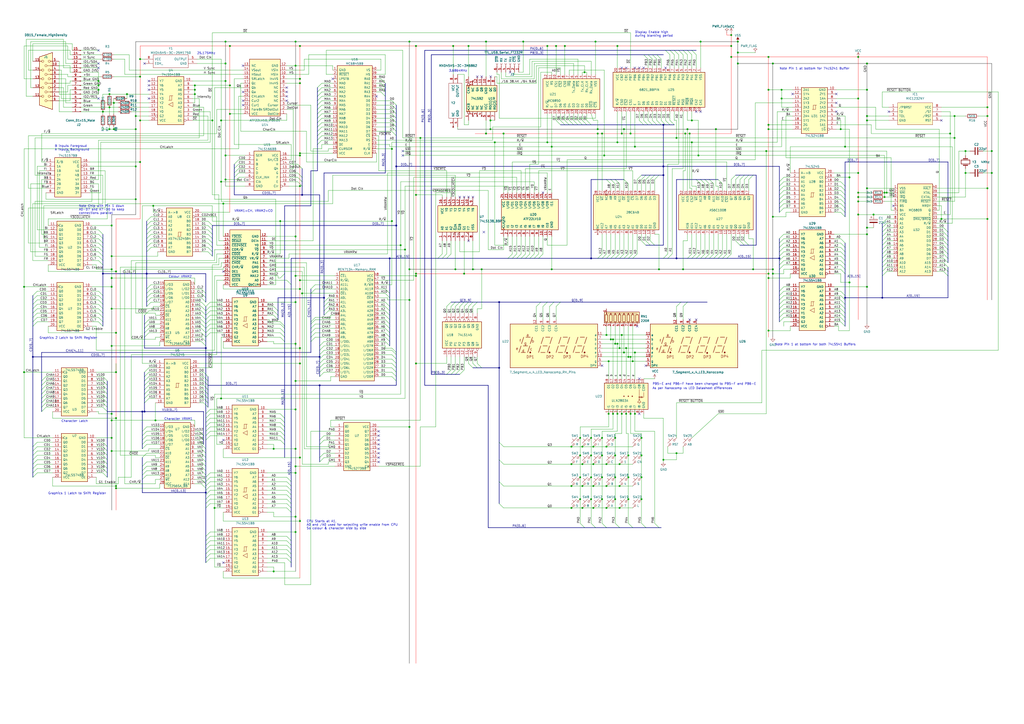
<source format=kicad_sch>
(kicad_sch (version 20230121) (generator eeschema)
  (paper "A2")
  (title_block (title "Nanocomp 6809 (Wireless World July 1981)") (date "2023-02-24") (rev "11.00") (company "Breadboarding Labs") (comment 1 "Convert to 640x480 2 Colour Graphics") (comment 2 "CPU Supevisor and reset, extended address decoding, Page Register"))
  (lib_symbols
    (symbol "71256SA_BB_1"
      (property "Reference" "U?" (at 0 17.78 0))
      (property "Value" "71256SA_BB_1" (at 0 15.24 0))
      (symbol "71256SA_BB_1_1_1"
        (pin input line (at -10.16 22.86 0) (length 2.54) (name "A14") (number "1"))
        (pin input line (at -10.16 0 0) (length 2.54) (name "A0") (number "10"))
        (pin tri_state line (at -10.16 -2.54 0) (length 2.54) (name "I/O0") (number "11"))
        (pin tri_state line (at -10.16 -5.08 0) (length 2.54) (name "I/O1") (number "12"))
        (pin tri_state line (at -10.16 -7.62 0) (length 2.54) (name "I/O2") (number "13"))
        (pin power_in line (at -10.16 -10.16 0) (length 2.54) (name "GND") (number "14"))
        (pin tri_state line (at 10.16 -10.16 180) (length 2.54) (name "I/O3") (number "15"))
        (pin tri_state line (at 10.16 -7.62 180) (length 2.54) (name "I/O4") (number "16"))
        (pin tri_state line (at 10.16 -5.08 180) (length 2.54) (name "I/O5") (number "17"))
        (pin tri_state line (at 10.16 -2.54 180) (length 2.54) (name "I/O6") (number "18"))
        (pin tri_state line (at 10.16 0 180) (length 2.54) (name "I/O7") (number "19"))
        (pin input line (at -10.16 20.32 0) (length 2.54) (name "A12") (number "2"))
        (pin input inverted (at 10.16 2.54 180) (length 2.54) (name "~{CS}") (number "20"))
        (pin input line (at 10.16 5.08 180) (length 2.54) (name "A10") (number "21"))
        (pin input inverted (at 10.16 7.62 180) (length 2.54) (name "~{OE}") (number "22"))
        (pin input line (at 10.16 10.16 180) (length 2.54) (name "A11") (number "23"))
        (pin input line (at 10.16 12.7 180) (length 2.54) (name "A9") (number "24"))
        (pin input line (at 10.16 15.24 180) (length 2.54) (name "A8") (number "25"))
        (pin input line (at 10.16 17.78 180) (length 2.54) (name "A13") (number "26"))
        (pin input line (at 10.16 20.32 180) (length 2.54) (name "~{WE}") (number "27"))
        (pin power_in line (at 10.16 22.86 180) (length 2.54) (name "VCC") (number "28"))
        (pin input line (at -10.16 17.78 0) (length 2.54) (name "A7") (number "3"))
        (pin input line (at -10.16 15.24 0) (length 2.54) (name "A6") (number "4"))
        (pin input line (at -10.16 12.7 0) (length 2.54) (name "A5") (number "5"))
        (pin input line (at -10.16 10.16 0) (length 2.54) (name "A4") (number "6"))
        (pin input line (at -10.16 7.62 0) (length 2.54) (name "A3") (number "7"))
        (pin input line (at -10.16 5.08 0) (length 2.54) (name "A2") (number "8"))
        (pin input line (at -10.16 2.54 0) (length 2.54) (name "A1") (number "9"))
      )
    )
    (symbol "74xx:74LS145" (pin_names (offset 1.016))
      (property "Reference" "U?" (at 21.4376 1.1684 90))
      (property "Value" "74LS145" (at 0 3.81 90))
      (symbol "74LS145_1_0"
        (pin open_collector inverted (at -12.7 10.16 0) (length 5.08) (name "Q0") (number "1"))
        (pin open_collector inverted (at 12.7 -5.08 180) (length 5.08) (name "Q8") (number "10"))
        (pin open_collector inverted (at 12.7 -2.54 180) (length 5.08) (name "Q9") (number "11"))
        (pin input line (at 12.7 0 180) (length 5.08) (name "P3") (number "12"))
        (pin input line (at 12.7 2.54 180) (length 5.08) (name "P2") (number "13"))
        (pin input line (at 12.7 5.08 180) (length 5.08) (name "P1") (number "14"))
        (pin input line (at 12.7 7.62 180) (length 5.08) (name "P0") (number "15"))
        (pin power_in line (at 12.7 10.16 180) (length 5.08) (name "VCC") (number "16"))
        (pin open_collector inverted (at -12.7 7.62 0) (length 5.08) (name "Q1") (number "2"))
        (pin open_collector inverted (at -12.7 5.08 0) (length 5.08) (name "Q2") (number "3"))
        (pin open_collector inverted (at -12.7 2.54 0) (length 5.08) (name "Q3") (number "4"))
        (pin open_collector inverted (at -12.7 0 0) (length 5.08) (name "Q4") (number "5"))
        (pin open_collector inverted (at -12.7 -2.54 0) (length 5.08) (name "Q5") (number "6"))
        (pin open_collector inverted (at -12.7 -5.08 0) (length 5.08) (name "Q6") (number "7"))
        (pin power_in line (at -12.7 -7.62 0) (length 5.08) (name "GND") (number "8"))
        (pin open_collector inverted (at 12.7 -7.62 180) (length 5.08) (name "Q7") (number "9"))
      )
    )
    (symbol "74xx:74LS241" (pin_names (offset 1.016))
      (property "Reference" "U16" (at 0 5.08 0))
      (property "Value" "74LS241BB" (at 0 16.51 0))
      (symbol "74LS241_1_0"
        (pin input inverted (at -12.7 12.7 0) (length 5.08) (name "1~{G}") (number "1"))
        (pin power_in line (at -12.7 -10.16 0) (length 5.08) (name "GND") (number "10"))
        (pin input line (at 12.7 -10.16 180) (length 5.08) (name "2A1") (number "11"))
        (pin tri_state line (at 12.7 -7.72 180) (length 5.08) (name "1Y4") (number "12"))
        (pin input line (at 12.7 -5.08 180) (length 5.08) (name "2A2") (number "13"))
        (pin tri_state line (at 12.7 -2.54 180) (length 5.08) (name "1Y3") (number "14"))
        (pin input line (at 12.7 0 180) (length 5.08) (name "2A3") (number "15"))
        (pin tri_state line (at 12.7 2.54 180) (length 5.08) (name "1Y2") (number "16"))
        (pin input line (at 12.7 5.08 180) (length 5.08) (name "2A4") (number "17"))
        (pin tri_state line (at 12.7 7.62 180) (length 5.08) (name "1Y1") (number "18"))
        (pin input line (at 12.7 10.16 180) (length 5.08) (name "2G") (number "19"))
        (pin input line (at -12.7 10.16 0) (length 5.08) (name "1A1") (number "2"))
        (pin power_in line (at 12.7 12.7 180) (length 5.08) (name "VCC") (number "20"))
        (pin tri_state line (at -12.7 7.62 0) (length 5.08) (name "2Y4") (number "3"))
        (pin input line (at -12.7 5.08 0) (length 5.08) (name "1A2") (number "4"))
        (pin tri_state line (at -12.7 2.54 0) (length 5.08) (name "2Y3") (number "5"))
        (pin input line (at -12.7 0 0) (length 5.08) (name "1A3") (number "6"))
        (pin tri_state line (at -12.7 -2.54 0) (length 5.08) (name "2Y2") (number "7"))
        (pin input line (at -12.7 -5.08 0) (length 5.08) (name "1A4") (number "8"))
        (pin tri_state line (at -12.7 -7.72 0) (length 5.08) (name "2Y1") (number "9"))
      )
    )
    (symbol "74xx:74LS92" (pin_names (offset 1.016))
      (property "Reference" "U?" (at 0 2.54 0))
      (property "Value" "74LS92" (at -3.81 -1.27 0))
      (symbol "74LS92_0_0"
        (pin no_connect line (at 10.16 2.54 180) (length 2.54) (name "NC") (number "13"))
        (pin no_connect line (at -10.16 2.54 0) (length 2.54) (name "NC") (number "2"))
        (pin no_connect line (at -10.16 0 0) (length 2.54) (name "NC") (number "3"))
        (pin no_connect line (at -10.16 -2.54 0) (length 2.54) (name "NC") (number "4"))
      )
      (symbol "74LS92_1_0"
        (pin input inverted_clock (at -12.7 5.08 0) (length 5.08) (name "CKB") (number "1"))
        (pin power_in line (at 12.7 -5.08 180) (length 5.08) (name "GND") (number "10"))
        (pin output line (at 12.7 -2.54 180) (length 5.08) (name "QB") (number "11"))
        (pin output line (at 12.7 0 180) (length 5.08) (name "QA") (number "12"))
        (pin input inverted_clock (at 12.7 5.08 180) (length 5.08) (name "CKA") (number "14"))
        (pin power_in line (at -12.7 -5.08 0) (length 5.08) (name "VCC") (number "5"))
        (pin input line (at -12.7 -7.62 0) (length 5.08) (name "R0(1)") (number "6"))
        (pin input line (at -12.7 -10.16 0) (length 5.08) (name "R0(2)") (number "7"))
        (pin output line (at 12.7 -10.16 180) (length 5.08) (name "QD") (number "8"))
        (pin output line (at 12.7 -7.76 180) (length 5.08) (name "QC") (number "9"))
      )
    )
    (symbol "ATF22LV10_1" (pin_names (offset 1.016))
      (property "Reference" "U9" (at 0 21.59 0))
      (property "Value" "ATF22LV10" (at 0 19.05 0))
      (symbol "ATF22LV10_1_1_1"
        (pin input clock (at -12.7 15.24 0) (length 3.81) (name "QbCLK") (number "1"))
        (pin input line (at -12.7 -7.62 0) (length 3.81) (name "Y0") (number "10"))
        (pin input line (at -12.7 -10.16 0) (length 3.81) (name "DEin") (number "11"))
        (pin power_in line (at -12.7 -12.7 0) (length 3.81) (name "GND") (number "12"))
        (pin input line (at 12.7 -12.7 180) (length 3.81) (name "~{Y3COL}") (number "13"))
        (pin output line (at 12.7 -10.16 180) (length 3.81) (name "~{DEout}") (number "14"))
        (pin output line (at 12.7 -7.62 180) (length 3.81) (name "~{CO245CE}") (number "15"))
        (pin output line (at 12.7 -5.08 180) (length 3.81) (name "COR/~{W}") (number "16"))
        (pin output line (at 12.7 -2.54 180) (length 3.81) (name "~{COOE}") (number "17"))
        (pin output line (at 12.7 0 180) (length 3.81) (name "~{CH245CE}") (number "18"))
        (pin output line (at 12.7 2.54 180) (length 3.81) (name "~{CHOE}") (number "19"))
        (pin input line (at -12.7 12.7 0) (length 3.81) (name "A0") (number "2"))
        (pin output line (at 12.7 5.08 180) (length 3.81) (name "CHR/~{W}") (number "20"))
        (pin output line (at 12.7 7.62 180) (length 3.81) (name "DE1") (number "21"))
        (pin output line (at 12.7 10.16 180) (length 3.81) (name "~{G2EN}") (number "22"))
        (pin output line (at 12.7 12.7 180) (length 3.81) (name "~{G1EN}") (number "23"))
        (pin power_in line (at 12.7 15.24 180) (length 3.81) (name "VCC") (number "24"))
        (pin input line (at -12.7 10.16 0) (length 3.81) (name "MA12") (number "3"))
        (pin input line (at -12.7 7.62 0) (length 3.81) (name "GM1") (number "4"))
        (pin input line (at -12.7 5.08 0) (length 3.81) (name "GM0") (number "5"))
        (pin input line (at -12.7 2.54 0) (length 3.81) (name "PA1") (number "6"))
        (pin input line (at -12.7 0 0) (length 3.81) (name "VR/~{W}") (number "7"))
        (pin input line (at -12.7 -2.54 0) (length 3.81) (name "R/~{W}") (number "8"))
        (pin input line (at -12.7 -5.08 0) (length 3.81) (name "~{Y0}") (number "9"))
      )
    )
    (symbol "Breadboarding:28C64_BBPIN"
      (property "Reference" "U3" (at -10.16 0 90))
      (property "Value" "28C64B" (at 0 6.35 90))
      (symbol "28C64_BBPIN_1_1"
        (pin no_connect non_logic (at -12.7 22.86 0) (length 2.54) (name "NC") (number "1"))
        (pin input line (at -12.7 0 0) (length 2.54) (name "A0") (number "10"))
        (pin tri_state line (at -12.7 -2.54 0) (length 2.54) (name "D0") (number "11"))
        (pin tri_state line (at -12.7 -5.08 0) (length 2.54) (name "D1") (number "12"))
        (pin tri_state line (at -12.7 -7.62 0) (length 2.54) (name "D2") (number "13"))
        (pin power_in line (at -12.7 -10.16 0) (length 2.54) (name "GND") (number "14"))
        (pin tri_state line (at 12.7 -10.16 180) (length 2.54) (name "D3") (number "15"))
        (pin tri_state line (at 12.7 -7.62 180) (length 2.54) (name "D4") (number "16"))
        (pin tri_state line (at 12.7 -5.08 180) (length 2.54) (name "D5") (number "17"))
        (pin tri_state line (at 12.7 -2.54 180) (length 2.54) (name "D6") (number "18"))
        (pin tri_state line (at 12.7 0 180) (length 2.54) (name "D7") (number "19"))
        (pin input line (at -12.7 20.32 0) (length 2.54) (name "A12") (number "2"))
        (pin input line (at 12.7 2.54 180) (length 2.54) (name "~{CS}") (number "20"))
        (pin input line (at 12.7 5.08 180) (length 2.54) (name "A10") (number "21"))
        (pin input line (at 12.7 7.62 180) (length 2.54) (name "~{OE}") (number "22"))
        (pin input line (at 12.7 10.16 180) (length 2.54) (name "A11") (number "23"))
        (pin input line (at 12.7 12.7 180) (length 2.54) (name "A9") (number "24"))
        (pin input line (at 12.7 15.24 180) (length 2.54) (name "A8") (number "25"))
        (pin no_connect non_logic (at 12.7 17.78 180) (length 2.54) (name "NC") (number "26"))
        (pin input line (at 12.7 20.32 180) (length 2.54) (name "~{WE}") (number "27"))
        (pin power_in line (at 12.7 22.86 180) (length 2.54) (name "VCC") (number "28"))
        (pin input line (at -12.7 17.78 0) (length 2.54) (name "A7") (number "3"))
        (pin input line (at -12.7 15.24 0) (length 2.54) (name "A6") (number "4"))
        (pin input line (at -12.7 12.7 0) (length 2.54) (name "A5") (number "5"))
        (pin input line (at -12.7 10.16 0) (length 2.54) (name "A4") (number "6"))
        (pin input line (at -12.7 7.62 0) (length 2.54) (name "A3") (number "7"))
        (pin input line (at -12.7 5.08 0) (length 2.54) (name "A2") (number "8"))
        (pin input line (at -12.7 2.54 0) (length 2.54) (name "A1") (number "9"))
      )
    )
    (symbol "Breadboarding:628128_DIP32_SSOP32_BBPIN"
      (property "Reference" "U?" (at -3.81 1.27 90))
      (property "Value" "628128" (at 3.81 1.27 90))
      (symbol "628128_DIP32_SSOP32_BBPIN_0_0"
        (pin power_in line (at -12.7 -17.78 0) (length 2.54) (name "GND") (number "16"))
        (pin power_in line (at 12.7 20.32 180) (length 2.54) (name "VCC") (number "32"))
      )
      (symbol "628128_DIP32_SSOP32_BBPIN_1_1"
        (pin no_connect line (at -12.7 20.32 0) (length 2.54) hide (name "NC") (number "1"))
        (pin input line (at -12.7 -2.54 0) (length 2.54) (name "A2") (number "10"))
        (pin input line (at -12.7 -5.08 0) (length 2.54) (name "A1") (number "11"))
        (pin input line (at -12.7 -7.62 0) (length 2.54) (name "A0") (number "12"))
        (pin tri_state line (at -12.7 -10.16 0) (length 2.54) (name "Q0") (number "13"))
        (pin tri_state line (at -12.7 -12.7 0) (length 2.54) (name "Q1") (number "14"))
        (pin tri_state line (at -12.7 -15.24 0) (length 2.54) (name "Q2") (number "15"))
        (pin tri_state line (at 12.7 -17.78 180) (length 2.54) (name "Q3") (number "17"))
        (pin tri_state line (at 12.7 -15.24 180) (length 2.54) (name "Q4") (number "18"))
        (pin tri_state line (at 12.7 -12.7 180) (length 2.54) (name "Q5") (number "19"))
        (pin input line (at -12.7 17.78 0) (length 2.54) (name "A16") (number "2"))
        (pin tri_state line (at 12.7 -10.16 180) (length 2.54) (name "Q6") (number "20"))
        (pin tri_state line (at 12.7 -7.62 180) (length 2.54) (name "Q7") (number "21"))
        (pin input line (at 12.7 -5.08 180) (length 2.54) (name "~{CS1}") (number "22"))
        (pin input line (at 12.7 -2.54 180) (length 2.54) (name "A10") (number "23"))
        (pin input line (at 12.7 0 180) (length 2.54) (name "~{OE}") (number "24"))
        (pin input line (at 12.7 2.54 180) (length 2.54) (name "A11") (number "25"))
        (pin input line (at 12.7 5.08 180) (length 2.54) (name "A9") (number "26"))
        (pin input line (at 12.7 7.62 180) (length 2.54) (name "A8") (number "27"))
        (pin input line (at 12.7 10.16 180) (length 2.54) (name "A13") (number "28"))
        (pin input line (at 12.7 12.7 180) (length 2.54) (name "~{WE}") (number "29"))
        (pin input line (at -12.7 15.24 0) (length 2.54) (name "A14") (number "3"))
        (pin input line (at 12.7 15.24 180) (length 2.54) (name "CS2") (number "30"))
        (pin input line (at 12.7 17.78 180) (length 2.54) (name "A15") (number "31"))
        (pin input line (at -12.7 12.7 0) (length 2.54) (name "A12") (number "4"))
        (pin input line (at -12.7 10.16 0) (length 2.54) (name "A7") (number "5"))
        (pin input line (at -12.7 7.62 0) (length 2.54) (name "A6") (number "6"))
        (pin input line (at -12.7 5.08 0) (length 2.54) (name "A5") (number "7"))
        (pin input line (at -12.7 2.54 0) (length 2.54) (name "A4") (number "8"))
        (pin input line (at -12.7 0 0) (length 2.54) (name "A3") (number "9"))
      )
    )
    (symbol "Breadboarding:6821_BBPIN" (pin_names (offset 1.016))
      (property "Reference" "U?" (at 0 24.0198 0))
      (property "Value" "6821_BBPIN" (at 0 21.4829 0))
      (symbol "6821_BBPIN_1_1"
        (pin power_in line (at -12.7 30.48 0) (length 2.54) (name "VSS") (number "1"))
        (pin bidirectional line (at -12.7 7.62 0) (length 2.54) (name "PB0") (number "10"))
        (pin bidirectional line (at -12.7 5.08 0) (length 2.54) (name "PB1") (number "11"))
        (pin bidirectional line (at -12.7 2.54 0) (length 2.54) (name "PB2") (number "12"))
        (pin bidirectional line (at -12.7 0 0) (length 2.54) (name "PB3") (number "13"))
        (pin bidirectional line (at -12.7 -2.54 0) (length 2.54) (name "PB4") (number "14"))
        (pin bidirectional line (at -12.7 -5.08 0) (length 2.54) (name "PB5") (number "15"))
        (pin bidirectional line (at -12.7 -7.62 0) (length 2.54) (name "PB6") (number "16"))
        (pin bidirectional line (at -12.7 -10.16 0) (length 2.54) (name "PB7") (number "17"))
        (pin input line (at -12.7 -12.7 0) (length 2.54) (name "CB1") (number "18"))
        (pin bidirectional line (at -12.7 -15.24 0) (length 2.54) (name "CB2") (number "19"))
        (pin bidirectional line (at -12.7 27.94 0) (length 2.54) (name "PA0") (number "2"))
        (pin power_in line (at -12.7 -17.78 0) (length 2.54) (name "VCC") (number "20"))
        (pin input line (at 12.7 -17.78 180) (length 2.54) (name "R/~{W}") (number "21"))
        (pin input line (at 12.7 -15.24 180) (length 2.54) (name "CS0") (number "22"))
        (pin input line (at 12.7 -12.7 180) (length 2.54) (name "~{CS2}") (number "23"))
        (pin input line (at 12.7 -10.16 180) (length 2.54) (name "CS1") (number "24"))
        (pin input line (at 12.7 -7.62 180) (length 2.54) (name "E") (number "25"))
        (pin bidirectional line (at 12.7 -5.08 180) (length 2.54) (name "D7") (number "26"))
        (pin bidirectional line (at 12.7 -2.54 180) (length 2.54) (name "D6") (number "27"))
        (pin bidirectional line (at 12.7 0 180) (length 2.54) (name "D5") (number "28"))
        (pin bidirectional line (at 12.7 2.54 180) (length 2.54) (name "D4") (number "29"))
        (pin bidirectional line (at -12.7 25.4 0) (length 2.54) (name "PA1") (number "3"))
        (pin bidirectional line (at 12.7 5.08 180) (length 2.54) (name "D3") (number "30"))
        (pin bidirectional line (at 12.7 7.62 180) (length 2.54) (name "D2") (number "31"))
        (pin bidirectional line (at 12.7 10.16 180) (length 2.54) (name "D1") (number "32"))
        (pin bidirectional line (at 12.7 12.7 180) (length 2.54) (name "D0") (number "33"))
        (pin input line (at 12.7 15.24 180) (length 2.54) (name "~{RESET}") (number "34"))
        (pin input line (at 12.7 17.78 180) (length 2.54) (name "RS1") (number "35"))
        (pin input line (at 12.7 20.32 180) (length 2.54) (name "RS0") (number "36"))
        (pin open_collector line (at 12.7 22.86 180) (length 2.54) (name "~{IRQB}") (number "37"))
        (pin open_collector line (at 12.7 25.4 180) (length 2.54) (name "~{IRQA}") (number "38"))
        (pin bidirectional line (at 12.7 27.94 180) (length 2.54) (name "CA2") (number "39"))
        (pin bidirectional line (at -12.7 22.86 0) (length 2.54) (name "PA2") (number "4"))
        (pin input line (at 12.7 30.48 180) (length 2.54) (name "CA1") (number "40"))
        (pin bidirectional line (at -12.7 20.32 0) (length 2.54) (name "PA3") (number "5"))
        (pin bidirectional line (at -12.7 17.78 0) (length 2.54) (name "PA4") (number "6"))
        (pin bidirectional line (at -12.7 15.24 0) (length 2.54) (name "PA5") (number "7"))
        (pin bidirectional line (at -12.7 12.7 0) (length 2.54) (name "PA6") (number "8"))
        (pin bidirectional line (at -12.7 10.16 0) (length 2.54) (name "PA7") (number "9"))
      )
    )
    (symbol "Breadboarding:71256SA_BB"
      (property "Reference" "U3" (at -10.16 0 90))
      (property "Value" "71256SA_BB" (at 0 6.35 90))
      (symbol "71256SA_BB_1_1"
        (pin input line (at -10.16 22.86 0) (length 2.54) (name "A14") (number "1"))
        (pin input line (at -10.16 0 0) (length 2.54) (name "A0") (number "10"))
        (pin tri_state line (at -10.16 -2.54 0) (length 2.54) (name "I/O0") (number "11"))
        (pin tri_state line (at -10.16 -5.08 0) (length 2.54) (name "I/O1") (number "12"))
        (pin tri_state line (at -10.16 -7.62 0) (length 2.54) (name "I/O2") (number "13"))
        (pin power_in line (at -10.16 -10.16 0) (length 2.54) (name "GND") (number "14"))
        (pin tri_state line (at 10.16 -10.16 180) (length 2.54) (name "I/O3") (number "15"))
        (pin tri_state line (at 10.16 -7.62 180) (length 2.54) (name "I/O4") (number "16"))
        (pin tri_state line (at 10.16 -5.08 180) (length 2.54) (name "I/O5") (number "17"))
        (pin tri_state line (at 10.16 -2.54 180) (length 2.54) (name "I/O6") (number "18"))
        (pin tri_state line (at 10.16 0 180) (length 2.54) (name "I/O7") (number "19"))
        (pin input line (at -10.16 20.32 0) (length 2.54) (name "A12") (number "2"))
        (pin input line (at 10.16 2.54 180) (length 2.54) (name "~{CS}") (number "20"))
        (pin input line (at 10.16 5.08 180) (length 2.54) (name "A10") (number "21"))
        (pin input line (at 10.16 7.62 180) (length 2.54) (name "~{OE}") (number "22"))
        (pin input line (at 10.16 10.16 180) (length 2.54) (name "A11") (number "23"))
        (pin input line (at 10.16 12.7 180) (length 2.54) (name "A9") (number "24"))
        (pin input line (at 10.16 15.24 180) (length 2.54) (name "A8") (number "25"))
        (pin input inverted (at 10.16 17.78 180) (length 2.54) (name "A13") (number "26"))
        (pin input line (at 10.16 20.32 180) (length 2.54) (name "~{WE}") (number "27"))
        (pin power_in line (at 10.16 22.86 180) (length 2.54) (name "VCC") (number "28"))
        (pin input line (at -10.16 17.78 0) (length 2.54) (name "A7") (number "3"))
        (pin input line (at -10.16 15.24 0) (length 2.54) (name "A6") (number "4"))
        (pin input line (at -10.16 12.7 0) (length 2.54) (name "A5") (number "5"))
        (pin input line (at -10.16 10.16 0) (length 2.54) (name "A4") (number "6"))
        (pin input line (at -10.16 7.62 0) (length 2.54) (name "A3") (number "7"))
        (pin input line (at -10.16 5.08 0) (length 2.54) (name "A2") (number "8"))
        (pin input line (at -10.16 2.54 0) (length 2.54) (name "A1") (number "9"))
      )
    )
    (symbol "Breadboarding:74LS138_BBPIN" (pin_names (offset 1.016))
      (property "Reference" "U2" (at -1.27 -2.54 0))
      (property "Value" "74LS138_BBPIN" (at -3.81 1.27 0))
      (symbol "74LS138_BBPIN_1_0"
        (pin input line (at -12.7 7.62 0) (length 5.08) (name "A0") (number "1"))
        (pin output output_low (at 12.7 -7.62 180) (length 5.08) (name "Y5") (number "10"))
        (pin output output_low (at 12.7 -5.08 180) (length 5.08) (name "Y4") (number "11"))
        (pin output output_low (at 12.7 -2.54 180) (length 5.08) (name "Y3") (number "12"))
        (pin output output_low (at 12.7 0 180) (length 5.08) (name "Y2") (number "13"))
        (pin output output_low (at 12.7 2.54 180) (length 5.08) (name "Y1") (number "14"))
        (pin output output_low (at 12.7 5.08 180) (length 5.08) (name "Y0") (number "15"))
        (pin power_in line (at 12.7 7.62 180) (length 5.08) (name "VCC") (number "16"))
        (pin input line (at -12.7 5.08 0) (length 5.08) (name "A1") (number "2"))
        (pin input line (at -12.7 2.54 0) (length 5.08) (name "A2") (number "3"))
        (pin input input_low (at -12.7 0 0) (length 5.08) (name "~{G}2A") (number "4"))
        (pin input input_low (at -12.7 -2.54 0) (length 5.08) (name "~{G}2B") (number "5"))
        (pin input line (at -12.7 -5.08 0) (length 5.08) (name "G1") (number "6"))
        (pin output output_low (at -12.7 -7.62 0) (length 5.08) (name "Y7") (number "7"))
        (pin power_in line (at -12.7 -10.16 0) (length 5.08) (name "VSS") (number "8"))
        (pin output output_low (at 12.7 -10.16 180) (length 5.08) (name "Y6") (number "9"))
      )
    )
    (symbol "Breadboarding:74LS157BB" (pin_names (offset 1.016))
      (property "Reference" "U?" (at 2.0194 21.4798 0))
      (property "Value" "74LS157BB" (at 2.0194 18.9429 0))
      (symbol "74LS157BB_1_0"
        (pin input line (at -12.7 15.24 0) (length 5.08) (name "~{A}/B") (number "1"))
        (pin input line (at 12.7 0 180) (length 5.08) (name "3B") (number "10"))
        (pin input line (at 12.7 2.54 180) (length 5.08) (name "3A") (number "11"))
        (pin output line (at 12.7 5.08 180) (length 5.08) (name "4Y") (number "12"))
        (pin input line (at 12.7 7.62 180) (length 5.08) (name "4B") (number "13"))
        (pin input line (at 12.7 10.16 180) (length 5.08) (name "4A") (number "14"))
        (pin input inverted (at 12.7 12.7 180) (length 5.08) (name "~{G}") (number "15"))
        (pin power_in line (at 12.7 15.24 180) (length 5.08) (name "VCC") (number "16"))
        (pin input line (at -12.7 12.7 0) (length 5.08) (name "1A") (number "2"))
        (pin input line (at -12.7 10.16 0) (length 5.08) (name "1B") (number "3"))
        (pin output line (at -12.7 7.62 0) (length 5.08) (name "1Y") (number "4"))
        (pin input line (at -12.7 5.08 0) (length 5.08) (name "2A") (number "5"))
        (pin input line (at -12.7 2.54 0) (length 5.08) (name "2B") (number "6"))
        (pin output line (at -12.7 0 0) (length 5.08) (name "2Y") (number "7"))
        (pin power_in line (at -12.7 -2.54 0) (length 5.08) (name "GND") (number "8"))
        (pin output line (at 12.7 -2.54 180) (length 5.08) (name "3Y") (number "9"))
      )
    )
    (symbol "Breadboarding:74LS166BB" (pin_names (offset 1.016))
      (property "Reference" "U" (at -7.62 21.59 0))
      (property "Value" "74LS166BB" (at 0 -7.62 0))
      (symbol "74LS166BB_1_0"
        (pin input line (at -12.7 17.78 0) (length 5.08) (name "SER") (number "1"))
        (pin input line (at 12.7 2.54 180) (length 5.08) (name "E") (number "10"))
        (pin input line (at 12.7 5.08 180) (length 5.08) (name "F") (number "11"))
        (pin input line (at 12.7 7.62 180) (length 5.08) (name "G") (number "12"))
        (pin output line (at 12.7 10.16 180) (length 5.08) (name "Qh") (number "13"))
        (pin input line (at 12.7 12.7 180) (length 5.08) (name "H") (number "14"))
        (pin input inverted (at 12.7 15.24 180) (length 5.08) (name "SH/~{LD}") (number "15"))
        (pin power_in line (at 12.7 17.78 180) (length 5.08) (name "VCC") (number "16"))
        (pin input line (at -12.7 15.24 0) (length 5.08) (name "A") (number "2"))
        (pin input line (at -12.7 12.7 0) (length 5.08) (name "B") (number "3"))
        (pin input line (at -12.7 10.16 0) (length 5.08) (name "C") (number "4"))
        (pin input line (at -12.7 7.62 0) (length 5.08) (name "D") (number "5"))
        (pin input inverted (at -12.7 5.08 0) (length 5.08) (name "CLK_INH") (number "6"))
        (pin input line (at -12.7 2.54 0) (length 5.08) (name "Clk") (number "7"))
        (pin power_in line (at -12.7 0 0) (length 5.08) (name "GND") (number "8"))
        (pin input inverted (at 12.7 0 180) (length 5.08) (name "Clr") (number "9"))
      )
    )
    (symbol "Breadboarding:74LS245" (pin_names (offset 1.016))
      (property "Reference" "U?" (at -1.27 6.35 0))
      (property "Value" "74LS245" (at -3.81 -3.81 0))
      (symbol "74LS245_1_0"
        (pin input line (at -12.7 12.7 0) (length 5.08) (name "A->B") (number "1"))
        (pin power_in line (at -12.7 -10.16 0) (length 5.08) (name "GND") (number "10"))
        (pin tri_state line (at 12.7 -10.16 180) (length 5.08) (name "B7") (number "11"))
        (pin tri_state line (at 12.7 -7.62 180) (length 5.08) (name "B6") (number "12"))
        (pin tri_state line (at 12.7 -5.08 180) (length 5.08) (name "B5") (number "13"))
        (pin tri_state line (at 12.7 -2.54 180) (length 5.08) (name "B4") (number "14"))
        (pin tri_state line (at 12.7 0 180) (length 5.08) (name "B3") (number "15"))
        (pin tri_state line (at 12.7 2.54 180) (length 5.08) (name "B2") (number "16"))
        (pin tri_state line (at 12.7 5.08 180) (length 5.08) (name "B1") (number "17"))
        (pin tri_state line (at 12.7 7.62 180) (length 5.08) (name "B0") (number "18"))
        (pin input inverted (at 12.7 10.16 180) (length 5.08) (name "CE") (number "19"))
        (pin tri_state line (at -12.7 10.16 0) (length 5.08) (name "A0") (number "2"))
        (pin power_in line (at 12.7 12.7 180) (length 5.08) (name "VCC") (number "20"))
        (pin tri_state line (at -12.7 7.62 0) (length 5.08) (name "A1") (number "3"))
        (pin tri_state line (at -12.7 5.08 0) (length 5.08) (name "A2") (number "4"))
        (pin tri_state line (at -12.7 2.54 0) (length 5.08) (name "A3") (number "5"))
        (pin tri_state line (at -12.7 0 0) (length 5.08) (name "A4") (number "6"))
        (pin tri_state line (at -12.7 -2.54 0) (length 5.08) (name "A5") (number "7"))
        (pin tri_state line (at -12.7 -5.08 0) (length 5.08) (name "A6") (number "8"))
        (pin tri_state line (at -12.7 -7.62 0) (length 5.08) (name "A7") (number "9"))
      )
    )
    (symbol "Breadboarding:74LS273BB"
      (property "Reference" "U" (at -1.27 3.81 0))
      (property "Value" "74LS273BB" (at 0 -2.54 0))
      (symbol "74LS273BB_1_0"
        (pin input line (at -12.7 12.7 0) (length 5.08) (name "~{Mr}") (number "1"))
        (pin power_in line (at -12.7 -10.16 0) (length 5.08) (name "GND") (number "10"))
        (pin input clock (at 12.7 -10.16 180) (length 5.08) (name "Cp") (number "11"))
        (pin output line (at 12.7 -7.62 180) (length 5.08) (name "Q4") (number "12"))
        (pin input line (at 12.7 -5.08 180) (length 5.08) (name "D4") (number "13"))
        (pin input line (at 12.7 -2.54 180) (length 5.08) (name "D5") (number "14"))
        (pin output line (at 12.7 0 180) (length 5.08) (name "Q5") (number "15"))
        (pin output line (at 12.7 2.54 180) (length 5.08) (name "Q6") (number "16"))
        (pin input line (at 12.7 5.08 180) (length 5.08) (name "D6") (number "17"))
        (pin input line (at 12.7 7.62 180) (length 5.08) (name "D7") (number "18"))
        (pin output line (at 12.7 10.16 180) (length 5.08) (name "Q7") (number "19"))
        (pin output line (at -12.7 10.16 0) (length 5.08) (name "Q0") (number "2"))
        (pin power_in line (at 12.7 12.7 180) (length 5.08) (name "VCC") (number "20"))
        (pin input line (at -12.7 7.62 0) (length 5.08) (name "D0") (number "3"))
        (pin input line (at -12.7 5.08 0) (length 5.08) (name "D1") (number "4"))
        (pin output line (at -12.7 2.54 0) (length 5.08) (name "Q1") (number "5"))
        (pin output line (at -12.7 0 0) (length 5.08) (name "Q2") (number "6"))
        (pin input line (at -12.7 -2.54 0) (length 5.08) (name "D2") (number "7"))
        (pin input line (at -12.7 -5.08 0) (length 5.08) (name "D3") (number "8"))
        (pin output line (at -12.7 -7.62 0) (length 5.08) (name "Q3") (number "9"))
      )
    )
    (symbol "Breadboarding:74LS541BB" (pin_names (offset 1.016))
      (property "Reference" "U?" (at -1.27 8.89 0))
      (property "Value" "74LS541BB" (at -3.81 -6.35 0))
      (symbol "74LS541BB_1_0"
        (pin input inverted (at -12.7 12.7 0) (length 5.08) (name "G1") (number "1"))
        (pin power_in line (at -12.7 -10.16 0) (length 5.08) (name "GND") (number "10"))
        (pin tri_state line (at 12.7 -10.16 180) (length 5.08) (name "Y7") (number "11"))
        (pin tri_state line (at 12.7 -7.62 180) (length 5.08) (name "Y6") (number "12"))
        (pin tri_state line (at 12.7 -5.08 180) (length 5.08) (name "Y5") (number "13"))
        (pin tri_state line (at 12.7 -2.54 180) (length 5.08) (name "Y4") (number "14"))
        (pin tri_state line (at 12.7 0 180) (length 5.08) (name "Y3") (number "15"))
        (pin tri_state line (at 12.7 2.54 180) (length 5.08) (name "Y2") (number "16"))
        (pin tri_state line (at 12.7 5.08 180) (length 5.08) (name "Y1") (number "17"))
        (pin tri_state line (at 12.7 7.62 180) (length 5.08) (name "Y0") (number "18"))
        (pin input inverted (at 12.7 10.16 180) (length 5.08) (name "G2") (number "19"))
        (pin input line (at -12.7 10.16 0) (length 5.08) (name "A0") (number "2"))
        (pin power_in line (at 12.7 12.7 180) (length 5.08) (name "VCC") (number "20"))
        (pin input line (at -12.7 7.62 0) (length 5.08) (name "A1") (number "3"))
        (pin input line (at -12.7 5.08 0) (length 5.08) (name "A2") (number "4"))
        (pin input line (at -12.7 2.54 0) (length 5.08) (name "A3") (number "5"))
        (pin input line (at -12.7 0 0) (length 5.08) (name "A4") (number "6"))
        (pin input line (at -12.7 -2.54 0) (length 5.08) (name "A5") (number "7"))
        (pin input line (at -12.7 -5.08 0) (length 5.08) (name "A6") (number "8"))
        (pin input line (at -12.7 -7.62 0) (length 5.08) (name "A7") (number "9"))
      )
    )
    (symbol "Breadboarding:74LS574BB" (pin_names (offset 1.016))
      (property "Reference" "U?" (at 2.0194 20.32 0))
      (property "Value" "74LS574BB" (at 2.0194 17.78 0))
      (symbol "74LS574BB_1_0"
        (pin input inverted (at -12.7 12.7 0) (length 5.08) (name "OE") (number "1"))
        (pin power_in line (at -12.7 -10.16 0) (length 5.08) (name "GND") (number "10"))
        (pin input clock (at 12.7 -10.16 180) (length 5.08) (name "Cp") (number "11"))
        (pin tri_state line (at 12.7 -7.62 180) (length 5.08) (name "Q0") (number "12"))
        (pin tri_state line (at 12.7 -5.08 180) (length 5.08) (name "Q1") (number "13"))
        (pin tri_state line (at 12.7 -2.54 180) (length 5.08) (name "Q2") (number "14"))
        (pin tri_state line (at 12.7 0 180) (length 5.08) (name "Q3") (number "15"))
        (pin tri_state line (at 12.7 2.54 180) (length 5.08) (name "Q4") (number "16"))
        (pin tri_state line (at 12.7 5.08 180) (length 5.08) (name "Q5") (number "17"))
        (pin tri_state line (at 12.7 7.62 180) (length 5.08) (name "Q6") (number "18"))
        (pin tri_state line (at 12.7 10.16 180) (length 5.08) (name "Q7") (number "19"))
        (pin input line (at -12.7 10.16 0) (length 5.08) (name "D7") (number "2"))
        (pin power_in line (at 12.7 12.7 180) (length 5.08) (name "VCC") (number "20"))
        (pin input line (at -12.7 7.62 0) (length 5.08) (name "D6") (number "3"))
        (pin input line (at -12.7 5.08 0) (length 5.08) (name "D5") (number "4"))
        (pin input line (at -12.7 2.54 0) (length 5.08) (name "D4") (number "5"))
        (pin input line (at -12.7 0 0) (length 5.08) (name "D3") (number "6"))
        (pin input line (at -12.7 -2.54 0) (length 5.08) (name "D2") (number "7"))
        (pin input line (at -12.7 -5.08 0) (length 5.08) (name "D1") (number "8"))
        (pin input line (at -12.7 -7.62 0) (length 5.08) (name "D0") (number "9"))
      )
    )
    (symbol "Breadboarding:ATF22LV10" (pin_names (offset 1.016))
      (property "Reference" "U?" (at -1.27 10.16 0))
      (property "Value" "ATF22LV10" (at -6.35 -1.27 0))
      (symbol "ATF22LV10_1_1"
        (pin input clock (at -12.7 15.24 0) (length 3.81) (name "CLK/I0") (number "1"))
        (pin input line (at -12.7 -7.62 0) (length 3.81) (name "I9") (number "10"))
        (pin input line (at -12.7 -10.16 0) (length 3.81) (name "I10") (number "11"))
        (pin power_in line (at -12.7 -12.7 0) (length 3.81) (name "GND") (number "12"))
        (pin input line (at 12.7 -12.7 180) (length 3.81) (name "I11") (number "13"))
        (pin output line (at 12.7 -10.16 180) (length 3.81) (name "I/O9") (number "14"))
        (pin output line (at 12.7 -7.62 180) (length 3.81) (name "I/O8") (number "15"))
        (pin output line (at 12.7 -5.08 180) (length 3.81) (name "I/O7") (number "16"))
        (pin output line (at 12.7 -2.54 180) (length 3.81) (name "I/O6") (number "17"))
        (pin output line (at 12.7 0 180) (length 3.81) (name "I/O5") (number "18"))
        (pin output line (at 12.7 2.54 180) (length 3.81) (name "I/O4") (number "19"))
        (pin input line (at -12.7 12.7 0) (length 3.81) (name "I1") (number "2"))
        (pin output line (at 12.7 5.08 180) (length 3.81) (name "I/O3") (number "20"))
        (pin output line (at 12.7 7.62 180) (length 3.81) (name "I/O2") (number "21"))
        (pin output line (at 12.7 10.16 180) (length 3.81) (name "I/O1") (number "22"))
        (pin output line (at 12.7 12.7 180) (length 3.81) (name "I/O0") (number "23"))
        (pin power_in line (at 12.7 15.24 180) (length 3.81) (name "VCC") (number "24"))
        (pin input line (at -12.7 10.16 0) (length 3.81) (name "I2") (number "3"))
        (pin input line (at -12.7 7.62 0) (length 3.81) (name "I3") (number "4"))
        (pin input line (at -12.7 5.08 0) (length 3.81) (name "I4") (number "5"))
        (pin input line (at -12.7 2.54 0) (length 3.81) (name "I5") (number "6"))
        (pin input line (at -12.7 0 0) (length 3.81) (name "I6") (number "7"))
        (pin input line (at -12.7 -2.54 0) (length 3.81) (name "I7") (number "8"))
        (pin input line (at -12.7 -5.08 0) (length 3.81) (name "I8") (number "9"))
      )
    )
    (symbol "Breadboarding:ATF22LV10_VIDEO2" (pin_names (offset 1.016))
      (property "Reference" "U19" (at 0 21.59 0))
      (property "Value" "ATF22LV10_VIDEO1" (at 0 19.05 0))
      (symbol "ATF22LV10_VIDEO2_1_1"
        (pin input clock (at -12.7 15.24 0) (length 3.81) (name "DotClk") (number "1"))
        (pin input line (at -12.7 -7.62 0) (length 3.81) (name "HSin") (number "10"))
        (pin input line (at -12.7 -10.16 0) (length 3.81) (name "VSin") (number "11"))
        (pin power_in line (at -12.7 -12.7 0) (length 3.81) (name "GND") (number "12"))
        (pin input line (at 12.7 -12.7 180) (length 3.81) (name "NC") (number "13"))
        (pin output line (at 12.7 -10.16 180) (length 3.81) (name "VSout") (number "14"))
        (pin output line (at 12.7 -7.62 180) (length 3.81) (name "HSout") (number "15"))
        (pin output line (at 12.7 -5.08 180) (length 3.81) (name "SRLatch") (number "16"))
        (pin output line (at 12.7 -2.54 180) (length 3.81) (name "Qc") (number "17"))
        (pin output line (at 12.7 0 180) (length 3.81) (name "Qb") (number "18"))
        (pin output line (at 12.7 2.54 180) (length 3.81) (name "Qa") (number "19"))
        (pin input line (at -12.7 12.7 0) (length 3.81) (name "SRDotOut") (number "2"))
        (pin output line (at 12.7 5.08 180) (length 3.81) (name "CHLatch") (number "20"))
        (pin output line (at 12.7 7.62 180) (length 3.81) (name "Cur2") (number "21"))
        (pin output line (at 12.7 10.16 180) (length 3.81) (name "Cur1") (number "22"))
        (pin output line (at 12.7 12.7 180) (length 3.81) (name "ForeBk") (number "23"))
        (pin power_in line (at 12.7 15.24 180) (length 3.81) (name "VCC") (number "24"))
        (pin input line (at -12.7 10.16 0) (length 3.81) (name "Cursor") (number "3"))
        (pin input line (at -12.7 7.62 0) (length 3.81) (name "NC") (number "4"))
        (pin input line (at -12.7 5.08 0) (length 3.81) (name "NC") (number "5"))
        (pin input line (at -12.7 2.54 0) (length 3.81) (name "NC") (number "6"))
        (pin input line (at -12.7 0 0) (length 3.81) (name "NC") (number "7"))
        (pin input line (at -12.7 -2.54 0) (length 3.81) (name "InvHS") (number "8"))
        (pin input line (at -12.7 -5.08 0) (length 3.81) (name "InvVS") (number "9"))
      )
    )
    (symbol "Breadboarding:MC6809-CPU_NXP_6800_BBPIN" (pin_names (offset 1.016))
      (property "Reference" "U1" (at -1.27 1.27 0))
      (property "Value" "MC6809" (at -3.81 12.7 0))
      (symbol "MC6809-CPU_NXP_6800_BBPIN_1_1"
        (pin power_in line (at -12.7 25.4 0) (length 2.54) (name "VSS") (number "1"))
        (pin tri_state line (at -12.7 2.54 0) (length 2.54) (name "A2") (number "10"))
        (pin tri_state line (at -12.7 0 0) (length 2.54) (name "A3") (number "11"))
        (pin tri_state line (at -12.7 -2.54 0) (length 2.54) (name "A4") (number "12"))
        (pin tri_state line (at -12.7 -5.08 0) (length 2.54) (name "A5") (number "13"))
        (pin tri_state line (at -12.7 -7.62 0) (length 2.54) (name "A6") (number "14"))
        (pin tri_state line (at -12.7 -10.16 0) (length 2.54) (name "A7") (number "15"))
        (pin tri_state line (at -12.7 -12.7 0) (length 2.54) (name "A8") (number "16"))
        (pin tri_state line (at -12.7 -15.24 0) (length 2.54) (name "A9") (number "17"))
        (pin tri_state line (at -12.7 -17.78 0) (length 2.54) (name "A10") (number "18"))
        (pin tri_state line (at -12.7 -20.32 0) (length 2.54) (name "A11") (number "19"))
        (pin input line (at -12.7 22.86 0) (length 2.54) (name "~{NMI}") (number "2"))
        (pin tri_state line (at -12.7 -22.86 0) (length 2.54) (name "A12") (number "20"))
        (pin tri_state line (at 12.7 -22.86 180) (length 2.54) (name "A13") (number "21"))
        (pin tri_state line (at 12.7 -20.32 180) (length 2.54) (name "A14") (number "22"))
        (pin tri_state line (at 12.7 -17.78 180) (length 2.54) (name "A15") (number "23"))
        (pin bidirectional line (at 12.7 -15.24 180) (length 2.54) (name "D7") (number "24"))
        (pin bidirectional line (at 12.7 -12.7 180) (length 2.54) (name "D6") (number "25"))
        (pin bidirectional line (at 12.7 -10.16 180) (length 2.54) (name "D5") (number "26"))
        (pin bidirectional line (at 12.7 -7.62 180) (length 2.54) (name "D4") (number "27"))
        (pin bidirectional line (at 12.7 -5.08 180) (length 2.54) (name "D3") (number "28"))
        (pin bidirectional line (at 12.7 -2.54 180) (length 2.54) (name "D2") (number "29"))
        (pin input line (at -12.7 20.32 0) (length 2.54) (name "~{IRQ}") (number "3"))
        (pin bidirectional line (at 12.7 0 180) (length 2.54) (name "D1") (number "30"))
        (pin bidirectional line (at 12.7 2.54 180) (length 2.54) (name "D0") (number "31"))
        (pin output line (at 12.7 5.08 180) (length 2.54) (name "R/~{W}") (number "32"))
        (pin input line (at 12.7 7.62 180) (length 2.54) (name "~{DMA/BREQ}") (number "33"))
        (pin output line (at 12.7 10.16 180) (length 2.54) (name "E") (number "34"))
        (pin output line (at 12.7 12.7 180) (length 2.54) (name "Q") (number "35"))
        (pin input line (at 12.7 15.24 180) (length 2.54) (name "MRDY") (number "36"))
        (pin input line (at 12.7 17.78 180) (length 2.54) (name "~{RESET}") (number "37"))
        (pin input line (at 12.7 20.32 180) (length 2.54) (name "EXTAL") (number "38"))
        (pin input line (at 12.7 22.86 180) (length 2.54) (name "XTAL") (number "39"))
        (pin input line (at -12.7 17.78 0) (length 2.54) (name "~{FIRQ}") (number "4"))
        (pin input line (at 12.7 25.4 180) (length 2.54) (name "~{HALT}") (number "40"))
        (pin output line (at -12.7 15.24 0) (length 2.54) (name "BS") (number "5"))
        (pin output line (at -12.7 12.7 0) (length 2.54) (name "BA") (number "6"))
        (pin power_in line (at -12.7 10.16 0) (length 2.54) (name "VCC") (number "7"))
        (pin tri_state line (at -12.7 7.62 0) (length 2.54) (name "A0") (number "8"))
        (pin tri_state line (at -12.7 5.08 0) (length 2.54) (name "A1") (number "9"))
      )
    )
    (symbol "Breadboarding:MC6845BB" (pin_names (offset 1.016))
      (property "Reference" "U" (at -10.16 34.29 0))
      (property "Value" "MC6845BB" (at 12.7 34.29 0))
      (symbol "MC6845BB_1_1"
        (pin power_in line (at -12.7 25.4 0) (length 2.54) (name "GND") (number "1"))
        (pin output line (at -12.7 2.54 0) (length 2.54) (name "MA6") (number "10"))
        (pin output line (at -12.7 0 0) (length 2.54) (name "MA7") (number "11"))
        (pin output line (at -12.7 -2.54 0) (length 2.54) (name "MA8") (number "12"))
        (pin output line (at -12.7 -5.08 0) (length 2.54) (name "MA9") (number "13"))
        (pin output line (at -12.7 -7.62 0) (length 2.54) (name "MA10") (number "14"))
        (pin output line (at -12.7 -10.16 0) (length 2.54) (name "MA11") (number "15"))
        (pin output line (at -12.7 -12.7 0) (length 2.54) (name "MA12") (number "16"))
        (pin output line (at -12.7 -15.24 0) (length 2.54) (name "MA13") (number "17"))
        (pin output line (at -12.7 -17.78 0) (length 2.54) (name "DE") (number "18"))
        (pin output line (at -12.7 -20.32 0) (length 2.54) (name "CURSOR") (number "19"))
        (pin input line (at -12.7 22.86 0) (length 2.54) (name "~{RESET}") (number "2"))
        (pin power_in line (at -12.7 -22.86 0) (length 2.54) (name "VCC") (number "20"))
        (pin input line (at 12.7 -22.86 180) (length 2.54) (name "CLK") (number "21"))
        (pin input line (at 12.7 -20.32 180) (length 2.54) (name "R/~{W}") (number "22"))
        (pin input line (at 12.7 -17.78 180) (length 2.54) (name "E") (number "23"))
        (pin input line (at 12.7 -15.24 180) (length 2.54) (name "RS") (number "24"))
        (pin input line (at 12.7 -12.7 180) (length 2.54) (name "~{CS}") (number "25"))
        (pin bidirectional line (at 12.7 -10.16 180) (length 2.54) (name "D7") (number "26"))
        (pin bidirectional line (at 12.7 -7.62 180) (length 2.54) (name "D6") (number "27"))
        (pin bidirectional line (at 12.7 -5.08 180) (length 2.54) (name "D5") (number "28"))
        (pin bidirectional line (at 12.7 -2.54 180) (length 2.54) (name "D4") (number "29"))
        (pin input line (at -12.7 20.32 0) (length 2.54) (name "LPSTB") (number "3"))
        (pin bidirectional line (at 12.7 0 180) (length 2.54) (name "D3") (number "30"))
        (pin bidirectional line (at 12.7 2.54 180) (length 2.54) (name "D2") (number "31"))
        (pin bidirectional line (at 12.7 5.08 180) (length 2.54) (name "D1") (number "32"))
        (pin bidirectional line (at 12.7 7.62 180) (length 2.54) (name "D0") (number "33"))
        (pin output line (at 12.7 10.16 180) (length 2.54) (name "RA4") (number "34"))
        (pin output line (at 12.7 12.7 180) (length 2.54) (name "RA3") (number "35"))
        (pin output line (at 12.7 15.24 180) (length 2.54) (name "RA2") (number "36"))
        (pin output line (at 12.7 17.78 180) (length 2.54) (name "RA1") (number "37"))
        (pin output line (at 12.7 20.32 180) (length 2.54) (name "RA0") (number "38"))
        (pin output line (at 12.7 22.86 180) (length 2.54) (name "HS") (number "39"))
        (pin output line (at -12.7 17.78 0) (length 2.54) (name "MA0") (number "4"))
        (pin output line (at 12.7 25.4 180) (length 2.54) (name "VS") (number "40"))
        (pin output line (at -12.7 15.24 0) (length 2.54) (name "MA1") (number "5"))
        (pin output line (at -12.7 12.7 0) (length 2.54) (name "MA2") (number "6"))
        (pin output line (at -12.7 10.16 0) (length 2.54) (name "MA3") (number "7"))
        (pin output line (at -12.7 7.62 0) (length 2.54) (name "MA4") (number "8"))
        (pin output line (at -12.7 5.08 0) (length 2.54) (name "MA5") (number "9"))
      )
    )
    (symbol "Breadboarding:MIC1232NY" (pin_names (offset 0.762))
      (property "Reference" "IC1" (at 15.24 7.62 0))
      (property "Value" "MIC1232NY" (at 15.24 5.08 0))
      (symbol "MIC1232NY_0_0"
        (pin passive line (at 0 0 0) (length 5.08) (name "/PBRST") (number "1"))
        (pin passive line (at 0 -2.54 0) (length 5.08) (name "TD") (number "2"))
        (pin passive line (at 0 -5.08 0) (length 5.08) (name "TOL") (number "3"))
        (pin passive line (at 0 -7.62 0) (length 5.08) (name "GND") (number "4"))
        (pin passive line (at 30.48 -7.62 180) (length 5.08) (name "RST") (number "5"))
        (pin passive line (at 30.48 -5.08 180) (length 5.08) (name "/RST") (number "6"))
        (pin passive line (at 30.48 -2.54 180) (length 5.08) (name "/ST") (number "7"))
        (pin passive line (at 30.48 0 180) (length 5.08) (name "VCC") (number "8"))
      )
    )
    (symbol "Breadboarding:MXO45HS-3C-25M1750" (pin_names (offset 0.762))
      (property "Reference" "Y?" (at 13.97 -1.27 90))
      (property "Value" "MXO45HS-3C-25M1750" (at 40.64 -11.43 90))
      (symbol "MXO45HS-3C-25M1750_0_0"
        (pin no_connect line (at 0 0 0) (length 5.08) (name "NC") (number "1"))
        (pin passive line (at 0 -2.54 0) (length 5.08) (name "GND") (number "4"))
        (pin passive line (at 30.48 -2.54 180) (length 5.08) (name "OUTPUT") (number "5"))
        (pin passive line (at 30.48 0 180) (length 5.08) (name "VCC") (number "8"))
      )
    )
    (symbol "Breadboarding:REN7134-Memory_RAM"
      (property "Reference" "U" (at 0 2.54 0))
      (property "Value" "REN7134-Memory_RAM" (at 1.27 -25.4 0))
      (symbol "REN7134-Memory_RAM_1_1"
        (pin input line (at -12.7 38.1 0) (length 2.54) (name "~{CE}L") (number "1"))
        (pin input line (at -12.7 15.24 0) (length 2.54) (name "A4L") (number "10"))
        (pin input line (at -12.7 12.7 0) (length 2.54) (name "A5L") (number "11"))
        (pin input line (at -12.7 10.16 0) (length 2.54) (name "A6L") (number "12"))
        (pin input line (at -12.7 7.62 0) (length 2.54) (name "A7L") (number "13"))
        (pin input line (at -12.7 5.08 0) (length 2.54) (name "A8L") (number "14"))
        (pin input line (at -12.7 2.54 0) (length 2.54) (name "A9L") (number "15"))
        (pin bidirectional line (at -12.7 0 0) (length 2.54) (name "I/O0L") (number "16"))
        (pin bidirectional line (at -12.7 -2.54 0) (length 2.54) (name "I/O1L") (number "17"))
        (pin bidirectional line (at -12.7 -5.08 0) (length 2.54) (name "I/O2L") (number "18"))
        (pin bidirectional line (at -12.7 -7.62 0) (length 2.54) (name "I/O3L") (number "19"))
        (pin input line (at -12.7 35.56 0) (length 2.54) (name "R/~{W}L") (number "2"))
        (pin bidirectional line (at -12.7 -10.16 0) (length 2.54) (name "I/O4L") (number "20"))
        (pin bidirectional line (at -12.7 -12.7 0) (length 2.54) (name "I/O5L") (number "21"))
        (pin bidirectional line (at -12.7 -15.24 0) (length 2.54) (name "I/O6L") (number "22"))
        (pin bidirectional line (at -12.7 -17.78 0) (length 2.54) (name "I/O7L") (number "23"))
        (pin power_in line (at -12.7 -20.32 0) (length 2.54) (name "GND") (number "24"))
        (pin bidirectional line (at 12.7 -20.32 180) (length 2.54) (name "I/O0R") (number "25"))
        (pin bidirectional line (at 12.7 -17.78 180) (length 2.54) (name "I/O1R") (number "26"))
        (pin bidirectional line (at 12.7 -15.24 180) (length 2.54) (name "I/O2R") (number "27"))
        (pin bidirectional line (at 12.7 -12.7 180) (length 2.54) (name "I/O3R") (number "28"))
        (pin bidirectional line (at 12.7 -10.16 180) (length 2.54) (name "I/O4R") (number "29"))
        (pin input line (at -12.7 33.02 0) (length 2.54) (name "A11L") (number "3"))
        (pin bidirectional line (at 12.7 -7.62 180) (length 2.54) (name "I/O5R") (number "30"))
        (pin bidirectional line (at 12.7 -5.08 180) (length 2.54) (name "I/O6R") (number "31"))
        (pin bidirectional line (at 12.7 -2.54 180) (length 2.54) (name "I/O7R") (number "32"))
        (pin input line (at 12.7 0 180) (length 2.54) (name "A9R") (number "33"))
        (pin input line (at 12.7 2.54 180) (length 2.54) (name "A8R") (number "34"))
        (pin input line (at 12.7 5.08 180) (length 2.54) (name "A7R") (number "35"))
        (pin input line (at 12.7 7.62 180) (length 2.54) (name "A6R") (number "36"))
        (pin input line (at 12.7 10.16 180) (length 2.54) (name "A5R") (number "37"))
        (pin input line (at 12.7 12.7 180) (length 2.54) (name "A4R") (number "38"))
        (pin input line (at 12.7 15.24 180) (length 2.54) (name "A3R") (number "39"))
        (pin input line (at -12.7 30.48 0) (length 2.54) (name "A10L") (number "4"))
        (pin input line (at 12.7 17.78 180) (length 2.54) (name "A2R") (number "40"))
        (pin input line (at 12.7 20.32 180) (length 2.54) (name "A1R") (number "41"))
        (pin input line (at 12.7 22.86 180) (length 2.54) (name "A0R") (number "42"))
        (pin input line (at 12.7 25.4 180) (length 2.54) (name "~{OE}R") (number "43"))
        (pin input line (at 12.7 27.94 180) (length 2.54) (name "A10R") (number "44"))
        (pin input line (at 12.7 30.48 180) (length 2.54) (name "A11R") (number "45"))
        (pin input line (at 12.7 33.02 180) (length 2.54) (name "R/~{W}R") (number "46"))
        (pin input line (at 12.7 35.56 180) (length 2.54) (name "~{CE}R") (number "47"))
        (pin power_in line (at 12.7 38.1 180) (length 2.54) (name "VCC") (number "48"))
        (pin input line (at -12.7 27.94 0) (length 2.54) (name "~{OE}L") (number "5"))
        (pin input line (at -12.7 25.4 0) (length 2.54) (name "A0L") (number "6"))
        (pin input line (at -12.7 22.86 0) (length 2.54) (name "A1L") (number "7"))
        (pin input line (at -12.7 20.32 0) (length 2.54) (name "A2L") (number "8"))
        (pin input line (at -12.7 17.78 0) (length 2.54) (name "A3L") (number "9"))
      )
    )
    (symbol "Connector:Conn_01x06_Female" (pin_names (offset 2.016))
      (property "Reference" "J1" (at -2.54 -1.27 90))
      (property "Value" "TTL_USB_Serial_FT232R" (at 6.35 1.27 90))
      (symbol "Conn_01x06_Female_1_1"
        (pin power_in line (at -5.08 -7.62 0) (length 3.81) (name "GND") (number "1"))
        (pin passive line (at -5.08 -5.08 0) (length 3.81) (name "~{CTS}") (number "2"))
        (pin power_in line (at -5.08 -2.54 0) (length 3.81) (name "Vcc") (number "3"))
        (pin output line (at -5.08 0 0) (length 3.81) (name "TX") (number "4"))
        (pin input line (at -5.08 2.54 0) (length 3.81) (name "RX") (number "5"))
        (pin output line (at -5.08 5.08 0) (length 3.81) (name "~{DTR}") (number "6"))
      )
    )
    (symbol "Connector:Conn_01x15_Male" (pin_names (offset 1.016) hide)
      (property "Reference" "J" (at 0 20.32 0))
      (property "Value" "Conn_01x15_Male" (at 0 -20.32 0))
      (symbol "Conn_01x15_Male_1_1"
        (pin passive line (at 5.08 17.78 180) (length 3.81) (name "Pin_1") (number "1"))
        (pin passive line (at 5.08 -5.08 180) (length 3.81) (name "Pin_10") (number "10"))
        (pin passive line (at 5.08 -7.62 180) (length 3.81) (name "Pin_11") (number "11"))
        (pin passive line (at 5.08 -10.16 180) (length 3.81) (name "Pin_12") (number "12"))
        (pin passive line (at 5.08 -12.7 180) (length 3.81) (name "Pin_13") (number "13"))
        (pin passive line (at 5.08 -15.24 180) (length 3.81) (name "Pin_14") (number "14"))
        (pin passive line (at 5.08 -17.78 180) (length 3.81) (name "Pin_15") (number "15"))
        (pin passive line (at 5.08 15.24 180) (length 3.81) (name "Pin_2") (number "2"))
        (pin passive line (at 5.08 12.7 180) (length 3.81) (name "Pin_3") (number "3"))
        (pin passive line (at 5.08 10.16 180) (length 3.81) (name "Pin_4") (number "4"))
        (pin passive line (at 5.08 7.62 180) (length 3.81) (name "Pin_5") (number "5"))
        (pin passive line (at 5.08 5.08 180) (length 3.81) (name "Pin_6") (number "6"))
        (pin passive line (at 5.08 2.54 180) (length 3.81) (name "Pin_7") (number "7"))
        (pin passive line (at 5.08 0 180) (length 3.81) (name "Pin_8") (number "8"))
        (pin passive line (at 5.08 -2.54 180) (length 3.81) (name "Pin_9") (number "9"))
      )
    )
    (symbol "Connector:DB15_Female_HighDensity" (pin_names (offset 1.016) hide)
      (property "Reference" "J" (at 0 21.59 0))
      (property "Value" "DB15_Female_HighDensity" (at 0 19.05 0))
      (symbol "DB15_Female_HighDensity_1_1"
        (pin passive line (at -7.62 10.16 0) (length 5.08) (name "~") (number "1"))
        (pin passive line (at -7.62 -7.62 0) (length 5.08) (name "~") (number "10"))
        (pin passive line (at 7.62 10.16 180) (length 5.08) (name "~") (number "11"))
        (pin passive line (at 7.62 5.08 180) (length 5.08) (name "~") (number "12"))
        (pin passive line (at 7.62 0 180) (length 5.08) (name "~") (number "13"))
        (pin passive line (at 7.62 -5.08 180) (length 5.08) (name "~") (number "14"))
        (pin passive line (at 7.62 -10.16 180) (length 5.08) (name "~") (number "15"))
        (pin passive line (at -7.62 5.08 0) (length 5.08) (name "~") (number "2"))
        (pin passive line (at -7.62 0 0) (length 5.08) (name "~") (number "3"))
        (pin passive line (at -7.62 -5.08 0) (length 5.08) (name "~") (number "4"))
        (pin passive line (at -7.62 -10.16 0) (length 5.08) (name "~") (number "5"))
        (pin passive line (at -7.62 12.7 0) (length 5.08) (name "~") (number "6"))
        (pin passive line (at -7.62 7.62 0) (length 5.08) (name "~") (number "7"))
        (pin passive line (at -7.62 2.54 0) (length 5.08) (name "~") (number "8"))
        (pin passive line (at -7.62 -2.54 0) (length 5.08) (name "~") (number "9"))
      )
    )
    (symbol "Device:C" (pin_numbers hide) (pin_names (offset 0.254))
      (property "Reference" "C" (at 0.635 2.54 0))
      (property "Value" "C" (at 0.635 -2.54 0))
      (symbol "C_1_1"
        (pin passive line (at 0 3.81 270) (length 2.794) (name "~") (number "1"))
        (pin passive line (at 0 -3.81 90) (length 2.794) (name "~") (number "2"))
      )
    )
    (symbol "Device:C_Polarized" (pin_numbers hide) (pin_names (offset 0.254))
      (property "Reference" "C" (at 0.635 2.54 0))
      (property "Value" "C_Polarized" (at 0.635 -2.54 0))
      (symbol "C_Polarized_1_1"
        (pin passive line (at 0 3.81 270) (length 2.794) (name "~") (number "1"))
        (pin passive line (at 0 -3.81 90) (length 2.794) (name "~") (number "2"))
      )
    )
    (symbol "Device:Crystal" (pin_numbers hide) (pin_names (offset 1.016) hide)
      (property "Reference" "Y" (at 0 3.81 0))
      (property "Value" "Crystal" (at 0 -3.81 0))
      (symbol "Crystal_1_1"
        (pin passive line (at -3.81 0 0) (length 1.27) (name "1") (number "1"))
        (pin passive line (at 3.81 0 180) (length 1.27) (name "2") (number "2"))
      )
    )
    (symbol "Device:R" (pin_numbers hide) (pin_names (offset 0))
      (property "Reference" "R" (at 2.032 0 90))
      (property "Value" "R" (at 0 0 90))
      (symbol "R_1_1"
        (pin passive line (at 0 3.81 270) (length 1.27) (name "~") (number "1"))
        (pin passive line (at 0 -3.81 90) (length 1.27) (name "~") (number "2"))
      )
    )
    (symbol "Device:R_Network08" (pin_names (offset 0) hide)
      (property "Reference" "RN" (at -12.7 0 90))
      (property "Value" "R_Network08" (at 10.16 0 90))
      (symbol "R_Network08_1_1"
        (pin passive line (at -10.16 5.08 270) (length 2.54) (name "common") (number "1"))
        (pin passive line (at -10.16 -5.08 90) (length 1.27) (name "R1") (number "2"))
        (pin passive line (at -7.62 -5.08 90) (length 1.27) (name "R2") (number "3"))
        (pin passive line (at -5.08 -5.08 90) (length 1.27) (name "R3") (number "4"))
        (pin passive line (at -2.54 -5.08 90) (length 1.27) (name "R4") (number "5"))
        (pin passive line (at 0 -5.08 90) (length 1.27) (name "R5") (number "6"))
        (pin passive line (at 2.54 -5.08 90) (length 1.27) (name "R6") (number "7"))
        (pin passive line (at 5.08 -5.08 90) (length 1.27) (name "R7") (number "8"))
        (pin passive line (at 7.62 -5.08 90) (length 1.27) (name "R8") (number "9"))
      )
    )
    (symbol "Interface_UART:MC6850" (pin_names (offset 1.016))
      (property "Reference" "U11" (at 12.7 0 90))
      (property "Value" "MC6850" (at 2.54 0 90))
      (symbol "MC6850_1_1"
        (pin power_in line (at -12.7 27.94 0) (length 2.54) (name "VSS") (number "1"))
        (pin input line (at -12.7 5.08 0) (length 2.54) (name "CS1") (number "10"))
        (pin input line (at -12.7 2.54 0) (length 2.54) (name "RS") (number "11"))
        (pin power_in line (at -12.7 0 0) (length 2.54) (name "VCC") (number "12"))
        (pin input line (at 10.16 0 180) (length 2.54) (name "R/~{W}") (number "13"))
        (pin input line (at 10.16 2.54 180) (length 2.54) (name "E") (number "14"))
        (pin bidirectional line (at 10.16 5.08 180) (length 2.54) (name "D7") (number "15"))
        (pin bidirectional line (at 10.16 7.62 180) (length 2.54) (name "D6") (number "16"))
        (pin bidirectional line (at 10.16 10.16 180) (length 2.54) (name "D5") (number "17"))
        (pin bidirectional line (at 10.16 12.7 180) (length 2.54) (name "D4") (number "18"))
        (pin bidirectional line (at 10.16 15.24 180) (length 2.54) (name "D3") (number "19"))
        (pin input line (at -12.7 25.4 0) (length 2.54) (name "Rx_Data") (number "2"))
        (pin bidirectional line (at 10.16 17.78 180) (length 2.54) (name "D2") (number "20"))
        (pin bidirectional line (at 10.16 20.32 180) (length 2.54) (name "D1") (number "21"))
        (pin bidirectional line (at 10.16 22.86 180) (length 2.54) (name "D0") (number "22"))
        (pin input line (at 10.16 25.4 180) (length 2.54) (name "~{DCD}") (number "23"))
        (pin input line (at 10.16 27.94 180) (length 2.54) (name "~{CTS}") (number "24"))
        (pin input line (at -12.7 22.86 0) (length 2.54) (name "Rx_CLK") (number "3"))
        (pin input line (at -12.7 20.32 0) (length 2.54) (name "Tx_CLK") (number "4"))
        (pin output line (at -12.7 17.78 0) (length 2.54) (name "~{RTS}") (number "5"))
        (pin output line (at -12.7 15.24 0) (length 2.54) (name "Tx_Data") (number "6"))
        (pin open_collector line (at -12.7 12.7 0) (length 2.54) (name "~{IRQ}") (number "7"))
        (pin input line (at -12.7 10.16 0) (length 2.54) (name "CS0") (number "8"))
        (pin input line (at -12.7 7.62 0) (length 2.54) (name "~{CS2}") (number "9"))
      )
    )
    (symbol "MXO45HS-3C-25M1750_1" (pin_names (offset 0.762))
      (property "Reference" "Y" (at 26.67 7.62 0))
      (property "Value" "MXO45HS-3C-25M1750_1" (at 26.67 5.08 0))
      (symbol "MXO45HS-3C-25M1750_1_0_0"
        (pin passive line (at 0 -2.54 0) (length 5.08) (name "EOH_") (number "1"))
        (pin passive line (at 30.48 -2.54 180) (length 5.08) (name "GND") (number "4"))
        (pin passive line (at 30.48 0 180) (length 5.08) (name "OUTPUT") (number "5"))
        (pin passive line (at 0 0 0) (length 5.08) (name "VCC") (number "8"))
      )
    )
    (symbol "Switch:SW_Push_45deg" (pin_numbers hide) (pin_names (offset 1.016) hide)
      (property "Reference" "SW" (at 3.048 1.016 0))
      (property "Value" "SW_Push_45deg" (at 0 -3.81 0))
      (symbol "SW_Push_45deg_0_1"
        (pin passive line (at -2.54 2.54 0) (length 0) (name "1") (number "1"))
        (pin passive line (at 2.54 -2.54 180) (length 0) (name "2") (number "2"))
      )
    )
    (symbol "Transistor_Array:ULN2803A"
      (property "Reference" "U?" (at -10.8966 1.1684 90))
      (property "Value" "ULN2803A" (at -1.27 -6.35 90))
      (symbol "ULN2803A_1_1"
        (pin input line (at -10.16 5.08 0) (length 2.54) (name "I1") (number "1"))
        (pin passive line (at 10.16 -15.24 180) (length 2.54) (name "COM") (number "10"))
        (pin open_collector line (at 10.16 -12.7 180) (length 2.54) (name "O8") (number "11"))
        (pin open_collector line (at 10.16 -10.16 180) (length 2.54) (name "O7") (number "12"))
        (pin open_collector line (at 10.16 -7.62 180) (length 2.54) (name "O6") (number "13"))
        (pin open_collector line (at 10.16 -5.08 180) (length 2.54) (name "O5") (number "14"))
        (pin open_collector line (at 10.16 -2.54 180) (length 2.54) (name "O4") (number "15"))
        (pin open_collector line (at 10.16 0 180) (length 2.54) (name "O3") (number "16"))
        (pin open_collector line (at 10.16 2.54 180) (length 2.54) (name "O2") (number "17"))
        (pin open_collector line (at 10.16 5.08 180) (length 2.54) (name "O1") (number "18"))
        (pin input line (at -10.16 2.54 0) (length 2.54) (name "I2") (number "2"))
        (pin input line (at -10.16 0 0) (length 2.54) (name "I3") (number "3"))
        (pin input line (at -10.16 -2.54 0) (length 2.54) (name "I4") (number "4"))
        (pin input line (at -10.16 -5.08 0) (length 2.54) (name "I5") (number "5"))
        (pin input line (at -10.16 -7.62 0) (length 2.54) (name "I6") (number "6"))
        (pin input line (at -10.16 -10.16 0) (length 2.54) (name "I7") (number "7"))
        (pin input line (at -10.16 -12.7 0) (length 2.54) (name "I8") (number "8"))
        (pin power_in line (at -10.16 -15.24 0) (length 2.54) (name "GND") (number "9"))
      )
    )
    (symbol "nanocomp_basic_1.00-rescue:7_Segment_x_4_LED_Nanocomp-Display_Character"
      (property "Reference" "U11" (at 26.162 2.6162 0))
      (property "Value" "7_Segment_x_4_LED_Nanocomp" (at -20.32 -15.24 0))
      (symbol "7_Segment_x_4_LED_Nanocomp-Display_Character_0_0"
        (text "a" (at -15.24 6.35 0) (effects (font (size 1.524 1.524))))
        (text "b" (at -12.192 2.794 0) (effects (font (size 1.524 1.524))))
        (text "c" (at -13.208 -1.778 0) (effects (font (size 1.524 1.524))))
        (text "d" (at -17.78 -2.794 0) (effects (font (size 1.524 1.524))))
        (text "DP1" (at -13.716 -6.35 0) (effects (font (size 1.524 1.524))))
        (text "DP2" (at -2.286 -6.35 0) (effects (font (size 1.524 1.524))))
        (text "DP3" (at 7.62 -6.35 0) (effects (font (size 1.524 1.524))))
        (text "DP4" (at 17.78 -6.096 0) (effects (font (size 1.524 1.524))))
        (text "e" (at -21.336 -1.524 0) (effects (font (size 1.524 1.524))))
        (text "f" (at -19.558 3.048 0) (effects (font (size 1.524 1.524))))
        (text "g" (at -16.51 1.524 0) (effects (font (size 1.524 1.524))))
      )
      (symbol "7_Segment_x_4_LED_Nanocomp-Display_Character_1_1"
        (pin input line (at -27.94 -3.81 0) (length 2.54) (name "e") (number "1"))
        (pin input line (at -27.94 -6.35 0) (length 2.54) (name "f") (number "10"))
        (pin input line (at -27.94 6.35 0) (length 2.54) (name "a") (number "11"))
        (pin open_collector line (at -10.16 15.24 270) (length 2.54) (name "CC1") (number "12"))
        (pin input line (at -27.94 -1.27 0) (length 2.54) (name "d") (number "2"))
        (pin input line (at -27.94 -11.43 0) (length 2.54) (name "DPX") (number "3"))
        (pin input line (at -27.94 1.27 0) (length 2.54) (name "c") (number "4"))
        (pin input line (at -27.94 -8.89 0) (length 2.54) (name "g") (number "5"))
        (pin open_collector line (at 1.27 15.24 270) (length 2.54) (name "CC4") (number "6"))
        (pin input line (at -27.94 3.81 0) (length 2.54) (name "b") (number "7"))
        (pin open_collector line (at -2.54 15.24 270) (length 2.54) (name "CC3") (number "8"))
        (pin open_collector line (at -6.35 15.24 270) (length 2.54) (name "CC2") (number "9"))
      )
    )
    (symbol "nanocomp_basic_1.00-rescue:7_Segment_x_4_LED_Nanocomp_RH_Pins-Display_Character"
      (property "Reference" "U8" (at -26.1366 2.6162 0))
      (property "Value" "7_Segment_x_4_LED_Nanocomp_RH_Pins" (at 12.7 -15.24 0))
      (symbol "7_Segment_x_4_LED_Nanocomp_RH_Pins-Display_Character_0_0"
        (text "a" (at -15.24 6.35 0) (effects (font (size 1.524 1.524))))
        (text "b" (at -12.192 2.794 0) (effects (font (size 1.524 1.524))))
        (text "c" (at -13.208 -1.778 0) (effects (font (size 1.524 1.524))))
        (text "d" (at -17.78 -2.794 0) (effects (font (size 1.524 1.524))))
        (text "DP1" (at -13.716 -6.35 0) (effects (font (size 1.524 1.524))))
        (text "DP2" (at -2.286 -6.35 0) (effects (font (size 1.524 1.524))))
        (text "DP3" (at 7.62 -6.35 0) (effects (font (size 1.524 1.524))))
        (text "DP4" (at 17.78 -6.096 0) (effects (font (size 1.524 1.524))))
        (text "e" (at -21.336 -1.524 0) (effects (font (size 1.524 1.524))))
        (text "f" (at -19.558 3.048 0) (effects (font (size 1.524 1.524))))
        (text "g" (at -16.51 1.524 0) (effects (font (size 1.524 1.524))))
      )
      (symbol "7_Segment_x_4_LED_Nanocomp_RH_Pins-Display_Character_1_1"
        (pin input line (at 27.94 -3.81 180) (length 2.54) (name "e") (number "1"))
        (pin input line (at 27.94 -6.35 180) (length 2.54) (name "f") (number "10"))
        (pin input line (at 27.94 6.35 180) (length 2.54) (name "a") (number "11"))
        (pin open_collector line (at -10.16 15.24 270) (length 2.54) (name "CC1") (number "12"))
        (pin input line (at 27.94 -1.27 180) (length 2.54) (name "d") (number "2"))
        (pin input line (at 27.94 -11.43 180) (length 2.54) (name "DPX") (number "3"))
        (pin input line (at 27.94 1.27 180) (length 2.54) (name "c") (number "4"))
        (pin input line (at 27.94 -8.89 180) (length 2.54) (name "g") (number "5"))
        (pin open_collector line (at 1.27 15.24 270) (length 2.54) (name "CC4") (number "6"))
        (pin input line (at 27.94 3.81 180) (length 2.54) (name "b") (number "7"))
        (pin open_collector line (at -2.54 15.24 270) (length 2.54) (name "CC3") (number "8"))
        (pin open_collector line (at -6.35 15.24 270) (length 2.54) (name "CC2") (number "9"))
      )
    )
    (symbol "power:GND" (power) (pin_names (offset 0))
      (property "Value" "GND" (at 0 -3.81 0))
      (symbol "GND_1_1"
        (pin power_in line (at 0 0 270) (length 0) hide (name "GND") (number "1"))
      )
    )
    (symbol "power:PWR_FLAG" (power) (pin_numbers hide) (pin_names (offset 0) hide)
      (property "Value" "PWR_FLAG" (at 0 3.81 0))
      (symbol "PWR_FLAG_0_0"
        (pin power_out line (at 0 0 90) (length 0) (name "pwr") (number "1"))
      )
    )
    (symbol "power:VCC" (power) (pin_names (offset 0))
      (property "Value" "VCC" (at 0 3.81 0))
      (symbol "VCC_1_1"
        (pin power_in line (at 0 0 90) (length 0) hide (name "VCC") (number "1"))
      )
    )
    (symbol "power:VSS" (power) (pin_names (offset 0))
      (property "Value" "VSS" (at 0 3.81 0))
      (symbol "VSS_1_1"
        (pin power_in line (at 0 0 90) (length 0) hide (name "VSS") (number "1"))
      )
    )
  )
  (junction (at 241.3 160.02))
  (junction (at 158.75 260.35))
  (junction (at 355.6 240.03))
  (junction (at 384.81 72.39))
  (junction (at 363.22 201.93))
  (junction (at 130.81 46.99))
  (junction (at 128.27 231.14))
  (junction (at 497.84 124.46))
  (junction (at 171.45 199.39))
  (junction (at 365.76 77.47))
  (junction (at 85.09 158.75))
  (junction (at 281.94 24.13))
  (junction (at 497.84 100.33))
  (junction (at 349.25 276.86))
  (junction (at 229.87 130.81))
  (junction (at 368.3 240.03))
  (junction (at 241.3 158.75))
  (junction (at 372.11 289.56))
  (junction (at 171.45 38.1))
  (junction (at 492.76 163.83))
  (junction (at 237.49 156.21))
  (junction (at 123.19 69.85))
  (junction (at 497.84 33.02))
  (junction (at 353.06 209.55))
  (junction (at 162.56 128.27))
  (junction (at 572.77 109.22))
  (junction (at 173.99 162.56))
  (junction (at 546.1 127))
  (junction (at 227.33 86.36))
  (junction (at 317.5 82.55))
  (junction (at 241.3 26.67))
  (junction (at 337.82 281.94))
  (junction (at 356.87 289.56))
  (junction (at 289.56 175.26))
  (junction (at 133.35 66.04))
  (junction (at 359.41 281.94))
  (junction (at 64.77 179.07))
  (junction (at 292.1 77.47))
  (junction (at 502.92 109.22))
  (junction (at 392.43 149.86))
  (junction (at 269.24 158.75))
  (junction (at 337.82 259.08))
  (junction (at 284.48 74.93))
  (junction (at 490.22 172.72))
  (junction (at 64.77 148.59))
  (junction (at 232.41 142.24))
  (junction (at 363.22 240.03))
  (junction (at 502.92 166.37))
  (junction (at 368.3 85.09))
  (junction (at 128.27 105.41))
  (junction (at 67.31 215.9))
  (junction (at 171.45 160.02))
  (junction (at 320.04 156.21))
  (junction (at 345.44 24.13))
  (junction (at 173.99 167.64))
  (junction (at 262.89 26.67))
  (junction (at 360.68 77.47))
  (junction (at 289.56 213.36))
  (junction (at 511.81 172.72))
  (junction (at 575.31 100.33))
  (junction (at 264.16 156.21))
  (junction (at 384.81 266.7))
  (junction (at 130.81 104.14))
  (junction (at 572.77 67.31))
  (junction (at 342.9 289.56))
  (junction (at 336.55 264.16))
  (junction (at 445.77 158.75))
  (junction (at 241.3 113.03))
  (junction (at 124.46 294.64))
  (junction (at 90.17 243.84))
  (junction (at 331.47 294.64))
  (junction (at 185.42 223.52))
  (junction (at 384.81 101.6))
  (junction (at 67.31 157.48))
  (junction (at 372.11 276.86))
  (junction (at 356.87 199.39))
  (junction (at 133.35 49.53))
  (junction (at 445.77 52.07))
  (junction (at 229.87 96.52))
  (junction (at 241.3 210.82))
  (junction (at 397.51 77.47))
  (junction (at 64.77 156.21))
  (junction (at 424.18 33.02))
  (junction (at 382.27 156.21))
  (junction (at 336.55 276.86))
  (junction (at 64.77 166.37))
  (junction (at 445.77 33.02))
  (junction (at 342.9 264.16))
  (junction (at 342.9 254))
  (junction (at 175.26 170.18))
  (junction (at 361.95 74.93))
  (junction (at 226.06 149.86))
  (junction (at 575.31 87.63))
  (junction (at 398.78 74.93))
  (junction (at 502.92 36.83))
  (junction (at 64.77 254))
  (junction (at 173.99 45.72))
  (junction (at 364.49 289.56))
  (junction (at 64.77 243.84))
  (junction (at 331.47 269.24))
  (junction (at 497.84 111.76))
  (junction (at 171.45 274.32))
  (junction (at 173.99 90.17))
  (junction (at 81.28 44.45))
  (junction (at 171.45 220.98))
  (junction (at 513.08 114.3))
  (junction (at 359.41 201.93))
  (junction (at 73.66 54.61))
  (junction (at 400.05 77.47))
  (junction (at 405.13 90.17))
  (junction (at 13.97 215.9))
  (junction (at 337.82 269.24))
  (junction (at 78.74 67.31))
  (junction (at 349.25 254))
  (junction (at 227.33 128.27))
  (junction (at 401.32 69.85))
  (junction (at 551.18 77.47))
  (junction (at 281.94 77.47))
  (junction (at 113.03 54.61))
  (junction (at 78.74 74.93))
  (junction (at 320.04 85.09))
  (junction (at 130.81 90.17))
  (junction (at 279.4 156.21))
  (junction (at 81.28 93.98))
  (junction (at 415.29 74.93))
  (junction (at 331.47 281.94))
  (junction (at 234.95 144.78))
  (junction (at 356.87 254))
  (junction (at 448.31 156.21))
  (junction (at 171.45 260.35))
  (junction (at 342.9 149.86))
  (junction (at 67.31 283.21))
  (junction (at 344.17 259.08))
  (junction (at 392.43 262.89))
  (junction (at 336.55 289.56))
  (junction (at 66.04 59.69))
  (junction (at 63.5 74.93))
  (junction (at 358.14 199.39))
  (junction (at 66.04 74.93))
  (junction (at 171.45 137.16))
  (junction (at 158.75 331.47))
  (junction (at 173.99 26.67))
  (junction (at 572.77 62.23))
  (junction (at 64.77 240.03))
  (junction (at 171.45 308.61))
  (junction (at 327.66 26.67))
  (junction (at 349.25 264.16))
  (junction (at 185.42 207.01))
  (junction (at 119.38 285.75))
  (junction (at 187.96 172.72))
  (junction (at 349.25 289.56))
  (junction (at 424.18 20.32))
  (junction (at 553.72 80.01))
  (junction (at 392.43 80.01))
  (junction (at 367.03 209.55))
  (junction (at 448.31 158.75))
  (junction (at 351.79 269.24))
  (junction (at 487.68 74.93))
  (junction (at 361.95 204.47))
  (junction (at 339.09 41.91))
  (junction (at 351.79 259.08))
  (junction (at 119.38 201.93))
  (junction (at 173.99 107.95))
  (junction (at 364.49 276.86))
  (junction (at 359.41 269.24))
  (junction (at 453.39 57.15))
  (junction (at 448.31 125.73))
  (junction (at 336.55 254))
  (junction (at 344.17 294.64))
  (junction (at 358.14 240.03))
  (junction (at 368.3 204.47))
  (junction (at 78.74 96.52))
  (junction (at 129.54 118.11))
  (junction (at 171.45 270.51))
  (junction (at 448.31 36.83))
  (junction (at 59.69 158.75))
  (junction (at 572.77 127))
  (junction (at 342.9 276.86))
  (junction (at 351.79 294.64))
  (junction (at 64.77 161.29))
  (junction (at 445.77 74.93))
  (junction (at 303.53 24.13))
  (junction (at 271.78 26.67))
  (junction (at 287.02 82.55))
  (junction (at 67.31 281.94))
  (junction (at 128.27 69.85))
  (junction (at 59.69 64.77))
  (junction (at 365.76 207.01))
  (junction (at 237.49 173.99))
  (junction (at 274.32 156.21))
  (junction (at 445.77 161.29))
  (junction (at 13.97 166.37))
  (junction (at 346.71 74.93))
  (junction (at 358.14 82.55))
  (junction (at 57.15 46.99))
  (junction (at 502.92 132.08))
  (junction (at 317.5 26.67))
  (junction (at 81.28 69.85))
  (junction (at 67.31 193.04))
  (junction (at 445.77 191.77))
  (junction (at 356.87 264.16))
  (junction (at 88.9 119.38))
  (junction (at 553.72 67.31))
  (junction (at 436.88 156.21))
  (junction (at 427.99 24.13))
  (junction (at 358.14 26.67))
  (junction (at 384.81 96.52))
  (junction (at 502.92 69.85))
  (junction (at 173.99 88.9))
  (junction (at 284.48 69.85))
  (junction (at 322.58 26.67))
  (junction (at 497.84 116.84))
  (junction (at 359.41 294.64))
  (junction (at 171.45 299.72))
  (junction (at 171.45 237.49))
  (junction (at 349.25 77.47))
  (junction (at 63.5 62.23))
  (junction (at 19.05 207.01))
  (junction (at 360.68 194.31))
  (junction (at 445.77 72.39))
  (junction (at 113.03 52.07))
  (junction (at 175.26 113.03))
  (junction (at 372.11 264.16))
  (junction (at 360.68 240.03))
  (junction (at 502.92 52.07))
  (junction (at 353.06 240.03))
  (junction (at 173.99 302.26))
  (junction (at 243.84 80.01))
  (junction (at 344.17 269.24))
  (junction (at 173.99 201.93))
  (junction (at 351.79 281.94))
  (junction (at 506.73 124.46))
  (junction (at 83.82 238.76))
  (junction (at 64.77 200.66))
  (junction (at 401.32 82.55))
  (junction (at 444.5 87.63))
  (junction (at 364.49 207.01))
  (junction (at 560.07 87.63))
  (junction (at 331.47 259.08))
  (junction (at 513.08 111.76))
  (junction (at 57.15 52.07))
  (junction (at 424.18 26.67))
  (junction (at 82.55 238.76))
  (junction (at 356.87 276.86))
  (junction (at 490.22 85.09))
  (junction (at 514.35 111.76))
  (junction (at 427.99 30.48))
  (junction (at 502.92 67.31))
  (junction (at 344.17 281.94))
  (junction (at 560.07 100.33))
  (junction (at 237.49 24.13))
  (junction (at 67.31 242.57))
  (junction (at 364.49 264.16))
  (junction (at 81.28 34.29))
  (junction (at 113.03 49.53))
  (junction (at 346.71 77.47))
  (junction (at 173.99 210.82))
  (junction (at 237.49 247.65))
  (junction (at 63.5 54.61))
  (junction (at 396.24 156.21))
  (junction (at 365.76 240.03))
  (junction (at 350.52 90.17))
  (junction (at 130.81 36.83))
  (junction (at 427.99 36.83))
  (junction (at 173.99 48.26))
  (junction (at 497.84 57.15))
  (junction (at 452.12 149.86))
  (junction (at 173.99 265.43))
  (junction (at 502.92 135.89))
  (junction (at 351.79 194.31))
  (junction (at 372.11 254))
  (junction (at 453.39 52.07))
  (junction (at 64.77 130.81))
  (junction (at 355.6 196.85))
  (junction (at 78.74 115.57))
  (junction (at 130.81 24.13))
  (junction (at 64.77 261.62))
  (junction (at 171.45 175.26))
  (junction (at 406.4 24.13))
  (junction (at 354.33 196.85))
  (junction (at 133.35 26.67))
  (junction (at 171.45 24.13))
  (junction (at 497.84 114.3))
  (junction (at 492.76 102.87))
  (junction (at 337.82 294.64))
  (junction (at 57.15 49.53))
  (no_connect (at 518.16 119.38))
  (no_connect (at 369.57 189.23))
  (no_connect (at 86.36 57.15))
  (no_connect (at 219.71 250.19))
  (no_connect (at 219.71 265.43))
  (no_connect (at 219.71 267.97))
  (no_connect (at 219.71 252.73))
  (no_connect (at 219.71 255.27))
  (no_connect (at 219.71 257.81))
  (no_connect (at 219.71 260.35))
  (no_connect (at 219.71 262.89))
  (no_connect (at 403.86 185.42))
  (no_connect (at 83.82 36.83))
  (no_connect (at 459.74 54.51))
  (no_connect (at 485.14 54.51))
  (no_connect (at 485.14 59.69))
  (no_connect (at 485.14 64.77))
  (no_connect (at 166.37 58.42))
  (no_connect (at 140.97 60.96))
  (no_connect (at 140.97 53.34))
  (no_connect (at 129.54 326.39))
  (no_connect (at 360.68 39.37))
  (no_connect (at 363.22 39.37))
  (no_connect (at 370.84 39.37))
  (no_connect (at 368.3 39.37))
  (no_connect (at 373.38 39.37))
  (no_connect (at 386.08 39.37))
  (no_connect (at 406.4 64.77))
  (no_connect (at 403.86 64.77))
  (no_connect (at 129.54 255.27))
  (no_connect (at 57.15 57.15))
  (no_connect (at 57.15 39.37))
  (no_connect (at 57.15 29.21))
  (no_connect (at 57.15 36.83))
  (no_connect (at 271.78 139.7))
  (no_connect (at 370.84 240.03))
  (no_connect (at 374.65 212.09))
  (no_connect (at 166.37 50.8))
  (no_connect (at 166.37 53.34))
  (no_connect (at 140.97 38.1))
  (no_connect (at 166.37 55.88))
  (no_connect (at 86.36 46.99))
  (no_connect (at 86.36 49.53))
  (no_connect (at 86.36 52.07))
  (no_connect (at 218.44 55.88))
  (no_connect (at 274.32 114.3))
  (no_connect (at 271.78 114.3))
  (no_connect (at 280.67 134.62))
  (no_connect (at 269.24 114.3))
  (no_connect (at 266.7 114.3))
  (no_connect (at 295.91 41.91))
  (no_connect (at 193.04 45.72))
  (no_connect (at 400.05 185.42))
  (no_connect (at 233.68 87.63))
  (no_connect (at 233.68 90.17))
  (no_connect (at 370.84 219.71))
  (no_connect (at 515.62 64.77))
  (no_connect (at 546.1 69.85))
  (no_connect (at 276.86 44.45))
  (no_connect (at 279.4 44.45))
  (no_connect (at 284.62 44.45))
  (no_connect (at 129.54 157.48))
  (no_connect (at 140.97 58.42))
  (no_connect (at 314.96 111.76))
  (no_connect (at 349.25 212.09))
  (bus_entry (at 59.69 259.08) (size 2.54 2.54))
  (bus_entry (at 187.96 252.73) (size -2.54 2.54))
  (bus_entry (at 57.15 171.45) (size 2.54 2.54))
  (bus_entry (at 452.12 146.05) (size 2.54 -2.54))
  (bus_entry (at 158.75 177.8) (size 2.54 2.54))
  (bus_entry (at 87.63 138.43) (size -2.54 2.54))
  (bus_entry (at 57.15 140.97) (size 2.54 2.54))
  (bus_entry (at 289.56 292.1) (size 2.54 2.54))
  (bus_entry (at 289.56 256.54) (size 2.54 2.54))
  (bus_entry (at 289.56 266.7) (size 2.54 2.54))
  (bus_entry (at 289.56 279.4) (size 2.54 2.54))
  (bus_entry (at 57.15 181.61) (size 2.54 2.54))
  (bus_entry (at 452.12 171.45) (size 2.54 -2.54))
  (bus_entry (at 86.36 228.6) (size -2.54 2.54))
  (bus_entry (at 86.36 187.96) (size -2.54 2.54))
  (bus_entry (at 119.38 250.19) (size 2.54 -2.54))
  (bus_entry (at 345.44 306.07) (size -2.54 -2.54))
  (bus_entry (at 227.33 71.12) (size 2.54 2.54))
  (bus_entry (at 166.37 289.56) (size 2.54 2.54))
  (bus_entry (at 185.42 200.66) (size 2.54 -2.54))
  (bus_entry (at 185.42 203.2) (size 2.54 -2.54))
  (bus_entry (at 185.42 205.74) (size 2.54 -2.54))
  (bus_entry (at 185.42 208.28) (size 2.54 -2.54))
  (bus_entry (at 185.42 213.36) (size 2.54 -2.54))
  (bus_entry (at 185.42 210.82) (size 2.54 -2.54))
  (bus_entry (at 185.42 218.44) (size 2.54 -2.54))
  (bus_entry (at 185.42 215.9) (size 2.54 -2.54))
  (bus_entry (at 487.68 168.91) (size 2.54 2.54))
  (bus_entry (at 271.78 210.82) (size 2.54 2.54))
  (bus_entry (at 274.32 210.82) (size 2.54 2.54))
  (bus_entry (at 276.86 210.82) (size 2.54 2.54))
  (bus_entry (at 547.37 142.24) (size 2.54 2.54))
  (bus_entry (at 82.55 260.35) (size 2.54 -2.54))
  (bus_entry (at 57.15 176.53) (size 2.54 2.54))
  (bus_entry (at 59.69 218.44) (size 2.54 2.54))
  (bus_entry (at 162.56 190.5) (size 2.54 2.54))
  (bus_entry (at 116.84 273.05) (size 2.54 2.54))
  (bus_entry (at 547.37 134.62) (size 2.54 2.54))
  (bus_entry (at 403.86 31.75) (size -2.54 -2.54))
  (bus_entry (at 401.32 31.75) (size -2.54 -2.54))
  (bus_entry (at 398.78 31.75) (size -2.54 -2.54))
  (bus_entry (at 396.24 31.75) (size -2.54 -2.54))
  (bus_entry (at 393.7 31.75) (size -2.54 -2.54))
  (bus_entry (at 391.16 31.75) (size -2.54 -2.54))
  (bus_entry (at 388.62 31.75) (size -2.54 -2.54))
  (bus_entry (at 119.38 321.31) (size 2.54 -2.54))
  (bus_entry (at 57.15 148.59) (size 2.54 2.54))
  (bus_entry (at 119.38 281.94) (size 2.54 -2.54))
  (bus_entry (at 57.15 186.69) (size 2.54 2.54))
  (bus_entry (at 116.84 280.67) (size 2.54 2.54))
  (bus_entry (at 21.59 256.54) (size -2.54 2.54))
  (bus_entry (at 227.33 73.66) (size 2.54 2.54))
  (bus_entry (at 452.12 153.67) (size 2.54 -2.54))
  (bus_entry (at 59.69 226.06) (size 2.54 2.54))
  (bus_entry (at 487.68 113.03) (size 2.54 2.54))
  (bus_entry (at 115.57 252.73) (size 2.54 2.54))
  (bus_entry (at 511.81 139.7) (size 2.54 -2.54))
  (bus_entry (at 175.26 97.79) (size -2.54 -2.54))
  (bus_entry (at 175.26 107.95) (size -2.54 -2.54))
  (bus_entry (at 175.26 102.87) (size -2.54 -2.54))
  (bus_entry (at 175.26 105.41) (size -2.54 -2.54))
  (bus_entry (at 135.89 100.33) (size 2.54 -2.54))
  (bus_entry (at 135.89 95.25) (size 2.54 -2.54))
  (bus_entry (at 135.89 97.79) (size 2.54 -2.54))
  (bus_entry (at 184.15 53.34) (size 2.54 -2.54))
  (bus_entry (at 57.15 138.43) (size 2.54 2.54))
  (bus_entry (at 165.1 158.75) (size -2.54 2.54))
  (bus_entry (at 120.65 143.51) (size 2.54 2.54))
  (bus_entry (at 452.12 186.69) (size 2.54 -2.54))
  (bus_entry (at 406.4 106.68) (size -2.54 -2.54))
  (bus_entry (at 85.09 270.51) (size -2.54 2.54))
  (bus_entry (at 26.67 220.98) (size -2.54 2.54))
  (bus_entry (at 511.81 134.62) (size 2.54 -2.54))
  (bus_entry (at 162.56 250.19) (size 2.54 2.54))
  (bus_entry (at 57.15 173.99) (size 2.54 2.54))
  (bus_entry (at 359.41 306.07) (size -2.54 -2.54))
  (bus_entry (at 162.56 252.73) (size 2.54 2.54))
  (bus_entry (at 346.71 149.86) (size 2.54 -2.54))
  (bus_entry (at 57.15 184.15) (size 2.54 2.54))
  (bus_entry (at 119.38 190.5) (size 2.54 -2.54))
  (bus_entry (at 547.37 137.16) (size 2.54 2.54))
  (bus_entry (at 511.81 147.32) (size 2.54 -2.54))
  (bus_entry (at 26.67 223.52) (size -2.54 2.54))
  (bus_entry (at 227.33 63.5) (size 2.54 2.54))
  (bus_entry (at 57.15 133.35) (size 2.54 2.54))
  (bus_entry (at 166.37 276.86) (size 2.54 2.54))
  (bus_entry (at 86.36 185.42) (size -2.54 2.54))
  (bus_entry (at 119.38 284.48) (size 2.54 -2.54))
  (bus_entry (at 227.33 205.74) (size 2.54 2.54))
  (bus_entry (at 119.38 195.58) (size 2.54 -2.54))
  (bus_entry (at 487.68 105.41) (size 2.54 2.54))
  (bus_entry (at 59.69 228.6) (size 2.54 2.54))
  (bus_entry (at 223.52 167.64) (size 2.54 2.54))
  (bus_entry (at 190.5 172.72) (size -2.54 2.54))
  (bus_entry (at 184.15 58.42) (size 2.54 -2.54))
  (bus_entry (at 190.5 175.26) (size -2.54 2.54))
  (bus_entry (at 119.38 187.96) (size 2.54 -2.54))
  (bus_entry (at 227.33 58.42) (size 2.54 2.54))
  (bus_entry (at 116.84 167.64) (size 2.54 2.54))
  (bus_entry (at 487.68 148.59) (size 2.54 2.54))
  (bus_entry (at 59.69 220.98) (size 2.54 2.54))
  (bus_entry (at 487.68 120.65) (size 2.54 2.54))
  (bus_entry (at 120.65 146.05) (size 2.54 2.54))
  (bus_entry (at 414.02 106.68) (size -2.54 -2.54))
  (bus_entry (at 116.84 190.5) (size 2.54 2.54))
  (bus_entry (at 166.37 287.02) (size 2.54 2.54))
  (bus_entry (at 452.12 173.99) (size 2.54 -2.54))
  (bus_entry (at 337.82 69.85) (size 2.54 2.54))
  (bus_entry (at 382.27 306.07) (size -2.54 -2.54))
  (bus_entry (at 162.56 186.69) (size 2.54 2.54))
  (bus_entry (at 119.38 292.1) (size 2.54 -2.54))
  (bus_entry (at 87.63 140.97) (size -2.54 2.54))
  (bus_entry (at 87.63 172.72) (size -2.54 2.54))
  (bus_entry (at 511.81 157.48) (size 2.54 -2.54))
  (bus_entry (at 119.38 313.69) (size 2.54 -2.54))
  (bus_entry (at 116.84 187.96) (size 2.54 2.54))
  (bus_entry (at 119.38 245.11) (size 2.54 -2.54))
  (bus_entry (at 59.69 233.68) (size 2.54 2.54))
  (bus_entry (at 59.69 231.14) (size 2.54 2.54))
  (bus_entry (at 487.68 151.13) (size 2.54 2.54))
  (bus_entry (at 184.15 55.88) (size 2.54 -2.54))
  (bus_entry (at 162.56 187.96) (size 2.54 2.54))
  (bus_entry (at 184.15 66.04) (size 2.54 -2.54))
  (bus_entry (at 119.38 318.77) (size 2.54 -2.54))
  (bus_entry (at 547.37 149.86) (size 2.54 2.54))
  (bus_entry (at 119.38 242.57) (size 2.54 -2.54))
  (bus_entry (at 387.35 149.86) (size 2.54 -2.54))
  (bus_entry (at 116.84 193.04) (size 2.54 2.54))
  (bus_entry (at 82.55 250.19) (size 2.54 -2.54))
  (bus_entry (at 266.7 217.17) (size 2.54 -2.54))
  (bus_entry (at 547.37 144.78) (size 2.54 2.54))
  (bus_entry (at 26.67 218.44) (size -2.54 2.54))
  (bus_entry (at 26.67 231.14) (size -2.54 2.54))
  (bus_entry (at 187.96 255.27) (size -2.54 2.54))
  (bus_entry (at 187.96 262.89) (size -2.54 2.54))
  (bus_entry (at 187.96 265.43) (size -2.54 2.54))
  (bus_entry (at 452.12 118.11) (size 2.54 -2.54))
  (bus_entry (at 82.55 255.27) (size 2.54 -2.54))
  (bus_entry (at 116.84 270.51) (size 2.54 2.54))
  (bus_entry (at 227.33 210.82) (size 2.54 2.54))
  (bus_entry (at 452.12 105.41) (size 2.54 -2.54))
  (bus_entry (at 487.68 118.11) (size 2.54 2.54))
  (bus_entry (at 26.67 233.68) (size -2.54 2.54))
  (bus_entry (at 86.36 213.36) (size -2.54 2.54))
  (bus_entry (at 452.12 120.65) (size 2.54 -2.54))
  (bus_entry (at 322.58 69.85) (size 2.54 2.54))
  (bus_entry (at 120.65 128.27) (size 2.54 2.54))
  (bus_entry (at 452.12 181.61) (size 2.54 -2.54))
  (bus_entry (at 119.38 180.34) (size 2.54 -2.54))
  (bus_entry (at 119.38 294.64) (size 2.54 -2.54))
  (bus_entry (at 59.69 269.24) (size 2.54 2.54))
  (bus_entry (at 330.2 69.85) (size 2.54 2.54))
  (bus_entry (at 120.65 130.81) (size 2.54 2.54))
  (bus_entry (at 119.38 323.85) (size 2.54 -2.54))
  (bus_entry (at 339.09 306.07) (size -2.54 -2.54))
  (bus_entry (at 116.84 195.58) (size 2.54 2.54))
  (bus_entry (at 487.68 184.15) (size 2.54 2.54))
  (bus_entry (at 227.33 218.44) (size 2.54 2.54))
  (bus_entry (at 487.68 186.69) (size 2.54 2.54))
  (bus_entry (at 419.1 106.68) (size -2.54 -2.54))
  (bus_entry (at 227.33 208.28) (size 2.54 2.54))
  (bus_entry (at 166.37 323.85) (size 2.54 2.54))
  (bus_entry (at 166.37 316.23) (size 2.54 2.54))
  (bus_entry (at 57.15 146.05) (size 2.54 2.54))
  (bus_entry (at 401.32 147.32) (size -2.54 2.54))
  (bus_entry (at 452.12 123.19) (size 2.54 -2.54))
  (bus_entry (at 452.12 143.51) (size 2.54 -2.54))
  (bus_entry (at 119.38 311.15) (size 2.54 -2.54))
  (bus_entry (at 411.48 106.68) (size -2.54 -2.54))
  (bus_entry (at 86.36 180.34) (size -2.54 2.54))
  (bus_entry (at 158.75 182.88) (size 2.54 2.54))
  (bus_entry (at 118.11 226.06) (size 2.54 2.54))
  (bus_entry (at 118.11 215.9) (size 2.54 2.54))
  (bus_entry (at 118.11 218.44) (size 2.54 2.54))
  (bus_entry (at 118.11 220.98) (size 2.54 2.54))
  (bus_entry (at 118.11 223.52) (size 2.54 2.54))
  (bus_entry (at 118.11 228.6) (size 2.54 2.54))
  (bus_entry (at 118.11 231.14) (size 2.54 2.54))
  (bus_entry (at 118.11 233.68) (size 2.54 2.54))
  (bus_entry (at 166.37 313.69) (size 2.54 2.54))
  (bus_entry (at 116.84 180.34) (size 2.54 2.54))
  (bus_entry (at 487.68 143.51) (size 2.54 2.54))
  (bus_entry (at 375.92 34.29) (size -2.54 -2.54))
  (bus_entry (at 378.46 34.29) (size -2.54 -2.54))
  (bus_entry (at 381 34.29) (size -2.54 -2.54))
  (bus_entry (at 383.54 34.29) (size -2.54 -2.54))
  (bus_entry (at 119.38 185.42) (size 2.54 -2.54))
  (bus_entry (at 452.12 168.91) (size 2.54 -2.54))
  (bus_entry (at 307.34 149.86) (size 2.54 -2.54))
  (bus_entry (at 227.33 68.58) (size 2.54 2.54))
  (bus_entry (at 120.65 135.89) (size 2.54 2.54))
  (bus_entry (at 403.86 147.32) (size -2.54 2.54))
  (bus_entry (at 119.38 255.27) (size 2.54 -2.54))
  (bus_entry (at 59.69 264.16) (size 2.54 2.54))
  (bus_entry (at 85.09 275.59) (size -2.54 2.54))
  (bus_entry (at 309.88 149.86) (size 2.54 -2.54))
  (bus_entry (at 511.81 152.4) (size 2.54 -2.54))
  (bus_entry (at 297.18 149.86) (size 2.54 -2.54))
  (bus_entry (at 487.68 156.21) (size 2.54 2.54))
  (bus_entry (at 166.37 292.1) (size 2.54 2.54))
  (bus_entry (at 452.12 138.43) (size 2.54 -2.54))
  (bus_entry (at 408.94 106.68) (size -2.54 -2.54))
  (bus_entry (at 184.15 68.58) (size 2.54 -2.54))
  (bus_entry (at 116.84 262.89) (size 2.54 2.54))
  (bus_entry (at 332.74 69.85) (size 2.54 2.54))
  (bus_entry (at 184.15 63.5) (size 2.54 -2.54))
  (bus_entry (at 119.38 287.02) (size 2.54 -2.54))
  (bus_entry (at 487.68 146.05) (size 2.54 2.54))
  (bus_entry (at 223.52 187.96) (size 2.54 2.54))
  (bus_entry (at 59.69 236.22) (size 2.54 2.54))
  (bus_entry (at 311.15 177.8) (size 2.54 -2.54))
  (bus_entry (at 322.58 177.8) (size 2.54 -2.54))
  (bus_entry (at 314.96 177.8) (size 2.54 -2.54))
  (bus_entry (at 318.77 177.8) (size 2.54 -2.54))
  (bus_entry (at 392.43 177.8) (size 2.54 -2.54))
  (bus_entry (at 396.24 177.8) (size 2.54 -2.54))
  (bus_entry (at 59.69 261.62) (size 2.54 2.54))
  (bus_entry (at 119.38 193.04) (size 2.54 -2.54))
  (bus_entry (at 487.68 140.97) (size 2.54 2.54))
  (bus_entry (at 452.12 176.53) (size 2.54 -2.54))
  (bus_entry (at 452.12 113.03) (size 2.54 -2.54))
  (bus_entry (at 511.81 144.78) (size 2.54 -2.54))
  (bus_entry (at 184.15 83.82) (size 2.54 -2.54))
  (bus_entry (at 223.52 185.42) (size 2.54 2.54))
  (bus_entry (at 547.37 154.94) (size 2.54 2.54))
  (bus_entry (at 547.37 157.48) (size 2.54 2.54))
  (bus_entry (at 180.34 167.64) (size 2.54 -2.54))
  (bus_entry (at 223.52 182.88) (size 2.54 2.54))
  (bus_entry (at 86.36 215.9) (size -2.54 2.54))
  (bus_entry (at 184.15 60.96) (size 2.54 -2.54))
  (bus_entry (at 351.79 306.07) (size -2.54 -2.54))
  (bus_entry (at 119.38 316.23) (size 2.54 -2.54))
  (bus_entry (at 87.63 170.18) (size -2.54 2.54))
  (bus_entry (at 547.37 139.7) (size 2.54 2.54))
  (bus_entry (at 116.84 267.97) (size 2.54 2.54))
  (bus_entry (at 116.84 175.26) (size 2.54 2.54))
  (bus_entry (at 452.12 115.57) (size 2.54 -2.54))
  (bus_entry (at 119.38 252.73) (size 2.54 -2.54))
  (bus_entry (at 162.56 245.11) (size 2.54 2.54))
  (bus_entry (at 299.72 149.86) (size 2.54 -2.54))
  (bus_entry (at 119.38 326.39) (size 2.54 -2.54))
  (bus_entry (at 166.37 321.31) (size 2.54 2.54))
  (bus_entry (at 223.52 180.34) (size 2.54 2.54))
  (bus_entry (at 87.63 165.1) (size -2.54 2.54))
  (bus_entry (at 227.33 201.93) (size 2.54 2.54))
  (bus_entry (at 294.64 149.86) (size 2.54 -2.54))
  (bus_entry (at 369.57 147.32) (size -2.54 2.54))
  (bus_entry (at 220.98 48.26) (size 2.54 2.54))
  (bus_entry (at 57.15 143.51) (size 2.54 2.54))
  (bus_entry (at 180.34 198.12) (size 2.54 -2.54))
  (bus_entry (at 180.34 195.58) (size 2.54 -2.54))
  (bus_entry (at 180.34 193.04) (size 2.54 -2.54))
  (bus_entry (at 180.34 190.5) (size 2.54 -2.54))
  (bus_entry (at 180.34 170.18) (size 2.54 -2.54))
  (bus_entry (at 180.34 187.96) (size 2.54 -2.54))
  (bus_entry (at 180.34 186.69) (size 2.54 -2.54))
  (bus_entry (at 116.84 172.72) (size 2.54 2.54))
  (bus_entry (at 57.15 135.89) (size 2.54 2.54))
  (bus_entry (at 227.33 66.04) (size 2.54 2.54))
  (bus_entry (at 487.68 181.61) (size 2.54 2.54))
  (bus_entry (at 184.15 50.8) (size 2.54 -2.54))
  (bus_entry (at 227.33 215.9) (size 2.54 2.54))
  (bus_entry (at 452.12 179.07) (size 2.54 -2.54))
  (bus_entry (at 264.16 217.17) (size 2.54 -2.54))
  (bus_entry (at 57.15 168.91) (size 2.54 2.54))
  (bus_entry (at 487.68 107.95) (size 2.54 2.54))
  (bus_entry (at 223.52 170.18) (size 2.54 2.54))
  (bus_entry (at 166.37 284.48) (size 2.54 2.54))
  (bus_entry (at 166.37 281.94) (size 2.54 2.54))
  (bus_entry (at 511.81 142.24) (size 2.54 -2.54))
  (bus_entry (at 223.52 195.58) (size 2.54 2.54))
  (bus_entry (at 116.84 275.59) (size 2.54 2.54))
  (bus_entry (at 115.57 250.19) (size 2.54 2.54))
  (bus_entry (at 85.09 273.05) (size -2.54 2.54))
  (bus_entry (at 162.56 255.27) (size 2.54 2.54))
  (bus_entry (at 86.36 220.98) (size -2.54 2.54))
  (bus_entry (at 87.63 133.35) (size -2.54 2.54))
  (bus_entry (at 166.37 162.56) (size 2.54 2.54))
  (bus_entry (at 158.75 180.34) (size 2.54 2.54))
  (bus_entry (at 487.68 176.53) (size 2.54 2.54))
  (bus_entry (at 259.08 177.8) (size 2.54 -2.54))
  (bus_entry (at 261.62 177.8) (size 2.54 -2.54))
  (bus_entry (at 274.32 177.8) (size 2.54 -2.54))
  (bus_entry (at 271.78 177.8) (size 2.54 -2.54))
  (bus_entry (at 264.16 177.8) (size 2.54 -2.54))
  (bus_entry (at 266.7 177.8) (size 2.54 -2.54))
  (bus_entry (at 269.24 177.8) (size 2.54 -2.54))
  (bus_entry (at 223.52 175.26) (size 2.54 2.54))
  (bus_entry (at 116.84 182.88) (size 2.54 2.54))
  (bus_entry (at 227.33 60.96) (size 2.54 2.54))
  (bus_entry (at 86.36 223.52) (size -2.54 2.54))
  (bus_entry (at 21.59 269.24) (size -2.54 2.54))
  (bus_entry (at 21.59 259.08) (size -2.54 2.54))
  (bus_entry (at 21.59 261.62) (size -2.54 2.54))
  (bus_entry (at 21.59 264.16) (size -2.54 2.54))
  (bus_entry (at 21.59 266.7) (size -2.54 2.54))
  (bus_entry (at 21.59 271.78) (size -2.54 2.54))
  (bus_entry (at 21.59 274.32) (size -2.54 2.54))
  (bus_entry (at 59.69 223.52) (size 2.54 2.54))
  (bus_entry (at 354.33 104.14) (size 2.54 2.54))
  (bus_entry (at 361.95 104.14) (size 2.54 2.54))
  (bus_entry (at 351.79 104.14) (size 2.54 2.54))
  (bus_entry (at 162.56 195.58) (size 2.54 2.54))
  (bus_entry (at 259.08 217.17) (size 2.54 -2.54))
  (bus_entry (at 424.18 104.14) (size 2.54 -2.54))
  (bus_entry (at 426.72 104.14) (size 2.54 -2.54))
  (bus_entry (at 434.34 104.14) (size 2.54 -2.54))
  (bus_entry (at 429.26 104.14) (size 2.54 -2.54))
  (bus_entry (at 431.8 104.14) (size 2.54 -2.54))
  (bus_entry (at 414.02 147.32) (size -2.54 2.54))
  (bus_entry (at 411.48 147.32) (size -2.54 2.54))
  (bus_entry (at 408.94 147.32) (size -2.54 2.54))
  (bus_entry (at 406.4 147.32) (size -2.54 2.54))
  (bus_entry (at 419.1 147.32) (size -2.54 2.54))
  (bus_entry (at 416.56 147.32) (size -2.54 2.54))
  (bus_entry (at 421.64 147.32) (size -2.54 2.54))
  (bus_entry (at 434.34 142.24) (size -2.54 -2.54))
  (bus_entry (at 429.26 142.24) (size -2.54 -2.54))
  (bus_entry (at 431.8 142.24) (size -2.54 -2.54))
  (bus_entry (at 452.12 107.95) (size 2.54 -2.54))
  (bus_entry (at 223.52 177.8) (size 2.54 2.54))
  (bus_entry (at 21.5918 168.9284) (size -2.54 2.54))
  (bus_entry (at 21.59 171.45) (size -2.54 2.54))
  (bus_entry (at 21.59 179.07) (size -2.54 2.54))
  (bus_entry (at 21.59 181.61) (size -2.54 2.54))
  (bus_entry (at 21.59 176.53) (size -2.54 2.54))
  (bus_entry (at 21.59 173.99) (size -2.54 2.54))
  (bus_entry (at 21.59 184.15) (size -2.54 2.54))
  (bus_entry (at 21.59 186.69) (size -2.54 2.54))
  (bus_entry (at 184.15 73.66) (size 2.54 -2.54))
  (bus_entry (at 87.63 128.27) (size -2.54 2.54))
  (bus_entry (at 452.12 151.13) (size 2.54 -2.54))
  (bus_entry (at 87.63 135.89) (size -2.54 2.54))
  (bus_entry (at 57.15 179.07) (size 2.54 2.54))
  (bus_entry (at 223.52 193.04) (size 2.54 2.54))
  (bus_entry (at 162.56 242.57) (size 2.54 2.54))
  (bus_entry (at 119.38 276.86) (size 2.54 -2.54))
  (bus_entry (at 59.69 274.32) (size 2.54 2.54))
  (bus_entry (at 452.12 110.49) (size 2.54 -2.54))
  (bus_entry (at 59.69 271.78) (size 2.54 2.54))
  (bus_entry (at 511.81 137.16) (size 2.54 -2.54))
  (bus_entry (at 487.68 179.07) (size 2.54 2.54))
  (bus_entry (at 374.65 104.14) (size 2.54 -2.54))
  (bus_entry (at 369.57 104.14) (size 2.54 -2.54))
  (bus_entry (at 372.11 104.14) (size 2.54 -2.54))
  (bus_entry (at 377.19 104.14) (size 2.54 -2.54))
  (bus_entry (at 379.73 104.14) (size 2.54 -2.54))
  (bus_entry (at 335.28 69.85) (size 2.54 2.54))
  (bus_entry (at 116.84 265.43) (size 2.54 2.54))
  (bus_entry (at 116.84 257.81) (size 2.54 2.54))
  (bus_entry (at 547.37 132.08) (size 2.54 2.54))
  (bus_entry (at 367.03 306.07) (size -2.54 -2.54))
  (bus_entry (at 325.12 69.85) (size 2.54 2.54))
  (bus_entry (at 82.55 257.81) (size 2.54 -2.54))
  (bus_entry (at 261.62 217.17) (size 2.54 -2.54))
  (bus_entry (at 26.67 236.22) (size -2.54 2.54))
  (bus_entry (at 487.68 153.67) (size 2.54 2.54))
  (bus_entry (at 116.84 185.42) (size 2.54 2.54))
  (bus_entry (at 162.56 247.65) (size 2.54 2.54))
  (bus_entry (at 119.38 289.56) (size 2.54 -2.54))
  (bus_entry (at 116.84 177.8) (size 2.54 2.54))
  (bus_entry (at 166.37 294.64) (size 2.54 2.54))
  (bus_entry (at 374.65 306.07) (size -2.54 -2.54))
  (bus_entry (at 119.38 182.88) (size 2.54 -2.54))
  (bus_entry (at 487.68 115.57) (size 2.54 2.54))
  (bus_entry (at 120.65 138.43) (size 2.54 2.54))
  (bus_entry (at 220.98 53.34) (size 2.54 2.54))
  (bus_entry (at 511.81 160.02) (size 2.54 -2.54))
  (bus_entry (at 547.37 147.32) (size 2.54 2.54))
  (bus_entry (at 227.33 213.36) (size 2.54 2.54))
  (bus_entry (at 116.84 260.35) (size 2.54 2.54))
  (bus_entry (at 26.67 228.6) (size -2.54 2.54))
  (bus_entry (at 57.15 151.13) (size 2.54 2.54))
  (bus_entry (at 190.5 180.34) (size -2.54 2.54))
  (bus_entry (at 162.56 193.04) (size 2.54 2.54))
  (bus_entry (at 511.81 129.54) (size 2.54 -2.54))
  (bus_entry (at 220.98 50.8) (size 2.54 2.54))
  (bus_entry (at 87.63 143.51) (size -2.54 2.54))
  (bus_entry (at 511.81 132.08) (size 2.54 -2.54))
  (bus_entry (at 424.18 147.32) (size -2.54 2.54))
  (bus_entry (at 166.37 279.4) (size 2.54 2.54))
  (bus_entry (at 340.36 69.85) (size 2.54 2.54))
  (bus_entry (at 87.63 125.73) (size -2.54 2.54))
  (bus_entry (at 220.98 45.72) (size 2.54 2.54))
  (bus_entry (at 547.37 152.4) (size 2.54 2.54))
  (bus_entry (at 384.81 149.86) (size 2.54 -2.54))
  (bus_entry (at 85.09 267.97) (size -2.54 2.54))
  (bus_entry (at 115.57 255.27) (size 2.54 2.54))
  (bus_entry (at 120.65 140.97) (size 2.54 2.54))
  (bus_entry (at 261.62 147.32) (size -2.54 2.54))
  (bus_entry (at 256.54 147.32) (size -2.54 2.54))
  (bus_entry (at 259.08 147.32) (size -2.54 2.54))
  (bus_entry (at 86.36 190.5) (size -2.54 2.54))
  (bus_entry (at 312.42 149.86) (size 2.54 -2.54))
  (bus_entry (at 223.52 198.12) (size 2.54 2.54))
  (bus_entry (at 184.15 81.28) (size 2.54 -2.54))
  (bus_entry (at 452.12 184.15) (size 2.54 -2.54))
  (bus_entry (at 135.89 102.87) (size 2.54 -2.54))
  (bus_entry (at 184.15 76.2) (size 2.54 -2.54))
  (bus_entry (at 85.09 262.89) (size -2.54 2.54))
  (bus_entry (at 162.56 240.03) (size 2.54 2.54))
  (bus_entry (at 184.15 78.74) (size 2.54 -2.54))
  (bus_entry (at 487.68 138.43) (size 2.54 2.54))
  (bus_entry (at 190.5 177.8) (size -2.54 2.54))
  (bus_entry (at 487.68 173.99) (size 2.54 2.54))
  (bus_entry (at 87.63 130.81) (size -2.54 2.54))
  (bus_entry (at 166.37 318.77) (size 2.54 2.54))
  (bus_entry (at 119.38 177.8) (size 2.54 -2.54))
  (bus_entry (at 116.84 278.13) (size 2.54 2.54))
  (bus_entry (at 86.36 226.06) (size -2.54 2.54))
  (bus_entry (at 356.87 149.86) (size 2.54 -2.54))
  (bus_entry (at 354.33 149.86) (size 2.54 -2.54))
  (bus_entry (at 351.79 149.86) (size 2.54 -2.54))
  (bus_entry (at 359.41 149.86) (size 2.54 -2.54))
  (bus_entry (at 377.19 142.24) (size -2.54 -2.54))
  (bus_entry (at 364.49 149.86) (size 2.54 -2.54))
  (bus_entry (at 361.95 149.86) (size 2.54 -2.54))
  (bus_entry (at 374.65 142.24) (size -2.54 -2.54))
  (bus_entry (at 349.25 149.86) (size 2.54 -2.54))
  (bus_entry (at 379.73 142.24) (size -2.54 -2.54))
  (bus_entry (at 487.68 123.19) (size 2.54 2.54))
  (bus_entry (at 59.69 266.7) (size 2.54 2.54))
  (bus_entry (at 302.26 149.86) (size 2.54 -2.54))
  (bus_entry (at 227.33 76.2) (size 2.54 2.54))
  (bus_entry (at 119.38 247.65) (size 2.54 -2.54))
  (bus_entry (at 86.36 218.44) (size -2.54 2.54))
  (bus_entry (at 116.84 170.18) (size 2.54 2.54))
  (bus_entry (at 166.37 311.15) (size 2.54 2.54))
  (bus_entry (at 487.68 171.45) (size 2.54 2.54))
  (bus_entry (at 452.12 156.21) (size 2.54 -2.54))
  (bus_entry (at 511.81 154.94) (size 2.54 -2.54))
  (bus_entry (at 487.68 110.49) (size 2.54 2.54))
  (bus_entry (at 452.12 148.59) (size 2.54 -2.54))
  (bus_entry (at 116.84 198.12) (size 2.54 2.54))
  (bus_entry (at 511.81 149.86) (size 2.54 -2.54))
  (bus_entry (at 119.38 279.4) (size 2.54 -2.54))
  (bus_entry (at 82.55 252.73) (size 2.54 -2.54))
  (bus_entry (at 120.65 133.35) (size 2.54 2.54))
  (bus_entry (at 356.87 104.14) (size 2.54 2.54))
  (bus_entry (at 119.38 240.03) (size 2.54 -2.54))
  (bus_entry (at 59.69 256.54) (size 2.54 2.54))
  (bus_entry (at 184.15 71.12) (size 2.54 -2.54))
  (bus_entry (at 86.36 193.04) (size -2.54 2.54))
  (bus_entry (at 223.52 190.5) (size 2.54 2.54))
  (bus_entry (at 327.66 69.85) (size 2.54 2.54))
  (bus_entry (at 86.36 231.14) (size -2.54 2.54))
  (bus_entry (at 227.33 203.2) (size 2.54 2.54))
  (bus_entry (at 87.63 167.64) (size -2.54 2.54))
  (bus_entry (at 87.63 175.26) (size -2.54 2.54))
  (bus_entry (at 452.12 140.97) (size 2.54 -2.54))
  (bus_entry (at 388.62 69.85) (size 2.54 2.54))
  (bus_entry (at 383.54 69.85) (size 2.54 2.54))
  (bus_entry (at 386.08 69.85) (size 2.54 2.54))
  (bus_entry (at 381 69.85) (size 2.54 2.54))
  (bus_entry (at 378.46 69.85) (size 2.54 2.54))
  (bus_entry (at 375.92 69.85) (size 2.54 2.54))
  (bus_entry (at 373.38 69.85) (size 2.54 2.54))
  (bus_entry (at 370.84 69.85) (size 2.54 2.54))
  (bus_entry (at 304.8 149.86) (size 2.54 -2.54))
  (bus_entry (at 26.67 226.06) (size -2.54 2.54))
  (wire (pts (xy 154.94 245.11) (xy 162.56 245.11)))
  (wire (pts (xy 513.08 90.17) (xy 513.08 111.76)))
  (wire (pts (xy 21.59 259.08) (xy 30.48 259.08)))
  (wire (pts (xy 483.87 181.61) (xy 487.68 181.61)))
  (wire (pts (xy 64.77 156.21) (xy 64.77 161.29)))
  (bus (pts (xy 490.22 113.03) (xy 490.22 115.57)))
  (bus (pts (xy 229.87 218.44) (xy 229.87 220.98)))
  (wire (pts (xy 173.99 90.17) (xy 173.99 107.95)) (stroke (width 0) (color 255 0 0 1)))
  (bus (pts (xy 229.87 210.82) (xy 229.87 213.36)))
  (wire (pts (xy 76.2 205.74) (xy 76.2 276.86)))
  (wire (pts (xy 46.99 39.37) (xy 57.15 39.37)))
  (bus (pts (xy 374.65 101.6) (xy 377.19 101.6)))
  (wire (pts (xy 55.88 153.67) (xy 55.88 156.21)))
  (bus (pts (xy 185.42 207.01) (xy 185.42 208.28)))
  (wire (pts (xy 365.76 64.77) (xy 365.76 77.47)))
  (wire (pts (xy 363.22 237.49) (xy 363.22 240.03)))
  (wire (pts (xy 27.94 138.43) (xy 25.4 138.43)))
  (wire (pts (xy 398.78 74.93) (xy 398.78 110.49)))
  (wire (pts (xy 87.63 165.1) (xy 92.71 165.1)))
  (wire (pts (xy 121.92 281.94) (xy 129.54 281.94)))
  (wire (pts (xy 261.62 181.61) (xy 261.62 177.8)))
  (bus (pts (xy 354.33 104.14) (xy 356.87 104.14)))
  (bus (pts (xy 511.81 160.02) (xy 511.81 172.72)))
  (wire (pts (xy 158.75 257.81) (xy 158.75 260.35)))
  (wire (pts (xy 317.5 43.18) (xy 317.5 26.67)))
  (bus (pts (xy 259.08 217.17) (xy 261.62 217.17)))
  (wire (pts (xy 39.37 26.67) (xy 39.37 34.29)))
  (wire (pts (xy 274.32 210.82) (xy 274.32 207.01)))
  (bus (pts (xy 511.81 149.86) (xy 511.81 152.4)))
  (bus (pts (xy 274.32 213.36) (xy 276.86 213.36)))
  (wire (pts (xy 53.34 184.15) (xy 57.15 184.15)))
  (wire (pts (xy 19.05 25.4) (xy 19.05 35.56)))
  (wire (pts (xy 27.94 127) (xy 62.23 127)))
  (wire (pts (xy 401.32 135.89) (xy 401.32 147.32)))
  (wire (pts (xy 124.46 115.57) (xy 124.46 50.8)))
  (bus (pts (xy 119.38 267.97) (xy 119.38 270.51)))
  (wire (pts (xy 171.45 220.98) (xy 191.77 220.98)))
  (wire (pts (xy 392.43 262.89) (xy 392.43 266.7)))
  (wire (pts (xy 505.46 77.47) (xy 551.18 77.47)))
  (bus (pts (xy 184.15 81.28) (xy 184.15 83.82)))
  (wire (pts (xy 85.09 257.81) (xy 92.71 257.81)))
  (bus (pts (xy 381 31.75) (xy 378.46 31.75)))
  (wire (pts (xy 266.7 139.7) (xy 266.7 146.05)))
  (bus (pts (xy 184.15 78.74) (xy 184.15 81.28)))
  (wire (pts (xy 116.84 138.43) (xy 120.65 138.43)))
  (wire (pts (xy 34.29 53.34) (xy 39.37 53.34)))
  (wire (pts (xy 113.03 273.05) (xy 116.84 273.05)))
  (wire (pts (xy 318.77 177.8) (xy 318.77 185.42)))
  (bus (pts (xy 490.22 143.51) (xy 490.22 146.05)))
  (wire (pts (xy 16.51 78.74) (xy 16.51 109.22)))
  (wire (pts (xy 367.03 135.89) (xy 367.03 147.32)))
  (wire (pts (xy 358.14 82.55) (xy 401.32 82.55)))
  (bus (pts (xy 120.65 231.14) (xy 120.65 233.68)))
  (bus (pts (xy 356.87 149.86) (xy 359.41 149.86)))
  (wire (pts (xy 72.39 156.21) (xy 72.39 280.67)))
  (bus (pts (xy 83.82 218.44) (xy 83.82 220.98)))
  (wire (pts (xy 219.71 180.34) (xy 223.52 180.34)))
  (wire (pts (xy 219.71 175.26) (xy 223.52 175.26)))
  (wire (pts (xy 140.97 55.88) (xy 138.43 55.88)))
  (wire (pts (xy 551.18 77.47) (xy 551.18 64.77)))
  (bus (pts (xy 549.91 160.02) (xy 549.91 172.72)))
  (bus (pts (xy 549.91 154.94) (xy 549.91 157.48)))
  (wire (pts (xy 320.04 137.16) (xy 320.04 156.21)))
  (wire (pts (xy 38.1 45.72) (xy 38.1 59.69)))
  (wire (pts (xy 396.24 259.08) (xy 396.24 262.89)))
  (wire (pts (xy 416.56 240.03) (xy 401.32 254)))
  (wire (pts (xy 116.84 140.97) (xy 120.65 140.97)))
  (wire (pts (xy 458.47 123.19) (xy 455.93 123.19)))
  (wire (pts (xy 21.59 274.32) (xy 30.48 274.32)))
  (wire (pts (xy 154.94 195.58) (xy 162.56 195.58)))
  (wire (pts (xy 367.03 189.23) (xy 367.03 209.55)))
  (wire (pts (xy 330.2 40.64) (xy 350.52 40.64)))
  (wire (pts (xy 346.71 69.85) (xy 346.71 74.93)))
  (bus (pts (xy 119.38 311.15) (xy 119.38 313.69)))
  (wire (pts (xy 302.26 99.06) (xy 302.26 111.76)))
  (wire (pts (xy 19.05 151.13) (xy 27.94 151.13)))
  (wire (pts (xy 364.49 251.46) (xy 364.49 264.16)))
  (wire (pts (xy 356.87 276.86) (xy 356.87 289.56)))
  (wire (pts (xy 516.89 91.44) (xy 455.93 91.44)))
  (wire (pts (xy 336.55 247.65) (xy 353.06 247.65)))
  (wire (pts (xy 396.24 64.77) (xy 396.24 97.79)))
  (wire (pts (xy 39.37 53.34) (xy 39.37 49.53)))
  (wire (pts (xy 543.56 111.76) (xy 556.26 111.76)))
  (wire (pts (xy 233.68 80.01) (xy 243.84 80.01)))
  (wire (pts (xy 506.73 132.08) (xy 502.92 132.08)))
  (bus (pts (xy 511.81 144.78) (xy 511.81 147.32)))
  (wire (pts (xy 276.86 210.82) (xy 276.86 207.01)))
  (wire (pts (xy 518.16 132.08) (xy 514.35 132.08)))
  (wire (pts (xy 64.77 200.66) (xy 64.77 240.03)) (stroke (width 0) (color 0 0 0 1)))
  (wire (pts (xy 27.94 189.23) (xy 27.94 193.04)))
  (wire (pts (xy 448.31 158.75) (xy 448.31 195.58)) (stroke (width 0) (color 0 0 0 1)))
  (wire (pts (xy 483.87 168.91) (xy 487.68 168.91)))
  (bus (pts (xy 378.46 72.39) (xy 381 72.39)))
  (bus (pts (xy 119.38 318.77) (xy 119.38 321.31)))
  (bus (pts (xy 184.15 58.42) (xy 184.15 60.96)))
  (wire (pts (xy 53.34 116.84) (xy 53.34 109.22)))
  (wire (pts (xy 34.29 48.26) (xy 40.64 48.26)))
  (bus (pts (xy 59.69 186.69) (xy 59.69 189.23)))
  (wire (pts (xy 322.58 26.67) (xy 327.66 26.67)) (stroke (width 0) (color 255 0 0 1)))
  (bus (pts (xy 175.26 97.79) (xy 175.26 102.87)))
  (wire (pts (xy 454.66 113.03) (xy 458.47 113.03)))
  (wire (pts (xy 546.1 67.31) (xy 553.72 67.31)))
  (wire (pts (xy 156.21 186.69) (xy 162.56 186.69)))
  (wire (pts (xy 224.79 100.33) (xy 224.79 147.32)))
  (wire (pts (xy 129.54 118.11) (xy 129.54 137.16)))
  (wire (pts (xy 416.56 240.03) (xy 444.5 240.03)))
  (wire (pts (xy 454.66 135.89) (xy 458.47 135.89)))
  (wire (pts (xy 360.68 237.49) (xy 360.68 240.03)))
  (wire (pts (xy 72.39 43.18) (xy 72.39 34.29)))
  (wire (pts (xy 121.92 64.77) (xy 121.92 82.55)))
  (wire (pts (xy 483.87 107.95) (xy 487.68 107.95)))
  (wire (pts (xy 125.73 257.81) (xy 129.54 257.81)))
  (wire (pts (xy 317.5 66.04) (xy 317.5 82.55)))
  (wire (pts (xy 307.34 137.16) (xy 307.34 147.32)))
  (bus (pts (xy 184.15 71.12) (xy 184.15 73.66)))
  (wire (pts (xy 284.48 69.85) (xy 284.48 74.93)))
  (wire (pts (xy 194.31 180.34) (xy 190.5 180.34)))
  (wire (pts (xy 121.92 252.73) (xy 129.54 252.73)))
  (wire (pts (xy 353.06 219.71) (xy 353.06 209.55)))
  (wire (pts (xy 388.62 31.75) (xy 388.62 39.37)))
  (wire (pts (xy 121.92 247.65) (xy 129.54 247.65)))
  (wire (pts (xy 487.68 158.75) (xy 487.68 163.83)))
  (wire (pts (xy 219.71 203.2) (xy 227.33 203.2)))
  (wire (pts (xy 233.68 87.63) (xy 444.5 87.63)))
  (wire (pts (xy 129.54 335.28) (xy 173.99 335.28)))
  (bus (pts (xy 431.8 101.6) (xy 434.34 101.6)))
  (wire (pts (xy 116.84 128.27) (xy 120.65 128.27)))
  (wire (pts (xy 360.68 240.03) (xy 360.68 251.46)))
  (wire (pts (xy 483.87 166.37) (xy 502.92 166.37)))
  (wire (pts (xy 87.63 143.51) (xy 91.44 143.51)))
  (bus (pts (xy 119.38 195.58) (xy 119.38 198.12)))
  (wire (pts (xy 129.54 154.94) (xy 129.54 156.21)))
  (wire (pts (xy 398.78 31.75) (xy 398.78 39.37)))
  (wire (pts (xy 118.11 78.74) (xy 16.51 78.74)))
  (bus (pts (xy 185.42 255.27) (xy 185.42 257.81)))
  (wire (pts (xy 121.92 289.56) (xy 129.54 289.56)))
  (wire (pts (xy 24.13 104.14) (xy 26.67 104.14)))
  (bus (pts (xy 120.65 220.98) (xy 120.65 223.52)))
  (wire (pts (xy 290.83 41.91) (xy 290.83 45.72)))
  (bus (pts (xy 82.55 270.51) (xy 82.55 273.05)))
  (wire (pts (xy 130.81 107.95) (xy 142.24 107.95)))
  (wire (pts (xy 518.16 137.16) (xy 514.35 137.16)))
  (wire (pts (xy 226.06 83.82) (xy 226.06 85.09)))
  (wire (pts (xy 154.94 147.32) (xy 162.56 147.32)))
  (wire (pts (xy 392.43 80.01) (xy 553.72 80.01)))
  (wire (pts (xy 427.99 36.83) (xy 427.99 74.93)) (stroke (width 0) (color 0 0 0 1)))
  (wire (pts (xy 325.12 66.04) (xy 325.12 69.85)))
  (wire (pts (xy 27.94 157.48) (xy 67.31 157.48)))
  (wire (pts (xy 264.16 114.3) (xy 264.16 101.6)))
  (wire (pts (xy 87.63 140.97) (xy 91.44 140.97)))
  (wire (pts (xy 116.84 123.19) (xy 133.35 123.19)))
  (bus (pts (xy 118.11 255.27) (xy 118.11 252.73)))
  (bus (pts (xy 62.23 266.7) (xy 62.23 269.24)))
  (wire (pts (xy 115.57 57.15) (xy 115.57 80.01)))
  (wire (pts (xy 486.41 191.77) (xy 492.76 191.77)))
  (bus (pts (xy 490.22 118.11) (xy 490.22 120.65)))
  (wire (pts (xy 173.99 48.26) (xy 173.99 88.9)) (stroke (width 0) (color 255 0 0 1)))
  (wire (pts (xy 562.61 100.33) (xy 560.07 100.33)))
  (wire (pts (xy 57.15 52.07) (xy 57.15 54.61)))
  (wire (pts (xy 17.78 146.05) (xy 27.94 146.05)))
  (wire (pts (xy 266.7 207.01) (xy 266.7 214.63)))
  (wire (pts (xy 46.99 64.77) (xy 59.69 64.77)))
  (wire (pts (xy 21.59 171.45) (xy 27.94 171.45)))
  (wire (pts (xy 337.82 41.91) (xy 339.09 41.91)))
  (wire (pts (xy 311.15 177.8) (xy 311.15 185.42)))
  (wire (pts (xy 53.34 135.89) (xy 57.15 135.89)))
  (wire (pts (xy 514.35 111.76) (xy 514.35 87.63)))
  (wire (pts (xy 121.92 240.03) (xy 129.54 240.03)))
  (wire (pts (xy 158.75 198.12) (xy 158.75 199.39)))
  (wire (pts (xy 454.66 146.05) (xy 458.47 146.05)))
  (bus (pts (xy 398.78 29.21) (xy 396.24 29.21)))
  (wire (pts (xy 356.87 264.16) (xy 356.87 276.86)))
  (wire (pts (xy 259.08 181.61) (xy 259.08 177.8)))
  (wire (pts (xy 182.88 185.42) (xy 194.31 185.42)))
  (wire (pts (xy 309.88 105.41) (xy 232.41 105.41)))
  (wire (pts (xy 518.16 149.86) (xy 514.35 149.86)))
  (wire (pts (xy 55.88 271.78) (xy 59.69 271.78)))
  (bus (pts (xy 24.13 233.68) (xy 24.13 236.22)))
  (wire (pts (xy 41.91 52.07) (xy 40.64 52.07)))
  (wire (pts (xy 358.14 219.71) (xy 358.14 199.39)))
  (wire (pts (xy 485.14 72.39) (xy 505.46 72.39)))
  (wire (pts (xy 502.92 67.31) (xy 515.62 67.31)))
  (wire (pts (xy 27.94 153.67) (xy 27.94 157.48)))
  (wire (pts (xy 364.49 264.16) (xy 364.49 276.86)))
  (wire (pts (xy 186.69 83.82) (xy 193.04 83.82)))
  (wire (pts (xy 87.63 133.35) (xy 91.44 133.35)))
  (bus (pts (xy 414.02 149.86) (xy 416.56 149.86)))
  (bus (pts (xy 340.36 72.39) (xy 342.9 72.39)))
  (wire (pts (xy 392.43 69.85) (xy 392.43 80.01)))
  (wire (pts (xy 356.87 106.68) (xy 356.87 110.49)))
  (wire (pts (xy 34.29 54.61) (xy 41.91 54.61)))
  (wire (pts (xy 116.84 130.81) (xy 120.65 130.81)))
  (wire (pts (xy 279.4 156.21) (xy 279.4 179.07)))
  (wire (pts (xy 129.54 201.93) (xy 173.99 201.93)))
  (wire (pts (xy 483.87 148.59) (xy 487.68 148.59)))
  (bus (pts (xy 59.69 148.59) (xy 59.69 151.13)))
  (wire (pts (xy 298.45 43.18) (xy 307.34 43.18)))
  (wire (pts (xy 129.54 144.78) (xy 124.46 144.78)))
  (bus (pts (xy 185.42 223.52) (xy 185.42 255.27)))
  (bus (pts (xy 375.92 72.39) (xy 378.46 72.39)))
  (wire (pts (xy 378.46 64.77) (xy 378.46 69.85)))
  (bus (pts (xy 452.12 181.61) (xy 452.12 184.15)))
  (wire (pts (xy 34.29 43.18) (xy 39.37 43.18)))
  (wire (pts (xy 271.78 26.67) (xy 317.5 26.67)) (stroke (width 0) (color 255 0 0 1)))
  (wire (pts (xy 492.76 74.93) (xy 492.76 102.87)))
  (wire (pts (xy 575.31 87.63) (xy 575.31 100.33)) (stroke (width 0) (color 0 0 0 1)))
  (wire (pts (xy 36.83 62.23) (xy 41.91 62.23)))
  (wire (pts (xy 113.03 270.51) (xy 116.84 270.51)))
  (wire (pts (xy 543.56 114.3) (xy 560.07 114.3)))
  (wire (pts (xy 121.92 323.85) (xy 129.54 323.85)))
  (wire (pts (xy 39.37 34.29) (xy 41.91 34.29)))
  (wire (pts (xy 287.02 44.45) (xy 288.29 44.45)))
  (wire (pts (xy 161.29 160.02) (xy 154.94 160.02)))
  (wire (pts (xy 218.44 53.34) (xy 220.98 53.34)))
  (bus (pts (xy 289.56 266.7) (xy 289.56 279.4)))
  (wire (pts (xy 308.61 35.56) (xy 342.9 35.56)))
  (wire (pts (xy 154.94 190.5) (xy 162.56 190.5)))
  (wire (pts (xy 344.17 281.94) (xy 351.79 281.94)))
  (wire (pts (xy 356.87 289.56) (xy 356.87 303.53)))
  (wire (pts (xy 171.45 160.02) (xy 171.45 175.26)) (stroke (width 0) (color 0 0 0 1)))
  (wire (pts (xy 113.03 54.61) (xy 113.03 59.69)))
  (bus (pts (xy 246.38 29.21) (xy 386.08 29.21)))
  (wire (pts (xy 492.76 163.83) (xy 492.76 191.77)))
  (wire (pts (xy 312.42 99.06) (xy 367.03 99.06)))
  (wire (pts (xy 86.36 223.52) (xy 90.17 223.52)))
  (wire (pts (xy 218.44 58.42) (xy 227.33 58.42)))
  (bus (pts (xy 223.52 48.26) (xy 223.52 50.8)))
  (wire (pts (xy 382.27 135.89) (xy 379.73 135.89)))
  (bus (pts (xy 386.08 72.39) (xy 388.62 72.39)))
  (bus (pts (xy 119.38 242.57) (xy 119.38 245.11)))
  (wire (pts (xy 369.57 104.14) (xy 369.57 110.49)))
  (wire (pts (xy 63.5 62.23) (xy 68.58 62.23)))
  (bus (pts (xy 165.1 119.38) (xy 165.1 158.75)))
  (bus (pts (xy 393.7 29.21) (xy 391.16 29.21)))
  (bus (pts (xy 82.55 285.75) (xy 119.38 285.75)))
  (bus (pts (xy 384.81 96.52) (xy 384.81 101.6)))
  (wire (pts (xy 328.93 92.71) (xy 328.93 142.24)))
  (bus (pts (xy 120.65 218.44) (xy 120.65 220.98)))
  (wire (pts (xy 115.57 218.44) (xy 118.11 218.44)))
  (wire (pts (xy 292.1 259.08) (xy 331.47 259.08)))
  (wire (pts (xy 86.36 187.96) (xy 92.71 187.96)))
  (bus (pts (xy 549.91 142.24) (xy 549.91 144.78)))
  (wire (pts (xy 125.73 162.56) (xy 125.73 205.74)))
  (wire (pts (xy 154.94 142.24) (xy 232.41 142.24)))
  (wire (pts (xy 219.71 170.18) (xy 223.52 170.18)))
  (wire (pts (xy 129.54 142.24) (xy 125.73 142.24)))
  (bus (pts (xy 337.82 72.39) (xy 340.36 72.39)))
  (wire (pts (xy 497.84 116.84) (xy 497.84 124.46)) (stroke (width 0) (color 255 0 0 1)))
  (wire (pts (xy 20.32 80.01) (xy 115.57 80.01)))
  (wire (pts (xy 128.27 152.4) (xy 128.27 154.94)))
  (wire (pts (xy 154.94 242.57) (xy 162.56 242.57)))
  (wire (pts (xy 16.51 140.97) (xy 27.94 140.97)))
  (wire (pts (xy 364.49 207.01) (xy 365.76 207.01)))
  (wire (pts (xy 57.15 238.76) (xy 57.15 240.03)))
  (wire (pts (xy 181.61 86.36) (xy 181.61 139.7)))
  (wire (pts (xy 287.02 82.55) (xy 287.02 142.24)))
  (bus (pts (xy 168.91 165.1) (xy 168.91 279.4)))
  (wire (pts (xy 497.84 57.15) (xy 497.84 100.33)) (stroke (width 0) (color 255 0 0 1)))
  (wire (pts (xy 41.91 25.4) (xy 19.05 25.4)))
  (wire (pts (xy 154.94 144.78) (xy 234.95 144.78)))
  (wire (pts (xy 194.31 267.97) (xy 190.5 267.97)))
  (bus (pts (xy 180.34 204.47) (xy 180.34 198.12)))
  (bus (pts (xy 426.72 101.6) (xy 429.26 101.6)))
  (wire (pts (xy 419.1 135.89) (xy 419.1 147.32)))
  (wire (pts (xy 16.51 120.65) (xy 16.51 140.97)))
  (wire (pts (xy 227.33 201.93) (xy 223.52 201.93)))
  (wire (pts (xy 81.28 69.85) (xy 86.36 69.85)))
  (wire (pts (xy 233.68 90.17) (xy 350.52 90.17)))
  (wire (pts (xy 271.78 72.39) (xy 271.78 69.85)))
  (bus (pts (xy 436.88 101.6) (xy 438.6574 101.6)))
  (bus (pts (xy 511.81 129.54) (xy 511.81 132.08)))
  (wire (pts (xy 16.51 29.21) (xy 40.64 29.21)))
  (wire (pts (xy 401.32 107.95) (xy 401.32 82.55)))
  (wire (pts (xy 309.88 137.16) (xy 309.88 147.32)))
  (wire (pts (xy 127 113.03) (xy 127 139.7)))
  (wire (pts (xy 396.24 262.89) (xy 392.43 262.89)))
  (bus (pts (xy 229.87 73.66) (xy 229.87 76.2)))
  (wire (pts (xy 88.9 123.19) (xy 91.44 123.19)))
  (wire (pts (xy 66.04 31.75) (xy 74.93 31.75)))
  (wire (pts (xy 115.57 233.68) (xy 118.11 233.68)))
  (wire (pts (xy 386.08 64.77) (xy 386.08 69.85)))
  (bus (pts (xy 82.55 275.59) (xy 82.55 278.13)))
  (wire (pts (xy 92.71 265.43) (xy 90.17 265.43)))
  (wire (pts (xy 86.36 213.36) (xy 90.17 213.36)))
  (wire (pts (xy 219.71 213.36) (xy 227.33 213.36)))
  (bus (pts (xy 367.03 149.86) (xy 384.81 149.86)))
  (wire (pts (xy 158.75 331.47) (xy 171.45 331.47)))
  (wire (pts (xy 271.78 181.61) (xy 271.78 177.8)))
  (wire (pts (xy 53.34 168.91) (xy 57.15 168.91)))
  (bus (pts (xy 120.65 228.6) (xy 120.65 231.14)))
  (wire (pts (xy 518.16 157.48) (xy 514.35 157.48)))
  (wire (pts (xy 167.64 107.95) (xy 173.99 107.95)))
  (wire (pts (xy 265.43 74.93) (xy 284.48 74.93)) (stroke (width 0) (color 0 0 0 1)))
  (wire (pts (xy 86.36 190.5) (xy 92.71 190.5)))
  (bus (pts (xy 187.96 180.34) (xy 187.96 182.88)))
  (wire (pts (xy 513.08 111.76) (xy 513.08 114.3)))
  (wire (pts (xy 186.69 50.8) (xy 193.04 50.8)))
  (wire (pts (xy 424.18 135.89) (xy 424.18 147.32)))
  (wire (pts (xy 359.41 189.23) (xy 359.41 201.93)))
  (bus (pts (xy 438.6574 101.6) (xy 438.6574 142.24)))
  (wire (pts (xy 458.47 186.69) (xy 454.66 186.69)))
  (bus (pts (xy 85.09 135.89) (xy 85.09 133.35)))
  (wire (pts (xy 497.84 114.3) (xy 497.84 116.84)) (stroke (width 0) (color 255 0 0 1)))
  (wire (pts (xy 485.14 52.07) (xy 502.92 52.07)))
  (wire (pts (xy 483.87 153.67) (xy 487.68 153.67)))
  (wire (pts (xy 454.66 102.87) (xy 458.47 102.87)))
  (wire (pts (xy 173.99 265.43) (xy 173.99 302.26)) (stroke (width 0) (color 255 0 0 1)))
  (wire (pts (xy 135.89 83.82) (xy 168.91 83.82)))
  (wire (pts (xy 342.9 303.53) (xy 342.9 289.56)))
  (wire (pts (xy 67.31 242.57) (xy 67.31 281.94)))
  (wire (pts (xy 76.2 62.23) (xy 86.36 62.23)))
  (wire (pts (xy 123.19 119.38) (xy 88.9 119.38)))
  (wire (pts (xy 68.58 276.86) (xy 68.58 280.67)))
  (wire (pts (xy 355.6 219.71) (xy 355.6 196.85)))
  (wire (pts (xy 368.3 204.47) (xy 374.65 204.47)))
  (bus (pts (xy 165.1 198.12) (xy 165.1 242.57)))
  (wire (pts (xy 133.35 49.53) (xy 133.35 66.04)) (stroke (width 0) (color 255 0 0 1)))
  (wire (pts (xy 135.89 45.72) (xy 135.89 83.82)))
  (wire (pts (xy 123.19 69.85) (xy 123.19 113.03)))
  (bus (pts (xy 82.55 238.76) (xy 83.82 238.76)))
  (wire (pts (xy 518.16 121.92) (xy 516.89 121.92)))
  (wire (pts (xy 543.56 144.78) (xy 547.37 144.78)))
  (wire (pts (xy 186.69 81.28) (xy 193.04 81.28)))
  (wire (pts (xy 129.54 265.43) (xy 173.99 265.43)))
  (wire (pts (xy 19.05 118.11) (xy 19.05 151.13)))
  (wire (pts (xy 179.07 43.18) (xy 166.37 43.18)))
  (bus (pts (xy 452.12 118.11) (xy 452.12 120.65)))
  (wire (pts (xy 454.66 153.67) (xy 458.47 153.67)))
  (wire (pts (xy 572.77 62.23) (xy 572.77 67.31)) (stroke (width 0) (color 255 0 0 1)))
  (bus (pts (xy 313.69 175.26) (xy 317.5 175.26)))
  (wire (pts (xy 345.44 24.13) (xy 406.4 24.13)) (stroke (width 0) (color 0 0 0 1)))
  (bus (pts (xy 372.11 101.6) (xy 374.65 101.6)))
  (bus (pts (xy 119.38 201.93) (xy 119.38 240.03)))
  (wire (pts (xy 166.37 66.04) (xy 166.37 69.85)))
  (bus (pts (xy 490.22 186.69) (xy 490.22 189.23)))
  (wire (pts (xy 154.94 274.32) (xy 171.45 274.32)))
  (bus (pts (xy 119.38 316.23) (xy 119.38 318.77)))
  (bus (pts (xy 168.91 281.94) (xy 168.91 284.48)))
  (wire (pts (xy 553.72 67.31) (xy 553.72 80.01)))
  (wire (pts (xy 124.46 144.78) (xy 124.46 151.13)))
  (wire (pts (xy 269.24 72.39) (xy 271.78 72.39)))
  (wire (pts (xy 177.8 93.98) (xy 218.44 93.98)))
  (wire (pts (xy 220.98 40.64) (xy 220.98 34.29)))
  (wire (pts (xy 26.67 115.57) (xy 78.74 115.57)))
  (wire (pts (xy 173.99 201.93) (xy 173.99 203.2)))
  (bus (pts (xy 226.06 149.86) (xy 254 149.86)))
  (wire (pts (xy 567.69 67.31) (xy 572.77 67.31)))
  (wire (pts (xy 158.75 297.18) (xy 158.75 299.72)))
  (wire (pts (xy 570.23 100.33) (xy 575.31 100.33)))
  (wire (pts (xy 297.18 137.16) (xy 297.18 147.32)))
  (wire (pts (xy 233.68 29.21) (xy 189.23 29.21)))
  (wire (pts (xy 190.5 110.49) (xy 283.21 110.49)))
  (wire (pts (xy 312.42 99.06) (xy 312.42 111.76)))
  (wire (pts (xy 546.1 62.23) (xy 572.77 62.23)))
  (wire (pts (xy 262.89 43.18) (xy 262.89 26.67)))
  (bus (pts (xy 223.52 50.8) (xy 223.52 53.34)))
  (wire (pts (xy 285.75 73.66) (xy 285.75 81.28)))
  (bus (pts (xy 135.89 113.03) (xy 175.26 113.03)))
  (wire (pts (xy 82.55 210.82) (xy 90.17 210.82)))
  (bus (pts (xy 490.22 107.95) (xy 490.22 110.49)))
  (wire (pts (xy 349.25 264.16) (xy 349.25 276.86)))
  (bus (pts (xy 59.69 143.51) (xy 59.69 146.05)))
  (bus (pts (xy 392.43 104.14) (xy 392.43 149.86)))
  (wire (pts (xy 40.64 48.26) (xy 40.64 46.99)))
  (wire (pts (xy 518.16 142.24) (xy 514.35 142.24)))
  (wire (pts (xy 86.36 261.62) (xy 86.36 260.35)))
  (wire (pts (xy 401.32 82.55) (xy 450.85 82.55)))
  (wire (pts (xy 30.48 236.22) (xy 26.67 236.22)))
  (bus (pts (xy 387.35 149.86) (xy 392.43 149.86)))
  (wire (pts (xy 85.09 273.05) (xy 92.71 273.05)))
  (wire (pts (xy 57.15 46.99) (xy 57.15 49.53)))
  (wire (pts (xy 518.16 116.84) (xy 513.08 116.84)))
  (wire (pts (xy 444.5 87.63) (xy 444.5 240.03)))
  (wire (pts (xy 121.92 177.8) (xy 129.54 177.8)))
  (wire (pts (xy 166.37 40.64) (xy 176.53 40.64)))
  (bus (pts (xy 375.92 31.75) (xy 373.38 31.75)))
  (wire (pts (xy 128.27 116.84) (xy 190.5 116.84)))
  (wire (pts (xy 55.88 218.44) (xy 59.69 218.44)))
  (wire (pts (xy 288.29 43.18) (xy 288.29 41.91)))
  (bus (pts (xy 388.62 72.39) (xy 391.16 72.39)))
  (wire (pts (xy 128.27 231.14) (xy 234.95 231.14)))
  (wire (pts (xy 336.55 264.16) (xy 336.55 254)))
  (wire (pts (xy 16.51 40.64) (xy 19.05 40.64)))
  (wire (pts (xy 55.88 261.62) (xy 59.69 261.62)))
  (wire (pts (xy 337.82 43.18) (xy 337.82 41.91)))
  (wire (pts (xy 69.85 154.94) (xy 69.85 264.16)))
  (wire (pts (xy 175.26 157.48) (xy 154.94 157.48)))
  (wire (pts (xy 384.81 266.7) (xy 384.81 267.97)))
  (bus (pts (xy 229.87 220.98) (xy 229.87 223.52)))
  (wire (pts (xy 219.71 187.96) (xy 223.52 187.96)))
  (wire (pts (xy 344.17 294.64) (xy 351.79 294.64)))
  (wire (pts (xy 165.1 326.39) (xy 165.1 339.09)))
  (wire (pts (xy 74.93 31.75) (xy 74.93 40.64)))
  (bus (pts (xy 229.87 76.2) (xy 229.87 78.74)))
  (wire (pts (xy 543.56 149.86) (xy 547.37 149.86)))
  (wire (pts (xy 173.99 45.72) (xy 173.99 48.26)) (stroke (width 0) (color 255 0 0 1)))
  (wire (pts (xy 391.16 64.77) (xy 391.16 69.85)))
  (wire (pts (xy 123.19 128.27) (xy 123.19 119.38)))
  (bus (pts (xy 24.13 231.14) (xy 24.13 233.68)))
  (bus (pts (xy 180.34 204.47) (xy 24.13 204.47)))
  (wire (pts (xy 142.24 102.87) (xy 138.43 102.87)))
  (wire (pts (xy 505.46 72.39) (xy 505.46 77.47)))
  (bus (pts (xy 119.38 292.1) (xy 119.38 294.64)))
  (wire (pts (xy 436.88 156.21) (xy 448.31 156.21)) (stroke (width 0) (color 0 0 0 1)))
  (wire (pts (xy 342.9 289.56) (xy 342.9 276.86)))
  (wire (pts (xy 160.02 165.1) (xy 160.02 115.57)))
  (wire (pts (xy 129.54 152.4) (xy 128.27 152.4)))
  (wire (pts (xy 506.73 124.46) (xy 497.84 124.46)))
  (wire (pts (xy 121.92 279.4) (xy 129.54 279.4)))
  (wire (pts (xy 421.64 93.98) (xy 421.64 110.49)))
  (wire (pts (xy 392.43 262.89) (xy 387.35 262.89)))
  (wire (pts (xy 403.86 110.49) (xy 403.86 107.95)))
  (wire (pts (xy 219.71 218.44) (xy 227.33 218.44)))
  (wire (pts (xy 553.72 80.01) (xy 553.72 116.84)))
  (wire (pts (xy 361.95 204.47) (xy 368.3 204.47)))
  (wire (pts (xy 339.09 41.91) (xy 340.36 41.91)))
  (wire (pts (xy 403.86 135.89) (xy 403.86 147.32)))
  (bus (pts (xy 119.38 275.59) (xy 119.38 276.86)))
  (wire (pts (xy 111.76 59.69) (xy 113.03 59.69)))
  (wire (pts (xy 35.56 40.64) (xy 35.56 57.15)))
  (wire (pts (xy 335.28 66.04) (xy 335.28 69.85)))
  (wire (pts (xy 219.71 210.82) (xy 227.33 210.82)))
  (wire (pts (xy 349.25 207.01) (xy 364.49 207.01)))
  (wire (pts (xy 193.04 40.64) (xy 193.04 38.1)))
  (bus (pts (xy 123.19 135.89) (xy 123.19 138.43)))
  (bus (pts (xy 83.82 233.68) (xy 83.82 238.76)))
  (wire (pts (xy 121.92 308.61) (xy 129.54 308.61)))
  (bus (pts (xy 83.82 238.76) (xy 118.11 238.76)))
  (wire (pts (xy 121.92 292.1) (xy 129.54 292.1)))
  (wire (pts (xy 543.56 137.16) (xy 547.37 137.16)))
  (bus (pts (xy 429.26 142.24) (xy 431.8 142.24)))
  (bus (pts (xy 274.32 175.26) (xy 276.86 175.26)))
  (bus (pts (xy 490.22 153.67) (xy 490.22 156.21)))
  (wire (pts (xy 116.84 143.51) (xy 120.65 143.51)))
  (wire (pts (xy 72.39 280.67) (xy 90.17 280.67)))
  (wire (pts (xy 294.64 137.16) (xy 294.64 142.24)))
  (wire (pts (xy 115.57 231.14) (xy 118.11 231.14)))
  (wire (pts (xy 223.52 201.93) (xy 223.52 200.66)))
  (wire (pts (xy 180.34 60.96) (xy 180.34 87.63)))
  (bus (pts (xy 345.44 306.07) (xy 351.79 306.07)))
  (wire (pts (xy 138.43 92.71) (xy 142.24 92.71)))
  (bus (pts (xy 184.15 68.58) (xy 184.15 71.12)))
  (wire (pts (xy 87.63 167.64) (xy 92.71 167.64)))
  (wire (pts (xy 59.69 73.66) (xy 59.69 74.93)))
  (wire (pts (xy 13.97 215.9) (xy 30.48 215.9)))
  (wire (pts (xy 454.66 173.99) (xy 458.47 173.99)))
  (wire (pts (xy 129.54 147.32) (xy 125.73 147.32)))
  (wire (pts (xy 429.26 104.14) (xy 429.26 110.49)))
  (wire (pts (xy 53.34 186.69) (xy 57.15 186.69)))
  (wire (pts (xy 237.49 24.13) (xy 237.49 156.21)) (stroke (width 0) (color 0 0 0 1)))
  (wire (pts (xy 115.57 223.52) (xy 118.11 223.52)))
  (bus (pts (xy 511.81 157.48) (xy 511.81 160.02)))
  (wire (pts (xy 67.31 215.9) (xy 67.31 242.57)) (stroke (width 0) (color 255 0 0 1)))
  (wire (pts (xy 53.34 166.37) (xy 64.77 166.37)))
  (bus (pts (xy 549.91 157.48) (xy 549.91 160.02)))
  (wire (pts (xy 278.13 146.05) (xy 266.7 146.05)))
  (bus (pts (xy 83.82 195.58) (xy 83.82 201.93)))
  (bus (pts (xy 511.81 132.08) (xy 511.81 134.62)))
  (bus (pts (xy 490.22 156.21) (xy 490.22 158.75)))
  (wire (pts (xy 46.99 31.75) (xy 58.42 31.75)))
  (wire (pts (xy 121.92 182.88) (xy 129.54 182.88)))
  (wire (pts (xy 52.07 111.76) (xy 58.42 111.76)))
  (wire (pts (xy 261.62 139.7) (xy 261.62 147.32)))
  (wire (pts (xy 218.44 71.12) (xy 227.33 71.12)))
  (wire (pts (xy 53.34 173.99) (xy 57.15 173.99)))
  (wire (pts (xy 27.94 168.91) (xy 21.5918 168.91)))
  (wire (pts (xy 271.78 210.82) (xy 271.78 207.01)))
  (wire (pts (xy 138.43 95.25) (xy 142.24 95.25)))
  (wire (pts (xy 64.77 166.37) (xy 64.77 179.07)) (stroke (width 0) (color 0 0 0 1)))
  (wire (pts (xy 87.63 128.27) (xy 91.44 128.27)))
  (wire (pts (xy 339.09 41.91) (xy 339.09 38.1)))
  (wire (pts (xy 81.28 26.67) (xy 133.35 26.67)) (stroke (width 0) (color 255 0 0 1)))
  (wire (pts (xy 76.2 196.85) (xy 90.17 196.85)))
  (bus (pts (xy 351.79 149.86) (xy 354.33 149.86)))
  (wire (pts (xy 459.74 69.85) (xy 453.39 69.85)))
  (wire (pts (xy 374.65 135.89) (xy 374.65 139.7)))
  (bus (pts (xy 59.69 138.43) (xy 59.69 140.97)))
  (bus (pts (xy 490.22 146.05) (xy 490.22 148.59)))
  (wire (pts (xy 232.41 105.41) (xy 232.41 142.24)))
  (wire (pts (xy 454.66 140.97) (xy 458.47 140.97)))
  (wire (pts (xy 320.04 85.09) (xy 368.3 85.09)))
  (wire (pts (xy 483.87 179.07) (xy 487.68 179.07)))
  (bus (pts (xy 434.34 101.6) (xy 436.88 101.6)))
  (wire (pts (xy 64.77 124.46) (xy 64.77 130.81)) (stroke (width 0) (color 0 0 0 1)))
  (wire (pts (xy 154.94 193.04) (xy 162.56 193.04)))
  (wire (pts (xy 69.85 264.16) (xy 90.17 264.16)))
  (bus (pts (xy 85.09 158.75) (xy 119.38 158.75)))
  (wire (pts (xy 289.56 43.18) (xy 289.56 68.58)))
  (bus (pts (xy 119.38 158.75) (xy 119.38 170.18)))
  (wire (pts (xy 81.28 34.29) (xy 81.28 44.45)) (stroke (width 0) (color 255 0 0 1)))
  (wire (pts (xy 262.89 26.67) (xy 271.78 26.67)) (stroke (width 0) (color 255 0 0 1)))
  (wire (pts (xy 186.69 48.26) (xy 193.04 48.26)))
  (wire (pts (xy 355.6 196.85) (xy 374.65 196.85)))
  (wire (pts (xy 24.13 77.47) (xy 24.13 93.98)))
  (bus (pts (xy 83.82 190.5) (xy 83.82 193.04)))
  (bus (pts (xy 452.12 151.13) (xy 452.12 153.67)))
  (wire (pts (xy 304.8 137.16) (xy 304.8 147.32)))
  (wire (pts (xy 340.36 66.04) (xy 340.36 69.85)))
  (bus (pts (xy 180.34 193.04) (xy 180.34 190.5)))
  (wire (pts (xy 516.89 121.92) (xy 516.89 91.44)))
  (wire (pts (xy 76.2 276.86) (xy 68.58 276.86)))
  (wire (pts (xy 219.71 162.56) (xy 240.03 162.56)))
  (wire (pts (xy 55.88 276.86) (xy 55.88 280.67)))
  (wire (pts (xy 67.31 157.48) (xy 67.31 193.04)) (stroke (width 0) (color 255 0 0 1)))
  (bus (pts (xy 62.23 223.52) (xy 62.23 226.06)))
  (wire (pts (xy 219.71 182.88) (xy 223.52 182.88)))
  (wire (pts (xy 377.19 135.89) (xy 377.19 139.7)))
  (wire (pts (xy 424.18 104.14) (xy 424.18 110.49)))
  (wire (pts (xy 194.31 172.72) (xy 190.5 172.72)))
  (bus (pts (xy 118.11 238.76) (xy 118.11 252.73)))
  (wire (pts (xy 448.31 125.73) (xy 448.31 156.21)) (stroke (width 0) (color 0 0 0 1)))
  (bus (pts (xy 83.82 228.6) (xy 83.82 231.14)))
  (wire (pts (xy 218.44 76.2) (xy 227.33 76.2)))
  (bus (pts (xy 168.91 287.02) (xy 168.91 289.56)))
  (wire (pts (xy 41.91 44.45) (xy 39.37 44.45)))
  (bus (pts (xy 377.19 142.24) (xy 379.73 142.24)))
  (bus (pts (xy 59.69 176.53) (xy 59.69 179.07)))
  (wire (pts (xy 240.03 162.56) (xy 240.03 102.87)))
  (wire (pts (xy 224.79 172.72) (xy 219.71 172.72)))
  (wire (pts (xy 360.68 219.71) (xy 360.68 194.31)))
  (wire (pts (xy 154.94 311.15) (xy 166.37 311.15)))
  (wire (pts (xy 259.08 210.82) (xy 259.08 207.01)))
  (wire (pts (xy 24.13 77.47) (xy 125.73 77.47)))
  (wire (pts (xy 325.12 39.37) (xy 312.42 39.37)))
  (bus (pts (xy 165.1 189.23) (xy 165.1 190.5)))
  (wire (pts (xy 190.5 86.36) (xy 193.04 86.36)))
  (wire (pts (xy 133.35 66.04) (xy 140.97 66.04)))
  (wire (pts (xy 187.96 252.73) (xy 194.31 252.73)))
  (wire (pts (xy 113.03 252.73) (xy 115.57 252.73)))
  (wire (pts (xy 350.52 90.17) (xy 350.52 40.64)))
  (wire (pts (xy 312.42 137.16) (xy 312.42 147.32)))
  (wire (pts (xy 313.69 41.91) (xy 313.69 73.66)))
  (bus (pts (xy 83.82 226.06) (xy 83.82 228.6)))
  (wire (pts (xy 317.5 26.67) (xy 322.58 26.67)) (stroke (width 0) (color 255 0 0 1)))
  (wire (pts (xy 264.16 181.61) (xy 264.16 177.8)))
  (bus (pts (xy 490.22 93.98) (xy 549.91 93.98)))
  (wire (pts (xy 320.04 66.04) (xy 320.04 85.09)))
  (wire (pts (xy 66.04 73.66) (xy 66.04 74.93)))
  (wire (pts (xy 57.15 106.68) (xy 57.15 119.38)))
  (wire (pts (xy 158.75 260.35) (xy 171.45 260.35)))
  (wire (pts (xy 281.94 77.47) (xy 292.1 77.47)) (stroke (width 0) (color 255 0 0 1)))
  (wire (pts (xy 312.42 39.37) (xy 312.42 95.25)))
  (wire (pts (xy 173.99 201.93) (xy 173.99 210.82)) (stroke (width 0) (color 255 0 0 1)))
  (wire (pts (xy 128.27 69.85) (xy 166.37 69.85)))
  (wire (pts (xy 454.66 168.91) (xy 458.47 168.91)))
  (wire (pts (xy 349.25 77.47) (xy 349.25 110.49)))
  (bus (pts (xy 165.1 242.57) (xy 165.1 245.11)))
  (wire (pts (xy 431.8 104.14) (xy 431.8 110.49)))
  (wire (pts (xy 543.56 127) (xy 546.1 127)))
  (bus (pts (xy 342.9 104.14) (xy 351.79 104.14)))
  (wire (pts (xy 518.16 109.22) (xy 502.92 109.22)))
  (wire (pts (xy 458.47 85.09) (xy 490.22 85.09)))
  (bus (pts (xy 266.7 175.26) (xy 269.24 175.26)))
  (wire (pts (xy 483.87 173.99) (xy 487.68 173.99)))
  (bus (pts (xy 271.78 175.26) (xy 274.32 175.26)))
  (wire (pts (xy 459.74 62.23) (xy 453.39 62.23)))
  (wire (pts (xy 543.56 109.22) (xy 572.77 109.22)))
  (wire (pts (xy 186.69 53.34) (xy 193.04 53.34)))
  (wire (pts (xy 194.31 162.56) (xy 173.99 162.56)))
  (wire (pts (xy 269.24 207.01) (xy 269.24 214.63)))
  (wire (pts (xy 458.47 189.23) (xy 458.47 191.77)))
  (wire (pts (xy 87.63 170.18) (xy 92.71 170.18)))
  (wire (pts (xy 139.7 48.26) (xy 139.7 76.2)))
  (wire (pts (xy 393.7 95.25) (xy 387.35 95.25)))
  (bus (pts (xy 19.05 171.4684) (xy 19.0518 171.4684)))
  (bus (pts (xy 165.1 252.73) (xy 165.1 255.27)))
  (wire (pts (xy 368.3 85.09) (xy 453.39 85.09)))
  (bus (pts (xy 119.38 177.8) (xy 119.38 180.34)))
  (bus (pts (xy 82.55 265.43) (xy 82.55 270.51)))
  (bus (pts (xy 180.34 170.18) (xy 180.34 167.64)))
  (wire (pts (xy 382.27 156.21) (xy 396.24 156.21)) (stroke (width 0) (color 0 0 0 1)))
  (wire (pts (xy 154.94 292.1) (xy 166.37 292.1)))
  (wire (pts (xy 450.85 64.77) (xy 450.85 82.55)))
  (wire (pts (xy 218.44 66.04) (xy 227.33 66.04)))
  (wire (pts (xy 113.03 49.53) (xy 133.35 49.53)))
  (wire (pts (xy 182.88 190.5) (xy 194.31 190.5)))
  (wire (pts (xy 179.07 31.75) (xy 223.52 31.75)))
  (bus (pts (xy 119.38 294.64) (xy 119.38 311.15)))
  (wire (pts (xy 575.31 100.33) (xy 575.31 173.99)) (stroke (width 0) (color 0 0 0 1)))
  (bus (pts (xy 229.87 215.9) (xy 229.87 218.44)))
  (wire (pts (xy 307.34 34.29) (xy 307.34 43.18)))
  (wire (pts (xy 30.48 254) (xy 13.97 254)))
  (bus (pts (xy 229.87 78.74) (xy 229.87 96.52)))
  (wire (pts (xy 34.29 35.56) (xy 34.29 54.61)))
  (wire (pts (xy 287.02 69.85) (xy 284.48 69.85)))
  (wire (pts (xy 342.9 254) (xy 342.9 248.92)))
  (wire (pts (xy 344.17 259.08) (xy 351.79 259.08)))
  (wire (pts (xy 448.31 125.73) (xy 455.93 125.73)))
  (wire (pts (xy 154.94 281.94) (xy 166.37 281.94)))
  (wire (pts (xy 166.37 45.72) (xy 173.99 45.72)))
  (wire (pts (xy 121.92 274.32) (xy 129.54 274.32)))
  (wire (pts (xy 505.46 114.3) (xy 497.84 114.3)))
  (wire (pts (xy 256.54 139.7) (xy 256.54 147.32)))
  (wire (pts (xy 458.47 156.21) (xy 454.66 156.21)))
  (bus (pts (xy 549.91 93.98) (xy 549.91 134.62)))
  (bus (pts (xy 185.42 208.28) (xy 185.42 210.82)))
  (wire (pts (xy 194.31 177.8) (xy 190.5 177.8)))
  (wire (pts (xy 64.77 179.07) (xy 88.9 179.07)))
  (wire (pts (xy 320.04 85.09) (xy 320.04 111.76)))
  (wire (pts (xy 53.34 176.53) (xy 57.15 176.53)))
  (wire (pts (xy 572.77 109.22) (xy 572.77 127)) (stroke (width 0) (color 255 0 0 1)))
  (bus (pts (xy 62.23 264.16) (xy 62.23 266.7)))
  (bus (pts (xy 408.94 149.86) (xy 411.48 149.86)))
  (bus (pts (xy 276.86 213.36) (xy 279.4 213.36)))
  (wire (pts (xy 129.54 302.26) (xy 173.99 302.26)))
  (bus (pts (xy 85.09 133.35) (xy 85.09 130.81)))
  (wire (pts (xy 331.47 294.64) (xy 337.82 294.64)))
  (wire (pts (xy 363.22 240.03) (xy 363.22 251.46)))
  (wire (pts (xy 256.54 114.3) (xy 256.54 113.03)))
  (wire (pts (xy 421.64 135.89) (xy 421.64 147.32)))
  (wire (pts (xy 13.97 26.67) (xy 39.37 26.67)))
  (bus (pts (xy 85.09 175.26) (xy 85.09 177.8)))
  (wire (pts (xy 154.94 182.88) (xy 158.75 182.88)))
  (wire (pts (xy 133.35 66.04) (xy 133.35 123.19)) (stroke (width 0) (color 255 0 0 1)))
  (wire (pts (xy 278.13 99.06) (xy 302.26 99.06)))
  (wire (pts (xy 113.03 52.07) (xy 113.03 54.61)))
  (wire (pts (xy 556.26 87.63) (xy 560.07 87.63)))
  (wire (pts (xy 364.49 289.56) (xy 364.49 303.53)))
  (bus (pts (xy 123.19 146.05) (xy 123.19 148.59)))
  (wire (pts (xy 384.81 242.57) (xy 384.81 266.7)))
  (bus (pts (xy 359.41 149.86) (xy 361.95 149.86)))
  (bus (pts (xy 83.82 193.04) (xy 83.82 195.58)))
  (bus (pts (xy 19.05 186.69) (xy 19.05 184.15)))
  (wire (pts (xy 187.96 208.28) (xy 194.31 208.28)))
  (wire (pts (xy 359.41 294.64) (xy 367.03 294.64)))
  (wire (pts (xy 299.72 137.16) (xy 299.72 147.32)))
  (wire (pts (xy 368.3 204.47) (xy 368.3 219.71)))
  (wire (pts (xy 53.34 130.81) (xy 64.77 130.81)))
  (wire (pts (xy 387.35 259.08) (xy 387.35 262.89)))
  (wire (pts (xy 396.24 156.21) (xy 436.88 156.21)) (stroke (width 0) (color 0 0 0 1)))
  (wire (pts (xy 304.8 97.79) (xy 304.8 111.76)))
  (bus (pts (xy 85.09 143.51) (xy 85.09 140.97)))
  (wire (pts (xy 72.39 43.18) (xy 140.97 43.18)))
  (wire (pts (xy 454.66 115.57) (xy 458.47 115.57)))
  (wire (pts (xy 391.16 69.85) (xy 392.43 69.85)))
  (wire (pts (xy 186.69 73.66) (xy 193.04 73.66)))
  (bus (pts (xy 312.42 149.86) (xy 342.9 149.86)))
  (bus (pts (xy 229.87 68.58) (xy 229.87 71.12)))
  (wire (pts (xy 218.44 93.98) (xy 218.44 88.9)))
  (wire (pts (xy 275.59 77.47) (xy 281.94 77.47)) (stroke (width 0) (color 255 0 0 1)))
  (wire (pts (xy 259.08 99.06) (xy 259.08 114.3)))
  (bus (pts (xy 59.69 153.67) (xy 59.69 158.75)))
  (bus (pts (xy 82.55 257.81) (xy 82.55 260.35)))
  (wire (pts (xy 187.96 203.2) (xy 194.31 203.2)))
  (wire (pts (xy 359.41 269.24) (xy 367.03 269.24)))
  (wire (pts (xy 81.28 34.29) (xy 83.82 34.29)))
  (wire (pts (xy 416.56 110.49) (xy 416.56 107.95)))
  (wire (pts (xy 546.1 64.77) (xy 551.18 64.77)))
  (bus (pts (xy 187.96 172.72) (xy 187.96 175.26)))
  (wire (pts (xy 237.49 24.13) (xy 281.94 24.13)) (stroke (width 0) (color 0 0 0 1)))
  (wire (pts (xy 57.15 104.14) (xy 57.15 81.28)))
  (bus (pts (xy 59.69 184.15) (xy 59.69 186.69)))
  (bus (pts (xy 185.42 223.52) (xy 229.87 223.52)))
  (wire (pts (xy 57.15 49.53) (xy 57.15 52.07)))
  (wire (pts (xy 398.78 139.7) (xy 396.24 139.7)))
  (wire (pts (xy 21.59 133.35) (xy 27.94 133.35)))
  (wire (pts (xy 360.68 194.31) (xy 374.65 194.31)))
  (wire (pts (xy 194.31 160.02) (xy 171.45 160.02)))
  (bus (pts (xy 119.38 280.67) (xy 119.38 281.94)))
  (wire (pts (xy 55.88 226.06) (xy 59.69 226.06)))
  (wire (pts (xy 191.77 218.44) (xy 191.77 220.98)))
  (wire (pts (xy 130.81 24.13) (xy 130.81 36.83)) (stroke (width 0) (color 0 0 0 1)))
  (wire (pts (xy 483.87 105.41) (xy 487.68 105.41)))
  (wire (pts (xy 406.4 39.37) (xy 406.4 24.13)))
  (wire (pts (xy 123.19 19.05) (xy 123.19 69.85)))
  (wire (pts (xy 396.24 97.79) (xy 389.89 97.79)))
  (wire (pts (xy 317.5 100.33) (xy 224.79 100.33)))
  (wire (pts (xy 364.49 276.86) (xy 364.49 289.56)))
  (wire (pts (xy 355.6 240.03) (xy 355.6 248.92)))
  (wire (pts (xy 187.96 205.74) (xy 194.31 205.74)))
  (wire (pts (xy 281.94 24.13) (xy 303.53 24.13)) (stroke (width 0) (color 0 0 0 1)))
  (wire (pts (xy 171.45 237.49) (xy 171.45 260.35)) (stroke (width 0) (color 0 0 0 1)))
  (wire (pts (xy 219.71 247.65) (xy 237.49 247.65)))
  (wire (pts (xy 173.99 107.95) (xy 173.99 162.56)) (stroke (width 0) (color 255 0 0 1)))
  (bus (pts (xy 119.38 321.31) (xy 119.38 323.85)))
  (wire (pts (xy 19.05 45.72) (xy 13.97 45.72)))
  (wire (pts (xy 434.34 135.89) (xy 434.34 138.43)))
  (bus (pts (xy 226.06 190.5) (xy 226.06 187.96)))
  (bus (pts (xy 283.21 223.52) (xy 246.38 223.52)))
  (wire (pts (xy 170.18 63.5) (xy 170.18 97.79)))
  (wire (pts (xy 59.69 64.77) (xy 68.58 64.77)))
  (wire (pts (xy 454.66 184.15) (xy 458.47 184.15)))
  (wire (pts (xy 180.34 170.18) (xy 194.31 170.18)))
  (wire (pts (xy 59.69 101.6) (xy 59.69 118.11)))
  (wire (pts (xy 483.87 118.11) (xy 487.68 118.11)))
  (wire (pts (xy 86.36 220.98) (xy 90.17 220.98)))
  (bus (pts (xy 59.69 135.89) (xy 59.69 138.43)))
  (wire (pts (xy 186.69 83.82) (xy 186.69 86.36)))
  (wire (pts (xy 483.87 151.13) (xy 487.68 151.13)))
  (bus (pts (xy 364.49 149.86) (xy 367.03 149.86)))
  (wire (pts (xy 171.45 38.1) (xy 171.45 24.13)) (stroke (width 0) (color 0 0 0 1)))
  (wire (pts (xy 166.37 60.96) (xy 180.34 60.96)))
  (wire (pts (xy 293.37 44.45) (xy 308.61 44.45)))
  (wire (pts (xy 21.59 96.52) (xy 21.59 133.35)))
  (wire (pts (xy 349.25 254) (xy 349.25 250.19)))
  (wire (pts (xy 284.48 74.93) (xy 346.71 74.93)) (stroke (width 0) (color 0 0 0 1)))
  (wire (pts (xy 403.86 107.95) (xy 401.32 107.95)))
  (bus (pts (xy 289.56 256.54) (xy 289.56 266.7)))
  (bus (pts (xy 168.91 321.31) (xy 168.91 323.85)))
  (wire (pts (xy 327.66 43.18) (xy 327.66 26.67)))
  (wire (pts (xy 138.43 100.33) (xy 142.24 100.33)))
  (wire (pts (xy 186.69 68.58) (xy 193.04 68.58)))
  (wire (pts (xy 427.99 24.13) (xy 427.99 30.48)) (stroke (width 0) (color 0 0 0 1)))
  (wire (pts (xy 116.84 135.89) (xy 120.65 135.89)))
  (wire (pts (xy 125.73 231.14) (xy 125.73 257.81)))
  (bus (pts (xy 185.42 210.82) (xy 185.42 213.36)))
  (bus (pts (xy 187.96 100.33) (xy 187.96 172.72)))
  (wire (pts (xy 41.91 57.15) (xy 35.56 57.15)))
  (wire (pts (xy 26.67 111.76) (xy 26.67 115.57)))
  (wire (pts (xy 218.44 45.72) (xy 220.98 45.72)))
  (wire (pts (xy 218.44 50.8) (xy 220.98 50.8)))
  (wire (pts (xy 173.99 210.82) (xy 173.99 265.43)) (stroke (width 0) (color 255 0 0 1)))
  (wire (pts (xy 454.66 105.41) (xy 458.47 105.41)))
  (wire (pts (xy 34.29 38.1) (xy 40.64 38.1)))
  (wire (pts (xy 502.92 36.83) (xy 502.92 52.07)) (stroke (width 0) (color 0 0 0 1)))
  (wire (pts (xy 392.43 266.7) (xy 384.81 266.7)))
  (wire (pts (xy 372.11 104.14) (xy 372.11 110.49)))
  (wire (pts (xy 445.77 33.02) (xy 497.84 33.02)) (stroke (width 0) (color 255 0 0 1)))
  (bus (pts (xy 165.1 195.58) (xy 165.1 198.12)))
  (wire (pts (xy 454.66 171.45) (xy 458.47 171.45)))
  (bus (pts (xy 401.32 29.21) (xy 403.86 29.21)))
  (wire (pts (xy 356.87 251.46) (xy 356.87 254)))
  (wire (pts (xy 129.54 331.47) (xy 129.54 335.28)))
  (wire (pts (xy 454.66 176.53) (xy 458.47 176.53)))
  (wire (pts (xy 349.25 199.39) (xy 356.87 199.39)))
  (wire (pts (xy 543.56 147.32) (xy 547.37 147.32)))
  (wire (pts (xy 486.41 189.23) (xy 486.41 191.77)))
  (bus (pts (xy 490.22 176.53) (xy 490.22 179.07)))
  (wire (pts (xy 171.45 260.35) (xy 171.45 270.51)) (stroke (width 0) (color 0 0 0 1)))
  (wire (pts (xy 511.81 53.34) (xy 511.81 62.23)))
  (wire (pts (xy 224.79 147.32) (xy 167.64 147.32)))
  (wire (pts (xy 162.56 128.27) (xy 227.33 128.27)))
  (wire (pts (xy 21.59 266.7) (xy 30.48 266.7)))
  (wire (pts (xy 39.37 49.53) (xy 41.91 49.53)))
  (wire (pts (xy 187.96 255.27) (xy 194.31 255.27)))
  (wire (pts (xy 154.94 250.19) (xy 162.56 250.19)))
  (wire (pts (xy 114.3 34.29) (xy 128.27 34.29)))
  (bus (pts (xy 184.15 76.2) (xy 184.15 78.74)))
  (wire (pts (xy 167.64 102.87) (xy 172.72 102.87)))
  (wire (pts (xy 337.82 66.04) (xy 337.82 69.85)))
  (wire (pts (xy 17.78 50.8) (xy 19.05 50.8)))
  (bus (pts (xy 168.91 149.86) (xy 226.06 149.86)))
  (wire (pts (xy 168.91 83.82) (xy 168.91 92.71)))
  (wire (pts (xy 189.23 29.21) (xy 189.23 43.18)))
  (wire (pts (xy 13.97 166.37) (xy 13.97 215.9)))
  (bus (pts (xy 367.03 306.07) (xy 374.65 306.07)))
  (wire (pts (xy 113.03 175.26) (xy 116.84 175.26)))
  (bus (pts (xy 85.09 138.43) (xy 85.09 135.89)))
  (wire (pts (xy 78.74 181.61) (xy 90.17 181.61)))
  (bus (pts (xy 185.42 265.43) (xy 185.42 267.97)))
  (bus (pts (xy 361.95 149.86) (xy 364.49 149.86)))
  (wire (pts (xy 78.74 24.13) (xy 130.81 24.13)) (stroke (width 0) (color 0 0 0 1)))
  (wire (pts (xy 458.47 100.33) (xy 458.47 85.09)))
  (wire (pts (xy 218.44 43.18) (xy 223.52 43.18)))
  (wire (pts (xy 219.71 208.28) (xy 227.33 208.28)))
  (wire (pts (xy 264.16 207.01) (xy 264.16 214.63)))
  (wire (pts (xy 383.54 64.77) (xy 383.54 69.85)))
  (wire (pts (xy 372.11 254) (xy 372.11 251.46)))
  (wire (pts (xy 508 74.93) (xy 544.83 74.93)))
  (wire (pts (xy 330.2 66.04) (xy 330.2 69.85)))
  (wire (pts (xy 74.93 40.64) (xy 140.97 40.64)))
  (wire (pts (xy 344.17 69.85) (xy 346.71 69.85)))
  (wire (pts (xy 55.88 220.98) (xy 59.69 220.98)))
  (wire (pts (xy 154.94 175.26) (xy 171.45 175.26)))
  (wire (pts (xy 218.44 86.36) (xy 227.33 86.36)))
  (wire (pts (xy 173.99 26.67) (xy 241.3 26.67)) (stroke (width 0) (color 255 0 0 1)))
  (wire (pts (xy 85.09 255.27) (xy 92.71 255.27)))
  (bus (pts (xy 377.19 101.6) (xy 379.73 101.6)))
  (wire (pts (xy 113.03 190.5) (xy 116.84 190.5)))
  (bus (pts (xy 452.12 110.49) (xy 452.12 113.03)))
  (wire (pts (xy 274.32 139.7) (xy 274.32 156.21)))
  (wire (pts (xy 281.94 69.85) (xy 281.94 77.47)))
  (wire (pts (xy 180.34 250.19) (xy 194.31 250.19)))
  (wire (pts (xy 121.92 242.57) (xy 129.54 242.57)))
  (wire (pts (xy 445.77 52.07) (xy 445.77 72.39)) (stroke (width 0) (color 255 0 0 1)))
  (wire (pts (xy 41.91 36.83) (xy 38.1 36.83)))
  (wire (pts (xy 154.94 154.94) (xy 176.53 154.94)))
  (wire (pts (xy 160.02 115.57) (xy 124.46 115.57)))
  (bus (pts (xy 511.81 154.94) (xy 511.81 157.48)))
  (wire (pts (xy 86.36 215.9) (xy 90.17 215.9)))
  (wire (pts (xy 327.66 66.04) (xy 327.66 69.85)))
  (bus (pts (xy 135.89 95.25) (xy 135.89 97.79)))
  (wire (pts (xy 575.31 36.83) (xy 575.31 87.63)) (stroke (width 0) (color 0 0 0 1)))
  (wire (pts (xy 454.66 166.37) (xy 458.47 166.37)))
  (wire (pts (xy 454.66 107.95) (xy 458.47 107.95)))
  (wire (pts (xy 314.96 177.8) (xy 314.96 185.42)))
  (wire (pts (xy 458.47 158.75) (xy 458.47 161.29)))
  (wire (pts (xy 219.71 165.1) (xy 227.33 165.1)))
  (wire (pts (xy 513.08 114.3) (xy 518.16 114.3)))
  (wire (pts (xy 543.56 116.84) (xy 553.72 116.84)))
  (bus (pts (xy 403.86 149.86) (xy 406.4 149.86)))
  (wire (pts (xy 46.99 44.45) (xy 58.42 44.45)))
  (bus (pts (xy 19.05 269.24) (xy 19.05 271.78)))
  (bus (pts (xy 401.32 29.21) (xy 398.78 29.21)))
  (wire (pts (xy 128.27 195.58) (xy 128.27 231.14)))
  (wire (pts (xy 64.77 148.59) (xy 91.44 148.59)))
  (wire (pts (xy 218.44 63.5) (xy 227.33 63.5)))
  (wire (pts (xy 66.04 59.69) (xy 68.58 59.69)))
  (bus (pts (xy 62.23 228.6) (xy 62.23 231.14)))
  (wire (pts (xy 53.34 153.67) (xy 55.88 153.67)))
  (bus (pts (xy 82.55 250.19) (xy 82.55 252.73)))
  (bus (pts (xy 119.38 284.48) (xy 119.38 285.75)))
  (bus (pts (xy 342.9 72.39) (xy 373.38 72.39)))
  (wire (pts (xy 30.48 276.86) (xy 30.48 281.94)))
  (bus (pts (xy 185.42 213.36) (xy 185.42 215.9)))
  (wire (pts (xy 543.56 132.08) (xy 547.37 132.08)))
  (wire (pts (xy 359.41 281.94) (xy 367.03 281.94)))
  (wire (pts (xy 372.11 303.53) (xy 372.11 289.56)))
  (wire (pts (xy 514.35 152.4) (xy 518.16 152.4)))
  (wire (pts (xy 355.6 237.49) (xy 355.6 240.03)))
  (wire (pts (xy 332.74 36.83) (xy 309.88 36.83)))
  (wire (pts (xy 128.27 105.41) (xy 128.27 116.84)))
  (wire (pts (xy 63.5 54.61) (xy 73.66 54.61)))
  (bus (pts (xy 226.06 172.72) (xy 226.06 170.18)))
  (wire (pts (xy 125.73 205.74) (xy 76.2 205.74)))
  (bus (pts (xy 226.06 182.88) (xy 226.06 180.34)))
  (bus (pts (xy 82.55 278.13) (xy 82.55 285.75)))
  (bus (pts (xy 359.41 306.07) (xy 367.03 306.07)))
  (wire (pts (xy 182.88 167.64) (xy 194.31 167.64)))
  (wire (pts (xy 261.62 114.3) (xy 261.62 111.76)))
  (wire (pts (xy 261.62 207.01) (xy 261.62 214.63)))
  (wire (pts (xy 53.34 179.07) (xy 57.15 179.07)))
  (wire (pts (xy 115.57 228.6) (xy 118.11 228.6)))
  (bus (pts (xy 384.81 72.39) (xy 384.81 96.52)))
  (wire (pts (xy 483.87 171.45) (xy 487.68 171.45)))
  (wire (pts (xy 454.66 156.21) (xy 454.66 158.75)))
  (wire (pts (xy 411.48 135.89) (xy 411.48 147.32)))
  (wire (pts (xy 130.81 46.99) (xy 130.81 90.17)) (stroke (width 0) (color 0 0 0 1)))
  (bus (pts (xy 391.16 29.21) (xy 388.62 29.21)))
  (wire (pts (xy 167.64 95.25) (xy 172.72 95.25)))
  (wire (pts (xy 21.59 271.78) (xy 30.48 271.78)))
  (wire (pts (xy 342.9 248.92) (xy 355.6 248.92)))
  (wire (pts (xy 87.63 135.89) (xy 91.44 135.89)))
  (bus (pts (xy 19.05 179.07) (xy 19.05 176.53)))
  (wire (pts (xy 336.55 289.56) (xy 336.55 303.53)))
  (wire (pts (xy 485.14 67.31) (xy 490.22 67.31)))
  (bus (pts (xy 62.23 231.14) (xy 62.23 233.68)))
  (bus (pts (xy 452.12 105.41) (xy 452.12 107.95)))
  (wire (pts (xy 128.27 105.41) (xy 142.24 105.41)))
  (wire (pts (xy 336.55 289.56) (xy 336.55 276.86)))
  (bus (pts (xy 349.25 149.86) (xy 351.79 149.86)))
  (wire (pts (xy 55.88 280.67) (xy 68.58 280.67)))
  (wire (pts (xy 364.49 135.89) (xy 364.49 147.32)))
  (bus (pts (xy 119.38 289.56) (xy 119.38 292.1)))
  (bus (pts (xy 59.69 151.13) (xy 59.69 153.67)))
  (wire (pts (xy 483.87 115.57) (xy 487.68 115.57)))
  (bus (pts (xy 19.05 271.78) (xy 19.05 274.32)))
  (wire (pts (xy 393.7 31.75) (xy 393.7 39.37)))
  (bus (pts (xy 229.87 96.52) (xy 229.87 130.81)))
  (wire (pts (xy 30.48 223.52) (xy 26.67 223.52)))
  (wire (pts (xy 186.69 58.42) (xy 193.04 58.42)))
  (wire (pts (xy 405.13 90.17) (xy 513.08 90.17)))
  (wire (pts (xy 187.96 262.89) (xy 194.31 262.89)))
  (bus (pts (xy 82.55 273.05) (xy 82.55 275.59)))
  (wire (pts (xy 55.88 189.23) (xy 55.88 203.2)))
  (wire (pts (xy 154.94 237.49) (xy 171.45 237.49)))
  (wire (pts (xy 502.92 132.08) (xy 502.92 135.89)) (stroke (width 0) (color 0 0 0 1)))
  (wire (pts (xy 365.76 207.01) (xy 374.65 207.01)))
  (wire (pts (xy 78.74 67.31) (xy 78.74 74.93)) (stroke (width 0) (color 0 0 0 1)))
  (wire (pts (xy 370.84 64.77) (xy 370.84 69.85)))
  (bus (pts (xy 223.52 53.34) (xy 223.52 55.88)))
  (wire (pts (xy 219.71 215.9) (xy 227.33 215.9)))
  (wire (pts (xy 379.73 104.14) (xy 379.73 110.49)))
  (wire (pts (xy 483.87 113.03) (xy 487.68 113.03)))
  (wire (pts (xy 41.91 31.75) (xy 40.64 31.75)))
  (wire (pts (xy 421.64 20.32) (xy 424.18 20.32)) (stroke (width 0) (color 255 0 0 1)))
  (bus (pts (xy 187.96 172.72) (xy 161.29 172.72)))
  (wire (pts (xy 52.07 93.98) (xy 81.28 93.98)))
  (wire (pts (xy 373.38 240.03) (xy 373.38 242.57)))
  (wire (pts (xy 55.88 215.9) (xy 67.31 215.9)))
  (bus (pts (xy 398.78 175.26) (xy 410.21 175.26)))
  (wire (pts (xy 243.84 270.51) (xy 219.71 270.51)))
  (wire (pts (xy 372.11 264.16) (xy 372.11 254)))
  (bus (pts (xy 118.11 257.81) (xy 118.11 255.27)))
  (wire (pts (xy 154.94 289.56) (xy 166.37 289.56)))
  (wire (pts (xy 173.99 167.64) (xy 173.99 201.93)) (stroke (width 0) (color 255 0 0 1)))
  (wire (pts (xy 38.1 24.13) (xy 17.78 24.13)))
  (bus (pts (xy 185.42 203.2) (xy 185.42 205.74)))
  (wire (pts (xy 21.59 256.54) (xy 30.48 256.54)))
  (wire (pts (xy 294.64 107.95) (xy 294.64 111.76)))
  (wire (pts (xy 372.11 289.56) (xy 372.11 276.86)))
  (wire (pts (xy 20.32 101.6) (xy 26.67 101.6)))
  (wire (pts (xy 64.77 261.62) (xy 86.36 261.62)))
  (bus (pts (xy 490.22 93.98) (xy 490.22 107.95)))
  (wire (pts (xy 543.56 124.46) (xy 551.18 124.46)))
  (bus (pts (xy 511.81 172.72) (xy 549.91 172.72)))
  (wire (pts (xy 237.49 247.65) (xy 237.49 384.81)) (stroke (width 0) (color 0 0 0 1)))
  (bus (pts (xy 406.4 149.86) (xy 408.94 149.86)))
  (wire (pts (xy 194.31 182.88) (xy 191.77 182.88)))
  (wire (pts (xy 187.96 200.66) (xy 194.31 200.66)))
  (wire (pts (xy 124.46 203.2) (xy 124.46 160.02)))
  (wire (pts (xy 53.34 143.51) (xy 57.15 143.51)))
  (wire (pts (xy 113.03 187.96) (xy 116.84 187.96)))
  (wire (pts (xy 85.09 267.97) (xy 92.71 267.97)))
  (wire (pts (xy 445.77 161.29) (xy 458.47 161.29)))
  (wire (pts (xy 78.74 96.52) (xy 78.74 115.57)) (stroke (width 0) (color 0 0 0 1)))
  (wire (pts (xy 227.33 128.27) (xy 227.33 165.1)))
  (bus (pts (xy 452.12 149.86) (xy 452.12 151.13)))
  (wire (pts (xy 400.05 77.47) (xy 424.18 77.47)) (stroke (width 0) (color 255 0 0 1)))
  (wire (pts (xy 356.87 199.39) (xy 358.14 199.39)))
  (bus (pts (xy 85.09 172.72) (xy 85.09 175.26)))
  (wire (pts (xy 17.78 106.68) (xy 26.67 106.68)))
  (wire (pts (xy 346.71 74.93) (xy 361.95 74.93)) (stroke (width 0) (color 0 0 0 1)))
  (wire (pts (xy 171.45 270.51) (xy 194.31 270.51)))
  (wire (pts (xy 186.69 86.36) (xy 181.61 86.36)))
  (wire (pts (xy 308.61 35.56) (xy 308.61 44.45)))
  (wire (pts (xy 416.56 107.95) (xy 415.29 107.95)))
  (wire (pts (xy 73.66 57.15) (xy 73.66 54.61)))
  (wire (pts (xy 87.63 175.26) (xy 92.71 175.26)))
  (bus (pts (xy 379.73 142.24) (xy 384.81 142.24)))
  (bus (pts (xy 490.22 173.99) (xy 490.22 176.53)))
  (bus (pts (xy 135.89 100.33) (xy 135.89 102.87)))
  (wire (pts (xy 154.94 139.7) (xy 181.61 139.7)))
  (bus (pts (xy 549.91 147.32) (xy 549.91 149.86)))
  (wire (pts (xy 87.63 138.43) (xy 91.44 138.43)))
  (wire (pts (xy 121.92 318.77) (xy 129.54 318.77)))
  (wire (pts (xy 356.87 254) (xy 356.87 264.16)))
  (wire (pts (xy 241.3 158.75) (xy 269.24 158.75)) (stroke (width 0) (color 255 0 0 1)))
  (wire (pts (xy 154.94 198.12) (xy 158.75 198.12)))
  (bus (pts (xy 184.15 60.96) (xy 184.15 63.5)))
  (wire (pts (xy 219.71 190.5) (xy 223.52 190.5)))
  (wire (pts (xy 113.03 170.18) (xy 116.84 170.18)))
  (wire (pts (xy 154.94 252.73) (xy 162.56 252.73)))
  (wire (pts (xy 90.17 195.58) (xy 92.71 195.58)))
  (wire (pts (xy 314.96 137.16) (xy 314.96 147.32)))
  (wire (pts (xy 167.64 97.79) (xy 170.18 97.79)))
  (wire (pts (xy 261.62 111.76) (xy 252.73 111.76)))
  (wire (pts (xy 227.33 82.55) (xy 287.02 82.55)))
  (wire (pts (xy 24.13 93.98) (xy 26.67 93.98)))
  (wire (pts (xy 154.94 321.31) (xy 166.37 321.31)))
  (wire (pts (xy 266.7 181.61) (xy 266.7 177.8)))
  (wire (pts (xy 448.31 158.75) (xy 454.66 158.75)))
  (bus (pts (xy 119.38 172.72) (xy 119.38 175.26)))
  (wire (pts (xy 154.94 255.27) (xy 162.56 255.27)))
  (wire (pts (xy 543.56 119.38) (xy 546.1 119.38)))
  (bus (pts (xy 180.34 190.5) (xy 180.34 187.96)))
  (bus (pts (xy 411.48 104.14) (xy 408.94 104.14)))
  (bus (pts (xy 185.42 200.66) (xy 185.42 203.2)))
  (wire (pts (xy 55.88 259.08) (xy 59.69 259.08)))
  (bus (pts (xy 452.12 146.05) (xy 452.12 148.59)))
  (bus (pts (xy 416.56 104.14) (xy 411.48 104.14)))
  (wire (pts (xy 497.84 100.33) (xy 497.84 111.76)) (stroke (width 0) (color 255 0 0 1)))
  (wire (pts (xy 424.18 26.67) (xy 424.18 33.02)) (stroke (width 0) (color 255 0 0 1)))
  (bus (pts (xy 279.4 213.36) (xy 289.56 213.36)))
  (wire (pts (xy 351.79 294.64) (xy 359.41 294.64)))
  (bus (pts (xy 123.19 130.81) (xy 229.87 130.81)))
  (bus (pts (xy 511.81 134.62) (xy 511.81 137.16)))
  (bus (pts (xy 229.87 204.47) (xy 229.87 205.74)))
  (wire (pts (xy 64.77 261.62) (xy 64.77 295.91)) (stroke (width 0) (color 0 0 0 1)))
  (wire (pts (xy 21.5918 168.91) (xy 21.5918 168.9284)))
  (wire (pts (xy 502.92 69.85) (xy 502.92 109.22)) (stroke (width 0) (color 0 0 0 1)))
  (wire (pts (xy 128.27 195.58) (xy 129.54 195.58)))
  (wire (pts (xy 506.73 124.46) (xy 518.16 124.46)))
  (wire (pts (xy 389.89 97.79) (xy 389.89 147.32)))
  (wire (pts (xy 340.36 41.91) (xy 340.36 43.18)))
  (wire (pts (xy 177.8 152.4) (xy 177.8 259.08)))
  (bus (pts (xy 490.22 172.72) (xy 490.22 173.99)))
  (bus (pts (xy 119.38 283.21) (xy 119.38 284.48)))
  (wire (pts (xy 358.14 26.67) (xy 424.18 26.67)) (stroke (width 0) (color 255 0 0 1)))
  (wire (pts (xy 115.57 210.82) (xy 173.99 210.82)))
  (wire (pts (xy 67.31 283.21) (xy 92.71 283.21)))
  (wire (pts (xy 53.34 181.61) (xy 57.15 181.61)))
  (wire (pts (xy 121.92 321.31) (xy 129.54 321.31)))
  (wire (pts (xy 30.48 233.68) (xy 26.67 233.68)))
  (wire (pts (xy 154.94 137.16) (xy 171.45 137.16)))
  (wire (pts (xy 375.92 64.77) (xy 375.92 69.85)))
  (wire (pts (xy 218.44 48.26) (xy 220.98 48.26)))
  (bus (pts (xy 168.91 323.85) (xy 168.91 326.39)))
  (wire (pts (xy 190.5 257.81) (xy 190.5 259.08)))
  (wire (pts (xy 90.17 196.85) (xy 90.17 195.58)))
  (wire (pts (xy 154.94 284.48) (xy 166.37 284.48)))
  (wire (pts (xy 60.96 99.06) (xy 60.96 120.65)))
  (bus (pts (xy 398.78 149.86) (xy 401.32 149.86)))
  (wire (pts (xy 444.5 87.63) (xy 514.35 87.63)))
  (wire (pts (xy 459.74 67.31) (xy 455.93 67.31)))
  (wire (pts (xy 133.35 26.67) (xy 133.35 49.53)) (stroke (width 0) (color 255 0 0 1)))
  (bus (pts (xy 452.12 173.99) (xy 452.12 176.53)))
  (wire (pts (xy 55.88 203.2) (xy 124.46 203.2)))
  (wire (pts (xy 121.92 190.5) (xy 129.54 190.5)))
  (bus (pts (xy 452.12 115.57) (xy 452.12 118.11)))
  (wire (pts (xy 518.16 144.78) (xy 514.35 144.78)))
  (wire (pts (xy 303.53 41.91) (xy 303.53 24.13)))
  (bus (pts (xy 120.65 226.06) (xy 120.65 228.6)))
  (wire (pts (xy 116.84 125.73) (xy 125.73 125.73)))
  (wire (pts (xy 415.29 74.93) (xy 415.29 107.95)))
  (wire (pts (xy 78.74 152.4) (xy 78.74 181.61)))
  (wire (pts (xy 26.67 218.44) (xy 30.48 218.44)))
  (wire (pts (xy 166.37 63.5) (xy 170.18 63.5)))
  (bus (pts (xy 59.69 171.45) (xy 59.69 173.99)))
  (wire (pts (xy 411.48 106.68) (xy 411.48 110.49)))
  (wire (pts (xy 243.84 80.01) (xy 392.43 80.01)))
  (wire (pts (xy 154.94 328.93) (xy 158.75 328.93)))
  (wire (pts (xy 55.88 236.22) (xy 59.69 236.22)))
  (wire (pts (xy 13.97 45.72) (xy 13.97 26.67)))
  (wire (pts (xy 67.31 215.9) (xy 67.31 210.82)))
  (wire (pts (xy 154.94 287.02) (xy 166.37 287.02)))
  (wire (pts (xy 55.88 254) (xy 64.77 254)))
  (wire (pts (xy 52.07 99.06) (xy 60.96 99.06)))
  (bus (pts (xy 452.12 120.65) (xy 452.12 123.19)))
  (bus (pts (xy 185.42 207.01) (xy 19.05 207.01)))
  (wire (pts (xy 46.99 49.53) (xy 57.15 49.53)))
  (wire (pts (xy 187.96 265.43) (xy 194.31 265.43)))
  (wire (pts (xy 518.16 139.7) (xy 514.35 139.7)))
  (wire (pts (xy 426.72 135.89) (xy 426.72 139.7)))
  (wire (pts (xy 55.88 266.7) (xy 59.69 266.7)))
  (bus (pts (xy 264.16 175.26) (xy 266.7 175.26)))
  (wire (pts (xy 46.99 29.21) (xy 57.15 29.21)))
  (bus (pts (xy 226.06 195.58) (xy 226.06 193.04)))
  (bus (pts (xy 452.12 113.03) (xy 452.12 115.57)))
  (bus (pts (xy 185.42 215.9) (xy 185.42 218.44)))
  (wire (pts (xy 19.05 55.88) (xy 15.24 55.88)))
  (wire (pts (xy 55.88 269.24) (xy 59.69 269.24)))
  (bus (pts (xy 184.15 55.88) (xy 184.15 58.42)))
  (bus (pts (xy 406.4 104.14) (xy 403.86 104.14)))
  (wire (pts (xy 265.43 43.18) (xy 269.24 43.18)))
  (wire (pts (xy 392.43 233.68) (xy 392.43 254)))
  (wire (pts (xy 130.81 36.83) (xy 130.81 46.99)) (stroke (width 0) (color 0 0 0 1)))
  (wire (pts (xy 124.46 50.8) (xy 140.97 50.8)))
  (wire (pts (xy 459.74 59.69) (xy 438.15 59.69)))
  (wire (pts (xy 129.54 165.1) (xy 129.54 167.64)))
  (wire (pts (xy 502.92 109.22) (xy 502.92 132.08)) (stroke (width 0) (color 0 0 0 1)))
  (bus (pts (xy 184.15 83.82) (xy 184.15 99.06)))
  (bus (pts (xy 490.22 181.61) (xy 490.22 184.15)))
  (wire (pts (xy 40.64 46.99) (xy 41.91 46.99)))
  (wire (pts (xy 292.1 281.94) (xy 331.47 281.94)))
  (bus (pts (xy 119.38 323.85) (xy 119.38 326.39)))
  (wire (pts (xy 543.56 142.24) (xy 547.37 142.24)))
  (wire (pts (xy 234.95 144.78) (xy 234.95 107.95)))
  (bus (pts (xy 226.06 185.42) (xy 226.06 182.88)))
  (bus (pts (xy 59.69 181.61) (xy 59.69 184.15)))
  (wire (pts (xy 128.27 34.29) (xy 128.27 69.85)))
  (wire (pts (xy 356.87 189.23) (xy 356.87 199.39)))
  (wire (pts (xy 86.36 228.6) (xy 90.17 228.6)))
  (wire (pts (xy 138.43 97.79) (xy 142.24 97.79)))
  (wire (pts (xy 52.07 106.68) (xy 57.15 106.68)))
  (wire (pts (xy 453.39 62.23) (xy 453.39 57.15)))
  (bus (pts (xy 549.91 137.16) (xy 549.91 139.7)))
  (wire (pts (xy 219.71 78.74) (xy 218.44 78.74)))
  (wire (pts (xy 349.25 135.89) (xy 349.25 147.32)))
  (wire (pts (xy 414.02 106.68) (xy 414.02 110.49)))
  (wire (pts (xy 358.14 39.37) (xy 358.14 26.67)))
  (wire (pts (xy 190.5 257.81) (xy 194.31 257.81)))
  (wire (pts (xy 365.76 19.05) (xy 123.19 19.05)))
  (wire (pts (xy 299.72 102.87) (xy 299.72 111.76)))
  (bus (pts (xy 354.33 149.86) (xy 356.87 149.86)))
  (wire (pts (xy 505.46 111.76) (xy 497.84 111.76)))
  (wire (pts (xy 78.74 74.93) (xy 78.74 96.52)) (stroke (width 0) (color 0 0 0 1)))
  (wire (pts (xy 46.99 57.15) (xy 57.15 57.15)))
  (wire (pts (xy 264.16 156.21) (xy 274.32 156.21)) (stroke (width 0) (color 0 0 0 1)))
  (bus (pts (xy 83.82 187.96) (xy 83.82 190.5)))
  (wire (pts (xy 125.73 63.5) (xy 125.73 77.47)))
  (wire (pts (xy 419.1 106.68) (xy 419.1 110.49)))
  (wire (pts (xy 350.52 90.17) (xy 405.13 90.17)))
  (wire (pts (xy 276.86 179.07) (xy 279.4 179.07)))
  (wire (pts (xy 115.57 213.36) (xy 123.19 213.36)))
  (wire (pts (xy 129.54 167.64) (xy 173.99 167.64)))
  (bus (pts (xy 226.06 200.66) (xy 226.06 198.12)))
  (wire (pts (xy 15.24 55.88) (xy 15.24 22.86)))
  (bus (pts (xy 24.13 236.22) (xy 24.13 238.76)))
  (bus (pts (xy 374.65 306.07) (xy 382.27 306.07)))
  (wire (pts (xy 502.92 67.31) (xy 502.92 69.85)) (stroke (width 0) (color 0 0 0 1)))
  (wire (pts (xy 40.64 31.75) (xy 40.64 29.21)))
  (wire (pts (xy 492.76 102.87) (xy 492.76 163.83)))
  (bus (pts (xy 384.81 101.6) (xy 384.9501 101.6)))
  (wire (pts (xy 401.32 109.22) (xy 400.05 109.22)))
  (wire (pts (xy 363.22 219.71) (xy 363.22 201.93)))
  (bus (pts (xy 168.91 279.4) (xy 168.91 281.94)))
  (wire (pts (xy 485.14 57.15) (xy 497.84 57.15)))
  (bus (pts (xy 82.55 255.27) (xy 82.55 257.81)))
  (bus (pts (xy 168.91 289.56) (xy 168.91 292.1)))
  (wire (pts (xy 171.45 308.61) (xy 171.45 331.47)) (stroke (width 0) (color 0 0 0 1)))
  (wire (pts (xy 160.02 165.1) (xy 154.94 165.1)))
  (wire (pts (xy 64.77 240.03) (xy 64.77 243.84)) (stroke (width 0) (color 0 0 0 1)))
  (wire (pts (xy 30.48 238.76) (xy 30.48 242.57)))
  (wire (pts (xy 113.03 243.84) (xy 90.17 243.84)))
  (bus (pts (xy 165.1 190.5) (xy 165.1 193.04)))
  (wire (pts (xy 497.84 33.02) (xy 572.77 33.02)) (stroke (width 0) (color 255 0 0 1)))
  (bus (pts (xy 24.13 228.6) (xy 24.13 231.14)))
  (wire (pts (xy 171.45 24.13) (xy 237.49 24.13)) (stroke (width 0) (color 0 0 0 1)))
  (wire (pts (xy 176.53 34.29) (xy 176.53 40.64)))
  (wire (pts (xy 351.79 269.24) (xy 359.41 269.24)))
  (wire (pts (xy 113.03 172.72) (xy 116.84 172.72)))
  (wire (pts (xy 27.94 193.04) (xy 67.31 193.04)))
  (bus (pts (xy 85.09 170.18) (xy 85.09 172.72)))
  (wire (pts (xy 556.26 87.63) (xy 556.26 111.76)))
  (bus (pts (xy 85.09 130.81) (xy 85.09 128.27)))
  (wire (pts (xy 354.33 106.68) (xy 354.33 110.49)))
  (wire (pts (xy 64.77 243.84) (xy 64.77 254)) (stroke (width 0) (color 0 0 0 1)))
  (bus (pts (xy 119.38 265.43) (xy 119.38 267.97)))
  (bus (pts (xy 62.23 236.22) (xy 62.23 238.76)))
  (wire (pts (xy 358.14 237.49) (xy 358.14 240.03)))
  (wire (pts (xy 345.44 43.18) (xy 345.44 24.13)))
  (wire (pts (xy 289.56 43.18) (xy 288.29 43.18)))
  (wire (pts (xy 34.29 64.77) (xy 41.91 64.77)))
  (bus (pts (xy 264.16 217.17) (xy 266.7 217.17)))
  (wire (pts (xy 90.17 278.13) (xy 90.17 280.67)))
  (wire (pts (xy 113.03 182.88) (xy 116.84 182.88)))
  (wire (pts (xy 171.45 38.1) (xy 193.04 38.1)))
  (wire (pts (xy 271.78 44.45) (xy 271.78 26.67)))
  (bus (pts (xy 62.23 238.76) (xy 62.23 259.08)))
  (bus (pts (xy 59.69 173.99) (xy 59.69 176.53)))
  (bus (pts (xy 452.12 156.21) (xy 452.12 168.91)))
  (bus (pts (xy 165.1 247.65) (xy 165.1 250.19)))
  (wire (pts (xy 187.96 210.82) (xy 194.31 210.82)))
  (bus (pts (xy 161.29 182.88) (xy 161.29 185.42)))
  (wire (pts (xy 36.83 22.86) (xy 36.83 39.37)))
  (wire (pts (xy 114.3 36.83) (xy 130.81 36.83)))
  (bus (pts (xy 119.38 185.42) (xy 119.38 187.96)))
  (bus (pts (xy 165.1 158.75) (xy 165.1 189.23)))
  (wire (pts (xy 445.77 33.02) (xy 445.77 52.07)) (stroke (width 0) (color 255 0 0 1)))
  (bus (pts (xy 19.05 207.01) (xy 19.05 259.08)))
  (wire (pts (xy 220.98 34.29) (xy 176.53 34.29)))
  (wire (pts (xy 454.66 110.49) (xy 458.47 110.49)))
  (wire (pts (xy 90.17 265.43) (xy 90.17 264.16)))
  (bus (pts (xy 256.54 149.86) (xy 259.08 149.86)))
  (wire (pts (xy 171.45 299.72) (xy 171.45 308.61)) (stroke (width 0) (color 0 0 0 1)))
  (wire (pts (xy 55.88 228.6) (xy 59.69 228.6)))
  (wire (pts (xy 483.87 158.75) (xy 487.68 158.75)))
  (bus (pts (xy 24.13 220.98) (xy 24.13 223.52)))
  (wire (pts (xy 171.45 38.1) (xy 171.45 137.16)) (stroke (width 0) (color 0 0 0 1)))
  (wire (pts (xy 30.48 220.98) (xy 26.67 220.98)))
  (wire (pts (xy 379.73 250.19) (xy 379.73 303.53)))
  (wire (pts (xy 403.86 31.75) (xy 403.86 39.37)))
  (wire (pts (xy 454.66 148.59) (xy 458.47 148.59)))
  (bus (pts (xy 185.42 257.81) (xy 185.42 265.43)))
  (wire (pts (xy 408.94 106.68) (xy 408.94 110.49)))
  (wire (pts (xy 57.15 41.91) (xy 57.15 46.99)))
  (wire (pts (xy 154.94 331.47) (xy 158.75 331.47)))
  (wire (pts (xy 57.15 81.28) (xy 120.65 81.28)))
  (wire (pts (xy 259.08 139.7) (xy 259.08 147.32)))
  (bus (pts (xy 299.72 149.86) (xy 302.26 149.86)))
  (wire (pts (xy 179.07 31.75) (xy 179.07 43.18)))
  (bus (pts (xy 223.52 55.88) (xy 223.52 100.33)))
  (wire (pts (xy 336.55 247.65) (xy 336.55 254)))
  (wire (pts (xy 361.95 74.93) (xy 398.78 74.93)) (stroke (width 0) (color 0 0 0 1)))
  (wire (pts (xy 322.58 66.04) (xy 322.58 69.85)))
  (bus (pts (xy 226.06 170.18) (xy 226.06 149.86)))
  (wire (pts (xy 53.34 189.23) (xy 55.88 189.23)))
  (bus (pts (xy 165.1 245.11) (xy 165.1 247.65)))
  (wire (pts (xy 426.72 104.14) (xy 426.72 110.49)))
  (wire (pts (xy 17.78 146.05) (xy 17.78 106.68)))
  (wire (pts (xy 140.97 48.26) (xy 139.7 48.26)))
  (wire (pts (xy 368.3 64.77) (xy 368.3 85.09)))
  (wire (pts (xy 579.12 203.2) (xy 579.12 53.34)))
  (bus (pts (xy 229.87 208.28) (xy 229.87 210.82)))
  (wire (pts (xy 396.24 139.7) (xy 396.24 156.21)))
  (wire (pts (xy 337.82 281.94) (xy 344.17 281.94)))
  (wire (pts (xy 269.24 158.75) (xy 445.77 158.75)) (stroke (width 0) (color 255 0 0 1)))
  (wire (pts (xy 115.57 226.06) (xy 118.11 226.06)))
  (wire (pts (xy 166.37 38.1) (xy 171.45 38.1)))
  (wire (pts (xy 130.81 104.14) (xy 130.81 107.95)) (stroke (width 0) (color 0 0 0 1)))
  (wire (pts (xy 158.75 299.72) (xy 171.45 299.72)))
  (wire (pts (xy 158.75 328.93) (xy 158.75 331.47)))
  (wire (pts (xy 434.34 138.43) (xy 436.88 138.43)))
  (bus (pts (xy 294.64 149.86) (xy 297.18 149.86)))
  (bus (pts (xy 82.55 252.73) (xy 82.55 255.27)))
  (wire (pts (xy 401.32 69.85) (xy 405.13 69.85)))
  (bus (pts (xy 123.19 130.81) (xy 123.19 133.35)))
  (wire (pts (xy 66.04 66.04) (xy 66.04 59.69)))
  (wire (pts (xy 518.16 134.62) (xy 514.35 134.62)))
  (wire (pts (xy 166.37 48.26) (xy 173.99 48.26)))
  (wire (pts (xy 116.84 133.35) (xy 120.65 133.35)))
  (wire (pts (xy 138.43 55.88) (xy 138.43 86.36)))
  (wire (pts (xy 19.05 118.11) (xy 59.69 118.11)))
  (wire (pts (xy 543.56 154.94) (xy 547.37 154.94)))
  (wire (pts (xy 64.77 161.29) (xy 64.77 166.37)) (stroke (width 0) (color 0 0 0 1)))
  (bus (pts (xy 59.69 179.07) (xy 59.69 181.61)))
  (bus (pts (xy 119.38 198.12) (xy 119.38 200.66)))
  (wire (pts (xy 378.46 39.37) (xy 378.46 34.29)))
  (bus (pts (xy 339.09 306.07) (xy 345.44 306.07)))
  (wire (pts (xy 171.45 199.39) (xy 171.45 200.66)))
  (wire (pts (xy 111.76 46.99) (xy 130.81 46.99)))
  (bus (pts (xy 119.38 180.34) (xy 119.38 182.88)))
  (wire (pts (xy 562.61 87.63) (xy 560.07 87.63)))
  (wire (pts (xy 543.56 157.48) (xy 547.37 157.48)))
  (bus (pts (xy 119.38 193.04) (xy 119.38 195.58)))
  (wire (pts (xy 13.97 86.36) (xy 13.97 166.37)))
  (wire (pts (xy 121.92 313.69) (xy 129.54 313.69)))
  (wire (pts (xy 241.3 113.03) (xy 256.54 113.03)))
  (wire (pts (xy 373.38 242.57) (xy 384.81 242.57)))
  (wire (pts (xy 34.29 58.42) (xy 40.64 58.42)))
  (wire (pts (xy 118.11 62.23) (xy 118.11 78.74)))
  (wire (pts (xy 406.4 106.68) (xy 406.4 110.49)))
  (wire (pts (xy 22.86 143.51) (xy 27.94 143.51)))
  (wire (pts (xy 483.87 176.53) (xy 487.68 176.53)))
  (wire (pts (xy 92.71 278.13) (xy 90.17 278.13)))
  (bus (pts (xy 135.89 97.79) (xy 135.89 100.33)))
  (wire (pts (xy 483.87 184.15) (xy 487.68 184.15)))
  (wire (pts (xy 398.78 135.89) (xy 398.78 139.7)))
  (bus (pts (xy 62.23 259.08) (xy 62.23 261.62)))
  (bus (pts (xy 168.91 318.77) (xy 168.91 321.31)))
  (wire (pts (xy 123.19 113.03) (xy 127 113.03)))
  (wire (pts (xy 129.54 156.21) (xy 72.39 156.21)))
  (wire (pts (xy 124.46 151.13) (xy 76.2 151.13)))
  (wire (pts (xy 16.51 29.21) (xy 16.51 40.64)))
  (wire (pts (xy 90.17 243.84) (xy 64.77 243.84)))
  (wire (pts (xy 431.8 135.89) (xy 431.8 139.7)))
  (wire (pts (xy 180.34 339.09) (xy 165.1 339.09)))
  (wire (pts (xy 66.04 74.93) (xy 78.74 74.93)))
  (wire (pts (xy 445.77 52.07) (xy 453.39 52.07)))
  (wire (pts (xy 15.24 22.86) (xy 36.83 22.86)))
  (bus (pts (xy 119.38 250.19) (xy 119.38 252.73)))
  (wire (pts (xy 485.14 69.85) (xy 487.68 69.85)))
  (wire (pts (xy 124.46 228.6) (xy 232.41 228.6)))
  (wire (pts (xy 85.09 275.59) (xy 92.71 275.59)))
  (bus (pts (xy 119.38 200.66) (xy 119.38 201.93)))
  (wire (pts (xy 121.92 284.48) (xy 129.54 284.48)))
  (wire (pts (xy 285.75 81.28) (xy 218.44 81.28)))
  (bus (pts (xy 394.97 175.26) (xy 398.78 175.26)))
  (wire (pts (xy 560.07 90.17) (xy 560.07 87.63)))
  (bus (pts (xy 250.19 217.17) (xy 259.08 217.17)))
  (wire (pts (xy 492.76 102.87) (xy 483.87 102.87)))
  (wire (pts (xy 190.5 267.97) (xy 190.5 269.24)))
  (wire (pts (xy 345.44 68.58) (xy 289.56 68.58)))
  (bus (pts (xy 184.15 66.04) (xy 184.15 68.58)))
  (bus (pts (xy 24.13 204.47) (xy 24.13 220.98)))
  (bus (pts (xy 421.64 149.86) (xy 452.12 149.86)))
  (bus (pts (xy 490.22 110.49) (xy 490.22 113.03)))
  (wire (pts (xy 365.76 77.47) (xy 397.51 77.47)) (stroke (width 0) (color 255 0 0 1)))
  (wire (pts (xy 121.92 175.26) (xy 129.54 175.26)))
  (wire (pts (xy 55.88 223.52) (xy 59.69 223.52)))
  (wire (pts (xy 453.39 69.85) (xy 453.39 85.09)))
  (wire (pts (xy 313.69 41.91) (xy 320.04 41.91)))
  (bus (pts (xy 259.08 149.86) (xy 294.64 149.86)))
  (wire (pts (xy 59.69 74.93) (xy 63.5 74.93)))
  (wire (pts (xy 337.82 269.24) (xy 344.17 269.24)))
  (wire (pts (xy 234.95 107.95) (xy 294.64 107.95)))
  (wire (pts (xy 359.41 201.93) (xy 363.22 201.93)))
  (wire (pts (xy 448.31 36.83) (xy 448.31 125.73)) (stroke (width 0) (color 0 0 0 1)))
  (wire (pts (xy 396.24 99.06) (xy 397.51 99.06)))
  (wire (pts (xy 30.48 281.94) (xy 67.31 281.94)))
  (wire (pts (xy 177.8 76.2) (xy 177.8 93.98)))
  (wire (pts (xy 342.9 66.04) (xy 344.17 69.85)))
  (wire (pts (xy 53.34 146.05) (xy 57.15 146.05)))
  (wire (pts (xy 128.27 69.85) (xy 128.27 105.41)))
  (wire (pts (xy 364.49 251.46) (xy 363.22 251.46)))
  (wire (pts (xy 128.27 231.14) (xy 125.73 231.14)))
  (wire (pts (xy 393.7 64.77) (xy 393.7 95.25)))
  (wire (pts (xy 113.03 198.12) (xy 116.84 198.12)))
  (wire (pts (xy 505.46 116.84) (xy 497.84 116.84)))
  (wire (pts (xy 123.19 153.67) (xy 123.19 213.36)))
  (wire (pts (xy 365.76 240.03) (xy 365.76 251.46)))
  (wire (pts (xy 349.25 250.19) (xy 358.14 250.19)))
  (wire (pts (xy 369.57 135.89) (xy 369.57 147.32)))
  (bus (pts (xy 19.05 274.32) (xy 19.05 276.86)))
  (wire (pts (xy 154.94 313.69) (xy 166.37 313.69)))
  (bus (pts (xy 175.26 102.87) (xy 175.26 105.41)))
  (wire (pts (xy 167.64 90.17) (xy 173.99 90.17)))
  (bus (pts (xy 119.38 273.05) (xy 119.38 275.59)))
  (wire (pts (xy 57.15 240.03) (xy 64.77 240.03)))
  (wire (pts (xy 171.45 137.16) (xy 171.45 160.02)) (stroke (width 0) (color 0 0 0 1)))
  (wire (pts (xy 36.83 50.8) (xy 34.29 50.8)))
  (bus (pts (xy 382.27 306.07) (xy 383.54 306.07)))
  (bus (pts (xy 490.22 123.19) (xy 490.22 125.73)))
  (wire (pts (xy 186.69 63.5) (xy 193.04 63.5)))
  (bus (pts (xy 119.38 252.73) (xy 119.38 255.27)))
  (wire (pts (xy 21.59 181.61) (xy 27.94 181.61)))
  (wire (pts (xy 76.2 64.77) (xy 86.36 64.77)))
  (bus (pts (xy 19.05 259.08) (xy 19.05 261.5681)))
  (wire (pts (xy 264.16 101.6) (xy 193.04 101.6)))
  (wire (pts (xy 154.94 185.42) (xy 156.21 185.42)))
  (wire (pts (xy 162.56 128.27) (xy 162.56 147.32)))
  (wire (pts (xy 64.77 200.66) (xy 92.71 200.66)))
  (bus (pts (xy 119.38 245.11) (xy 119.38 247.65)))
  (wire (pts (xy 332.74 66.04) (xy 332.74 69.85)))
  (wire (pts (xy 121.92 250.19) (xy 129.54 250.19)))
  (bus (pts (xy 419.1 149.86) (xy 421.64 149.86)))
  (wire (pts (xy 53.34 116.84) (xy 20.32 116.84)))
  (wire (pts (xy 111.76 49.53) (xy 113.03 49.53)))
  (wire (pts (xy 53.34 151.13) (xy 57.15 151.13)))
  (wire (pts (xy 177.8 259.08) (xy 190.5 259.08)))
  (wire (pts (xy 483.87 110.49) (xy 487.68 110.49)))
  (wire (pts (xy 240.03 102.87) (xy 299.72 102.87)))
  (bus (pts (xy 317.5 175.26) (xy 321.31 175.26)))
  (wire (pts (xy 34.29 45.72) (xy 38.1 45.72)))
  (wire (pts (xy 483.87 189.23) (xy 486.41 189.23)))
  (wire (pts (xy 233.68 80.01) (xy 233.68 29.21)))
  (wire (pts (xy 21.59 264.16) (xy 30.48 264.16)))
  (wire (pts (xy 66.04 44.45) (xy 81.28 44.45)))
  (wire (pts (xy 53.34 140.97) (xy 57.15 140.97)))
  (bus (pts (xy 85.09 167.64) (xy 85.09 170.18)))
  (wire (pts (xy 363.22 201.93) (xy 374.65 201.93)))
  (bus (pts (xy 119.38 270.51) (xy 119.38 273.05)))
  (wire (pts (xy 67.31 193.04) (xy 67.31 215.9)) (stroke (width 0) (color 255 0 0 1)))
  (wire (pts (xy 448.31 156.21) (xy 448.31 158.75)) (stroke (width 0) (color 0 0 0 1)))
  (wire (pts (xy 400.05 77.47) (xy 400.05 109.22)))
  (wire (pts (xy 27.94 127) (xy 27.94 130.81)))
  (wire (pts (xy 445.77 191.77) (xy 458.47 191.77)))
  (bus (pts (xy 185.42 205.74) (xy 185.42 207.01)))
  (wire (pts (xy 154.94 180.34) (xy 158.75 180.34)))
  (wire (pts (xy 30.48 226.06) (xy 26.67 226.06)))
  (bus (pts (xy 168.91 149.86) (xy 168.91 165.1)))
  (bus (pts (xy 373.38 31.75) (xy 250.19 31.75)))
  (wire (pts (xy 387.35 95.25) (xy 387.35 147.32)))
  (wire (pts (xy 502.92 69.85) (xy 515.62 69.85)))
  (wire (pts (xy 13.97 215.9) (xy 13.97 254)))
  (wire (pts (xy 358.14 199.39) (xy 374.65 199.39)))
  (bus (pts (xy 276.86 175.26) (xy 289.56 175.26)))
  (wire (pts (xy 20.32 80.01) (xy 20.32 101.6)))
  (wire (pts (xy 154.94 279.4) (xy 166.37 279.4)))
  (bus (pts (xy 161.29 172.72) (xy 161.29 180.34)))
  (wire (pts (xy 502.92 52.07) (xy 502.92 67.31)) (stroke (width 0) (color 0 0 0 1)))
  (wire (pts (xy 455.93 91.44) (xy 455.93 67.31)))
  (bus (pts (xy 119.38 313.69) (xy 119.38 316.23)))
  (wire (pts (xy 154.94 240.03) (xy 162.56 240.03)))
  (bus (pts (xy 165.1 119.38) (xy 180.34 119.38)))
  (wire (pts (xy 17.78 24.13) (xy 17.78 50.8)))
  (wire (pts (xy 162.56 161.29) (xy 161.29 161.29)))
  (wire (pts (xy 483.87 156.21) (xy 487.68 156.21)))
  (wire (pts (xy 92.71 177.8) (xy 88.9 177.8)))
  (wire (pts (xy 127 153.67) (xy 123.19 153.67)))
  (bus (pts (xy 289.56 279.4) (xy 289.56 292.1)))
  (wire (pts (xy 421.64 20.32) (xy 421.64 19.05)) (stroke (width 0) (color 255 0 0 1)))
  (bus (pts (xy 168.91 316.23) (xy 168.91 318.77)))
  (wire (pts (xy 25.4 119.38) (xy 57.15 119.38)))
  (wire (pts (xy 459.74 64.77) (xy 450.85 64.77)))
  (wire (pts (xy 154.94 326.39) (xy 165.1 326.39)))
  (wire (pts (xy 154.94 323.85) (xy 166.37 323.85)))
  (wire (pts (xy 52.07 104.14) (xy 57.15 104.14)))
  (wire (pts (xy 408.94 135.89) (xy 408.94 147.32)))
  (wire (pts (xy 354.33 135.89) (xy 354.33 147.32)))
  (wire (pts (xy 349.25 276.86) (xy 349.25 289.56)))
  (wire (pts (xy 219.71 78.74) (xy 219.71 99.06)))
  (wire (pts (xy 382.27 135.89) (xy 382.27 156.21)))
  (bus (pts (xy 226.06 187.96) (xy 226.06 185.42)))
  (wire (pts (xy 171.45 220.98) (xy 171.45 237.49)) (stroke (width 0) (color 0 0 0 1)))
  (wire (pts (xy 173.99 162.56) (xy 173.99 167.64)) (stroke (width 0) (color 255 0 0 1)))
  (wire (pts (xy 186.69 66.04) (xy 193.04 66.04)))
  (wire (pts (xy 121.92 237.49) (xy 129.54 237.49)))
  (wire (pts (xy 191.77 182.88) (xy 191.77 184.15)))
  (wire (pts (xy 90.17 182.88) (xy 90.17 181.61)))
  (wire (pts (xy 552.45 129.54) (xy 552.45 85.09)))
  (bus (pts (xy 165.1 193.04) (xy 165.1 195.58)))
  (wire (pts (xy 353.06 237.49) (xy 353.06 240.03)))
  (bus (pts (xy 490.22 120.65) (xy 490.22 123.19)))
  (wire (pts (xy 406.4 135.89) (xy 406.4 147.32)))
  (wire (pts (xy 53.34 138.43) (xy 57.15 138.43)))
  (wire (pts (xy 218.44 83.82) (xy 226.06 83.82)))
  (wire (pts (xy 41.91 29.21) (xy 41.91 25.4)))
  (bus (pts (xy 490.22 158.75) (xy 490.22 171.45)))
  (wire (pts (xy 52.07 101.6) (xy 59.69 101.6)))
  (bus (pts (xy 226.06 180.34) (xy 226.06 177.8)))
  (wire (pts (xy 46.99 41.91) (xy 57.15 41.91)))
  (bus (pts (xy 452.12 171.45) (xy 452.12 173.99)))
  (wire (pts (xy 349.25 254) (xy 349.25 264.16)))
  (wire (pts (xy 579.12 53.34) (xy 511.81 53.34)))
  (wire (pts (xy 454.66 151.13) (xy 458.47 151.13)))
  (bus (pts (xy 19.05 173.99) (xy 19.05 171.4684)))
  (bus (pts (xy 19.05 258.9325) (xy 19.0829 258.9325)))
  (wire (pts (xy 158.75 199.39) (xy 171.45 199.39)))
  (bus (pts (xy 85.09 158.75) (xy 85.09 167.64)))
  (wire (pts (xy 570.23 87.63) (xy 575.31 87.63)))
  (wire (pts (xy 175.26 170.18) (xy 180.34 170.18)))
  (wire (pts (xy 182.88 184.15) (xy 191.77 184.15)))
  (wire (pts (xy 361.95 104.14) (xy 361.95 74.93)))
  (bus (pts (xy 19.05 266.7) (xy 19.05 269.24)))
  (bus (pts (xy 226.06 193.04) (xy 226.06 190.5)))
  (wire (pts (xy 264.16 139.7) (xy 264.16 156.21)))
  (wire (pts (xy 427.99 36.83) (xy 448.31 36.83)) (stroke (width 0) (color 0 0 0 1)))
  (wire (pts (xy 113.03 165.1) (xy 113.03 161.29)))
  (wire (pts (xy 219.71 185.42) (xy 223.52 185.42)))
  (wire (pts (xy 342.9 276.86) (xy 342.9 264.16)))
  (wire (pts (xy 232.41 142.24) (xy 232.41 228.6)))
  (wire (pts (xy 167.64 100.33) (xy 172.72 100.33)))
  (wire (pts (xy 116.84 146.05) (xy 120.65 146.05)))
  (bus (pts (xy 289.56 175.26) (xy 289.56 213.36)))
  (wire (pts (xy 307.34 111.76) (xy 307.34 95.25)))
  (bus (pts (xy 19.05 261.62) (xy 19.05 264.16)))
  (wire (pts (xy 63.5 74.93) (xy 66.04 74.93)))
  (wire (pts (xy 76.2 59.69) (xy 86.36 59.69)))
  (wire (pts (xy 30.48 231.14) (xy 26.67 231.14)))
  (bus (pts (xy 119.38 260.35) (xy 119.38 262.89)))
  (wire (pts (xy 436.88 138.43) (xy 436.88 156.21)))
  (bus (pts (xy 429.26 101.6) (xy 431.8 101.6)))
  (wire (pts (xy 454.66 179.07) (xy 458.47 179.07)))
  (wire (pts (xy 173.99 302.26) (xy 173.99 335.28)) (stroke (width 0) (color 255 0 0 1)))
  (wire (pts (xy 572.77 67.31) (xy 572.77 109.22)) (stroke (width 0) (color 255 0 0 1)))
  (wire (pts (xy 113.03 255.27) (xy 115.57 255.27)))
  (wire (pts (xy 292.1 77.47) (xy 346.71 77.47)) (stroke (width 0) (color 255 0 0 1)))
  (bus (pts (xy 309.88 149.86) (xy 312.42 149.86)))
  (bus (pts (xy 119.38 281.94) (xy 119.38 283.21)))
  (wire (pts (xy 130.81 90.17) (xy 142.24 90.17)))
  (wire (pts (xy 130.81 104.14) (xy 138.43 104.14)))
  (wire (pts (xy 405.13 69.85) (xy 405.13 90.17)))
  (bus (pts (xy 19.05 181.61) (xy 19.05 179.07)))
  (wire (pts (xy 121.92 316.23) (xy 129.54 316.23)))
  (wire (pts (xy 269.24 43.18) (xy 269.24 72.39)))
  (bus (pts (xy 180.34 119.38) (xy 180.34 99.06)))
  (wire (pts (xy 269.24 181.61) (xy 269.24 177.8)))
  (wire (pts (xy 483.87 140.97) (xy 487.68 140.97)))
  (bus (pts (xy 62.23 220.98) (xy 62.23 223.52)))
  (wire (pts (xy 546.1 127) (xy 572.77 127)))
  (bus (pts (xy 19.05 184.15) (xy 19.05 181.61)))
  (wire (pts (xy 64.77 179.07) (xy 64.77 200.66)) (stroke (width 0) (color 0 0 0 1)))
  (wire (pts (xy 560.07 97.79) (xy 560.07 100.33)))
  (wire (pts (xy 182.88 193.04) (xy 194.31 193.04)))
  (bus (pts (xy 85.09 146.05) (xy 85.09 158.75)))
  (wire (pts (xy 67.31 283.21) (xy 67.31 295.91)) (stroke (width 0) (color 255 0 0 1)))
  (wire (pts (xy 339.09 38.1) (xy 311.15 38.1)))
  (wire (pts (xy 483.87 186.69) (xy 487.68 186.69)))
  (wire (pts (xy 414.02 135.89) (xy 414.02 147.32)))
  (bus (pts (xy 490.22 179.07) (xy 490.22 181.61)))
  (wire (pts (xy 307.34 95.25) (xy 312.42 95.25)))
  (wire (pts (xy 513.08 111.76) (xy 514.35 111.76)))
  (wire (pts (xy 22.86 99.06) (xy 26.67 99.06)))
  (wire (pts (xy 514.35 111.76) (xy 518.16 111.76)))
  (wire (pts (xy 429.26 135.89) (xy 429.26 139.7)))
  (wire (pts (xy 454.66 118.11) (xy 458.47 118.11)))
  (bus (pts (xy 261.62 175.26) (xy 264.16 175.26)))
  (bus (pts (xy 229.87 71.12) (xy 229.87 73.66)))
  (wire (pts (xy 121.92 311.15) (xy 129.54 311.15)))
  (wire (pts (xy 113.03 177.8) (xy 116.84 177.8)))
  (bus (pts (xy 269.24 175.26) (xy 271.78 175.26)))
  (wire (pts (xy 168.91 92.71) (xy 167.64 92.71)))
  (wire (pts (xy 373.38 219.71) (xy 379.73 219.71)))
  (bus (pts (xy 396.24 29.21) (xy 393.7 29.21)))
  (wire (pts (xy 415.29 74.93) (xy 427.99 74.93)) (stroke (width 0) (color 0 0 0 1)))
  (wire (pts (xy 543.56 121.92) (xy 544.83 121.92)))
  (wire (pts (xy 337.82 294.64) (xy 344.17 294.64)))
  (wire (pts (xy 345.44 66.04) (xy 345.44 68.58)))
  (wire (pts (xy 63.5 73.66) (xy 63.5 74.93)))
  (wire (pts (xy 445.77 74.93) (xy 459.74 74.93)))
  (wire (pts (xy 113.03 262.89) (xy 116.84 262.89)))
  (wire (pts (xy 342.9 264.16) (xy 342.9 254)))
  (wire (pts (xy 438.15 59.69) (xy 438.15 92.71)))
  (wire (pts (xy 223.52 43.18) (xy 223.52 31.75)))
  (wire (pts (xy 241.3 160.02) (xy 241.3 210.82)) (stroke (width 0) (color 255 0 0 1)))
  (wire (pts (xy 92.71 182.88) (xy 90.17 182.88)))
  (bus (pts (xy 490.22 148.59) (xy 490.22 151.13)))
  (wire (pts (xy 298.45 41.91) (xy 298.45 43.18)))
  (wire (pts (xy 154.94 318.77) (xy 166.37 318.77)))
  (wire (pts (xy 290.83 45.72) (xy 309.88 45.72)))
  (wire (pts (xy 46.99 54.61) (xy 57.15 54.61)))
  (bus (pts (xy 123.19 143.51) (xy 123.19 146.05)))
  (wire (pts (xy 87.63 130.81) (xy 91.44 130.81)))
  (wire (pts (xy 359.41 106.68) (xy 359.41 110.49)))
  (wire (pts (xy 187.96 215.9) (xy 194.31 215.9)))
  (wire (pts (xy 336.55 276.86) (xy 336.55 264.16)))
  (wire (pts (xy 113.03 195.58) (xy 116.84 195.58)))
  (wire (pts (xy 85.09 270.51) (xy 92.71 270.51)))
  (wire (pts (xy 454.66 186.69) (xy 454.66 189.23)))
  (wire (pts (xy 161.29 161.29) (xy 161.29 160.02)))
  (wire (pts (xy 377.19 104.14) (xy 377.19 110.49)))
  (wire (pts (xy 485.14 62.23) (xy 508 62.23)))
  (wire (pts (xy 325.12 43.18) (xy 325.12 39.37)))
  (wire (pts (xy 406.4 24.13) (xy 427.99 24.13)) (stroke (width 0) (color 0 0 0 1)))
  (wire (pts (xy 487.68 74.93) (xy 492.76 74.93)))
  (wire (pts (xy 560.07 100.33) (xy 560.07 114.3)))
  (wire (pts (xy 364.49 189.23) (xy 364.49 207.01)))
  (wire (pts (xy 85.09 262.89) (xy 92.71 262.89)))
  (bus (pts (xy 382.27 101.6) (xy 384.81 101.6)))
  (wire (pts (xy 111.76 54.61) (xy 113.03 54.61)))
  (bus (pts (xy 351.79 306.07) (xy 359.41 306.07)))
  (bus (pts (xy 175.26 105.41) (xy 175.26 107.95)))
  (wire (pts (xy 241.3 210.82) (xy 241.3 384.81)) (stroke (width 0) (color 255 0 0 1)))
  (wire (pts (xy 397.51 77.47) (xy 400.05 77.47)) (stroke (width 0) (color 255 0 0 1)))
  (wire (pts (xy 317.5 137.16) (xy 317.5 142.24)))
  (bus (pts (xy 452.12 107.95) (xy 452.12 110.49)))
  (wire (pts (xy 62.23 118.11) (xy 129.54 118.11)))
  (wire (pts (xy 175.26 269.24) (xy 175.26 170.18)))
  (bus (pts (xy 119.38 190.5) (xy 119.38 193.04)))
  (wire (pts (xy 55.88 238.76) (xy 57.15 238.76)))
  (wire (pts (xy 361.95 135.89) (xy 361.95 147.32)))
  (bus (pts (xy 123.19 138.43) (xy 123.19 140.97)))
  (wire (pts (xy 483.87 143.51) (xy 487.68 143.51)))
  (wire (pts (xy 88.9 119.38) (xy 88.9 123.19)))
  (wire (pts (xy 349.25 209.55) (xy 353.06 209.55)))
  (wire (pts (xy 285.75 73.66) (xy 313.69 73.66)))
  (bus (pts (xy 511.81 147.32) (xy 511.81 149.86)))
  (wire (pts (xy 53.34 109.22) (xy 52.07 109.22)))
  (wire (pts (xy 139.7 76.2) (xy 177.8 76.2)))
  (wire (pts (xy 187.96 213.36) (xy 194.31 213.36)))
  (bus (pts (xy 229.87 66.04) (xy 229.87 68.58)))
  (wire (pts (xy 391.16 31.75) (xy 391.16 39.37)))
  (wire (pts (xy 349.25 201.93) (xy 359.41 201.93)))
  (wire (pts (xy 372.11 251.46) (xy 365.76 251.46)))
  (wire (pts (xy 182.88 165.1) (xy 194.31 165.1)))
  (wire (pts (xy 186.69 60.96) (xy 193.04 60.96)))
  (wire (pts (xy 76.2 151.13) (xy 76.2 196.85)))
  (wire (pts (xy 331.47 269.24) (xy 337.82 269.24)))
  (wire (pts (xy 302.26 137.16) (xy 302.26 147.32)))
  (wire (pts (xy 317.5 82.55) (xy 358.14 82.55)))
  (bus (pts (xy 62.23 261.62) (xy 62.23 264.16)))
  (wire (pts (xy 39.37 44.45) (xy 39.37 43.18)))
  (wire (pts (xy 288.29 44.45) (xy 288.29 48.26)))
  (wire (pts (xy 64.77 130.81) (xy 64.77 148.59)) (stroke (width 0) (color 0 0 0 1)))
  (wire (pts (xy 154.94 247.65) (xy 162.56 247.65)))
  (bus (pts (xy 229.87 63.5) (xy 229.87 66.04)))
  (wire (pts (xy 518.16 129.54) (xy 514.35 129.54)))
  (wire (pts (xy 543.56 152.4) (xy 547.37 152.4)))
  (wire (pts (xy 445.77 158.75) (xy 445.77 161.29)) (stroke (width 0) (color 255 0 0 1)))
  (wire (pts (xy 401.32 31.75) (xy 401.32 39.37)))
  (wire (pts (xy 483.87 120.65) (xy 487.68 120.65)))
  (wire (pts (xy 63.5 66.04) (xy 63.5 62.23)))
  (bus (pts (xy 119.38 287.02) (xy 119.38 289.56)))
  (wire (pts (xy 88.9 177.8) (xy 88.9 179.07)))
  (wire (pts (xy 396.24 31.75) (xy 396.24 39.37)))
  (wire (pts (xy 396.24 110.49) (xy 396.24 99.06)))
  (bus (pts (xy 85.09 158.75) (xy 59.69 158.75)))
  (bus (pts (xy 511.81 139.7) (xy 511.81 142.24)))
  (wire (pts (xy 21.59 176.53) (xy 27.94 176.53)))
  (bus (pts (xy 384.81 101.6) (xy 384.81 142.24)))
  (wire (pts (xy 194.31 175.26) (xy 190.5 175.26)))
  (bus (pts (xy 184.15 50.8) (xy 184.15 53.34)))
  (wire (pts (xy 459.74 72.39) (xy 445.77 72.39)))
  (wire (pts (xy 154.94 152.4) (xy 177.8 152.4)))
  (wire (pts (xy 445.77 191.77) (xy 445.77 195.58)) (stroke (width 0) (color 255 0 0 1)))
  (bus (pts (xy 332.74 72.39) (xy 335.28 72.39)))
  (bus (pts (xy 283.21 306.07) (xy 283.21 223.52)))
  (wire (pts (xy 113.03 275.59) (xy 116.84 275.59)))
  (wire (pts (xy 66.04 57.15) (xy 66.04 59.69)))
  (wire (pts (xy 55.88 231.14) (xy 59.69 231.14)))
  (wire (pts (xy 156.21 185.42) (xy 156.21 186.69)))
  (wire (pts (xy 424.18 33.02) (xy 424.18 77.47)) (stroke (width 0) (color 255 0 0 1)))
  (wire (pts (xy 120.65 81.28) (xy 120.65 67.31)))
  (bus (pts (xy 388.62 29.21) (xy 386.08 29.21)))
  (bus (pts (xy 135.89 102.87) (xy 135.89 113.03)))
  (wire (pts (xy 81.28 26.67) (xy 81.28 34.29)) (stroke (width 0) (color 255 0 0 1)))
  (wire (pts (xy 219.71 198.12) (xy 223.52 198.12)))
  (wire (pts (xy 351.79 259.08) (xy 367.03 259.08)))
  (bus (pts (xy 168.91 294.64) (xy 168.91 297.18)))
  (wire (pts (xy 124.46 228.6) (xy 124.46 294.64)))
  (wire (pts (xy 46.99 34.29) (xy 58.42 34.29)))
  (wire (pts (xy 154.94 177.8) (xy 158.75 177.8)))
  (bus (pts (xy 165.1 250.19) (xy 165.1 252.73)))
  (wire (pts (xy 30.48 242.57) (xy 67.31 242.57)))
  (bus (pts (xy 452.12 168.91) (xy 452.12 171.45)))
  (wire (pts (xy 551.18 77.47) (xy 551.18 124.46)))
  (bus (pts (xy 187.96 175.26) (xy 187.96 177.8)))
  (wire (pts (xy 283.21 144.78) (xy 283.21 110.49)))
  (bus (pts (xy 119.38 276.86) (xy 119.38 278.13)))
  (wire (pts (xy 292.1 77.47) (xy 292.1 111.76)))
  (wire (pts (xy 241.3 26.67) (xy 241.3 113.03)) (stroke (width 0) (color 255 0 0 1)))
  (bus (pts (xy 229.87 205.74) (xy 229.87 208.28)))
  (wire (pts (xy 483.87 100.33) (xy 497.84 100.33)))
  (wire (pts (xy 331.47 281.94) (xy 337.82 281.94)))
  (wire (pts (xy 34.29 55.88) (xy 34.29 64.77)))
  (wire (pts (xy 349.25 204.47) (xy 361.95 204.47)))
  (bus (pts (xy 85.09 140.97) (xy 85.09 138.43)))
  (bus (pts (xy 119.38 255.27) (xy 119.38 260.35)))
  (wire (pts (xy 113.03 265.43) (xy 116.84 265.43)))
  (wire (pts (xy 190.5 87.63) (xy 190.5 86.36)))
  (bus (pts (xy 304.8 149.86) (xy 307.34 149.86)))
  (wire (pts (xy 241.3 210.82) (xy 259.08 210.82)))
  (wire (pts (xy 113.03 257.81) (xy 116.84 257.81)))
  (wire (pts (xy 397.51 99.06) (xy 397.51 77.47)))
  (wire (pts (xy 342.9 43.18) (xy 342.9 35.56)))
  (wire (pts (xy 173.99 26.67) (xy 173.99 45.72)) (stroke (width 0) (color 255 0 0 1)))
  (wire (pts (xy 297.18 93.98) (xy 297.18 111.76)))
  (wire (pts (xy 125.73 147.32) (xy 125.73 152.4)))
  (wire (pts (xy 374.65 104.14) (xy 374.65 110.49)))
  (wire (pts (xy 546.1 119.38) (xy 546.1 127)))
  (wire (pts (xy 445.77 72.39) (xy 445.77 73.66)))
  (wire (pts (xy 252.73 111.76) (xy 252.73 247.65)))
  (bus (pts (xy 511.81 137.16) (xy 511.81 139.7)))
  (wire (pts (xy 124.46 328.93) (xy 129.54 328.93)))
  (wire (pts (xy 490.22 67.31) (xy 490.22 85.09)))
  (wire (pts (xy 186.69 76.2) (xy 193.04 76.2)))
  (wire (pts (xy 81.28 44.45) (xy 81.28 69.85)) (stroke (width 0) (color 255 0 0 1)))
  (wire (pts (xy 330.2 43.18) (xy 330.2 40.64)))
  (bus (pts (xy 549.91 134.62) (xy 549.91 137.16)))
  (wire (pts (xy 113.03 185.42) (xy 116.84 185.42)))
  (bus (pts (xy 408.94 104.14) (xy 406.4 104.14)))
  (bus (pts (xy 83.82 182.88) (xy 83.82 187.96)))
  (wire (pts (xy 154.94 162.56) (xy 166.37 162.56)))
  (wire (pts (xy 487.68 138.43) (xy 483.87 138.43)))
  (wire (pts (xy 154.94 276.86) (xy 166.37 276.86)))
  (bus (pts (xy 83.82 220.98) (xy 83.82 223.52)))
  (wire (pts (xy 64.77 161.29) (xy 113.03 161.29)))
  (wire (pts (xy 502.92 36.83) (xy 575.31 36.83)) (stroke (width 0) (color 0 0 0 1)))
  (bus (pts (xy 335.28 72.39) (xy 337.82 72.39)))
  (wire (pts (xy 274.32 181.61) (xy 274.32 177.8)))
  (wire (pts (xy 219.71 193.04) (xy 223.52 193.04)))
  (wire (pts (xy 125.73 125.73) (xy 125.73 142.24)))
  (bus (pts (xy 431.8 142.24) (xy 434.34 142.24)))
  (wire (pts (xy 86.36 180.34) (xy 92.71 180.34)))
  (wire (pts (xy 502.92 166.37) (xy 502.92 187.96)) (stroke (width 0) (color 0 0 0 1)))
  (wire (pts (xy 381 64.77) (xy 381 69.85)))
  (wire (pts (xy 401.32 64.77) (xy 401.32 69.85)))
  (bus (pts (xy 161.29 180.34) (xy 161.29 182.88)))
  (bus (pts (xy 246.38 223.52) (xy 246.38 29.21)))
  (wire (pts (xy 20.32 116.84) (xy 20.32 148.59)))
  (wire (pts (xy 191.77 243.84) (xy 191.77 247.65)))
  (bus (pts (xy 452.12 138.43) (xy 452.12 140.97)))
  (wire (pts (xy 86.36 231.14) (xy 90.17 231.14)))
  (wire (pts (xy 36.83 62.23) (xy 36.83 50.8)))
  (wire (pts (xy 154.94 149.86) (xy 167.64 149.86)))
  (wire (pts (xy 508 62.23) (xy 508 74.93)))
  (wire (pts (xy 113.03 250.19) (xy 115.57 250.19)))
  (wire (pts (xy 154.94 187.96) (xy 162.56 187.96)))
  (wire (pts (xy 317.5 111.76) (xy 317.5 100.33)))
  (bus (pts (xy 342.9 149.86) (xy 346.71 149.86)))
  (wire (pts (xy 85.09 252.73) (xy 92.71 252.73)))
  (bus (pts (xy 83.82 223.52) (xy 83.82 226.06)))
  (wire (pts (xy 502.92 135.89) (xy 502.92 166.37)) (stroke (width 0) (color 0 0 0 1)))
  (wire (pts (xy 227.33 86.36) (xy 227.33 82.55)))
  (bus (pts (xy 120.65 223.52) (xy 185.42 223.52)))
  (bus (pts (xy 381 72.39) (xy 383.54 72.39)))
  (bus (pts (xy 62.23 233.68) (xy 62.23 236.22)))
  (wire (pts (xy 483.87 146.05) (xy 487.68 146.05)))
  (wire (pts (xy 121.92 185.42) (xy 129.54 185.42)))
  (wire (pts (xy 92.71 280.67) (xy 92.71 283.21)))
  (wire (pts (xy 454.66 181.61) (xy 458.47 181.61)))
  (wire (pts (xy 241.3 158.75) (xy 241.3 160.02)) (stroke (width 0) (color 255 0 0 1)))
  (wire (pts (xy 441.96 233.68) (xy 441.96 203.2)))
  (bus (pts (xy 187.96 177.8) (xy 187.96 180.34)))
  (wire (pts (xy 398.78 74.93) (xy 415.29 74.93)) (stroke (width 0) (color 0 0 0 1)))
  (wire (pts (xy 187.96 198.12) (xy 194.31 198.12)))
  (wire (pts (xy 129.54 260.35) (xy 129.54 265.43)))
  (wire (pts (xy 543.56 134.62) (xy 547.37 134.62)))
  (wire (pts (xy 167.64 147.32) (xy 167.64 149.86)))
  (wire (pts (xy 360.68 77.47) (xy 365.76 77.47)) (stroke (width 0) (color 255 0 0 1)))
  (wire (pts (xy 154.94 316.23) (xy 166.37 316.23)))
  (wire (pts (xy 121.92 276.86) (xy 129.54 276.86)))
  (bus (pts (xy 511.81 152.4) (xy 511.81 154.94)))
  (wire (pts (xy 518.16 127) (xy 514.35 127)))
  (wire (pts (xy 309.88 111.76) (xy 309.88 105.41)))
  (bus (pts (xy 379.73 101.6) (xy 382.27 101.6)))
  (wire (pts (xy 81.28 69.85) (xy 81.28 93.98)) (stroke (width 0) (color 255 0 0 1)))
  (wire (pts (xy 424.18 33.02) (xy 445.77 33.02)) (stroke (width 0) (color 255 0 0 1)))
  (wire (pts (xy 353.06 240.03) (xy 353.06 247.65)))
  (wire (pts (xy 176.53 260.35) (xy 194.31 260.35)))
  (wire (pts (xy 304.8 97.79) (xy 363.22 97.79)))
  (wire (pts (xy 219.71 99.06) (xy 259.08 99.06)))
  (bus (pts (xy 434.34 142.24) (xy 438.6574 142.24)))
  (bus (pts (xy 119.38 247.65) (xy 119.38 250.19)))
  (wire (pts (xy 543.56 139.7) (xy 547.37 139.7)))
  (wire (pts (xy 349.25 289.56) (xy 349.25 303.53)))
  (wire (pts (xy 78.74 115.57) (xy 78.74 124.46)) (stroke (width 0) (color 0 0 0 1)))
  (wire (pts (xy 224.79 172.72) (xy 224.79 173.99)))
  (bus (pts (xy 59.69 146.05) (xy 59.69 148.59)))
  (wire (pts (xy 344.17 269.24) (xy 351.79 269.24)))
  (bus (pts (xy 180.34 198.12) (xy 180.34 195.58)))
  (wire (pts (xy 279.4 156.21) (xy 320.04 156.21)) (stroke (width 0) (color 0 0 0 1)))
  (wire (pts (xy 300.99 41.91) (xy 303.53 41.91)))
  (wire (pts (xy 129.54 162.56) (xy 125.73 162.56)))
  (bus (pts (xy 175.26 107.95) (xy 175.26 113.03)))
  (wire (pts (xy 438.15 30.48) (xy 427.99 30.48)))
  (wire (pts (xy 401.32 110.49) (xy 401.32 109.22)))
  (wire (pts (xy 454.66 120.65) (xy 458.47 120.65)))
  (wire (pts (xy 88.9 119.38) (xy 82.55 119.38)))
  (bus (pts (xy 403.86 104.14) (xy 392.43 104.14)))
  (wire (pts (xy 64.77 254) (xy 64.77 261.62)) (stroke (width 0) (color 0 0 0 1)))
  (wire (pts (xy 441.96 203.2) (xy 579.12 203.2)))
  (wire (pts (xy 553.72 67.31) (xy 560.07 67.31)))
  (wire (pts (xy 111.76 62.23) (xy 118.11 62.23)))
  (bus (pts (xy 62.23 238.76) (xy 82.55 238.76)))
  (wire (pts (xy 58.42 82.55) (xy 58.42 111.76)))
  (wire (pts (xy 67.31 281.94) (xy 67.31 283.21)) (stroke (width 0) (color 255 0 0 1)))
  (wire (pts (xy 129.54 297.18) (xy 129.54 302.26)))
  (wire (pts (xy 287.02 82.55) (xy 317.5 82.55)))
  (wire (pts (xy 309.88 36.83) (xy 309.88 45.72)))
  (wire (pts (xy 358.14 64.77) (xy 358.14 82.55)))
  (wire (pts (xy 459.74 52.07) (xy 453.39 52.07)))
  (wire (pts (xy 274.32 156.21) (xy 279.4 156.21)) (stroke (width 0) (color 0 0 0 1)))
  (wire (pts (xy 53.34 148.59) (xy 57.15 148.59)))
  (wire (pts (xy 398.78 64.77) (xy 398.78 69.85)))
  (wire (pts (xy 379.73 250.19) (xy 368.3 250.19)))
  (bus (pts (xy 168.91 292.1) (xy 168.91 294.64)))
  (bus (pts (xy 452.12 176.53) (xy 452.12 179.07)))
  (wire (pts (xy 317.5 142.24) (xy 328.93 142.24)))
  (bus (pts (xy 302.26 149.86) (xy 304.8 149.86)))
  (bus (pts (xy 452.12 96.52) (xy 452.12 105.41)))
  (wire (pts (xy 243.84 247.65) (xy 243.84 270.51)))
  (bus (pts (xy 378.46 31.75) (xy 375.92 31.75)))
  (wire (pts (xy 320.04 156.21) (xy 382.27 156.21)) (stroke (width 0) (color 0 0 0 1)))
  (wire (pts (xy 154.94 257.81) (xy 158.75 257.81)))
  (bus (pts (xy 229.87 213.36) (xy 229.87 215.9)))
  (wire (pts (xy 21.59 186.69) (xy 27.94 186.69)))
  (wire (pts (xy 226.06 85.09) (xy 320.04 85.09)))
  (wire (pts (xy 78.74 67.31) (xy 86.36 67.31)))
  (wire (pts (xy 125.73 63.5) (xy 140.97 63.5)))
  (wire (pts (xy 351.79 189.23) (xy 351.79 194.31)))
  (bus (pts (xy 511.81 172.72) (xy 490.22 172.72)))
  (wire (pts (xy 22.86 99.06) (xy 22.86 143.51)))
  (wire (pts (xy 227.33 86.36) (xy 227.33 128.27)))
  (wire (pts (xy 129.54 149.86) (xy 127 149.86)))
  (bus (pts (xy 452.12 148.59) (xy 452.12 149.86)))
  (wire (pts (xy 383.54 39.37) (xy 383.54 34.29)))
  (bus (pts (xy 490.22 171.45) (xy 490.22 172.72)))
  (wire (pts (xy 241.3 113.03) (xy 241.3 158.75)) (stroke (width 0) (color 255 0 0 1)))
  (bus (pts (xy 490.22 151.13) (xy 490.22 153.67)))
  (bus (pts (xy 289.56 213.36) (xy 289.56 256.54)))
  (wire (pts (xy 154.94 294.64) (xy 166.37 294.64)))
  (wire (pts (xy 234.95 144.78) (xy 234.95 231.14)))
  (wire (pts (xy 87.63 172.72) (xy 92.71 172.72)))
  (wire (pts (xy 59.69 66.04) (xy 59.69 64.77)))
  (wire (pts (xy 454.66 143.51) (xy 458.47 143.51)))
  (bus (pts (xy 165.1 255.27) (xy 165.1 257.81)))
  (wire (pts (xy 434.34 104.14) (xy 434.34 110.49)))
  (bus (pts (xy 356.87 104.14) (xy 361.95 104.14)))
  (wire (pts (xy 388.62 64.77) (xy 388.62 69.85)))
  (wire (pts (xy 175.26 269.24) (xy 190.5 269.24)))
  (bus (pts (xy 354.33 104.14) (xy 351.79 104.14)))
  (wire (pts (xy 125.73 152.4) (xy 78.74 152.4)))
  (wire (pts (xy 335.28 43.18) (xy 335.28 34.29)))
  (bus (pts (xy 411.48 149.86) (xy 414.02 149.86)))
  (bus (pts (xy 226.06 177.8) (xy 226.06 172.72)))
  (wire (pts (xy 64.77 148.59) (xy 64.77 156.21)) (stroke (width 0) (color 0 0 0 1)))
  (wire (pts (xy 127 139.7) (xy 129.54 139.7)))
  (wire (pts (xy 346.71 77.47) (xy 349.25 77.47)) (stroke (width 0) (color 255 0 0 1)))
  (wire (pts (xy 224.79 173.99) (xy 237.49 173.99)))
  (bus (pts (xy 342.9 104.14) (xy 342.9 149.86)))
  (wire (pts (xy 13.97 166.37) (xy 27.94 166.37)))
  (wire (pts (xy 186.69 71.12) (xy 193.04 71.12)))
  (wire (pts (xy 294.64 142.24) (xy 287.02 142.24)))
  (wire (pts (xy 113.03 280.67) (xy 116.84 280.67)))
  (wire (pts (xy 24.13 135.89) (xy 27.94 135.89)))
  (wire (pts (xy 365.76 219.71) (xy 365.76 207.01)))
  (wire (pts (xy 127 149.86) (xy 127 153.67)))
  (wire (pts (xy 293.37 44.45) (xy 293.37 41.91)))
  (wire (pts (xy 86.36 260.35) (xy 92.71 260.35)))
  (wire (pts (xy 349.25 194.31) (xy 351.79 194.31)))
  (wire (pts (xy 171.45 274.32) (xy 171.45 299.72)) (stroke (width 0) (color 0 0 0 1)))
  (wire (pts (xy 424.18 20.32) (xy 424.18 26.67)) (stroke (width 0) (color 255 0 0 1)))
  (wire (pts (xy 113.03 49.53) (xy 113.03 52.07)))
  (wire (pts (xy 427.99 30.48) (xy 427.99 36.83)) (stroke (width 0) (color 0 0 0 1)))
  (wire (pts (xy 297.18 93.98) (xy 421.64 93.98)))
  (bus (pts (xy 59.69 158.75) (xy 59.69 171.45)))
  (wire (pts (xy 364.49 106.68) (xy 364.49 110.49)))
  (bus (pts (xy 119.38 285.75) (xy 119.38 287.02)))
  (wire (pts (xy 219.71 160.02) (xy 241.3 160.02)))
  (bus (pts (xy 120.65 223.52) (xy 120.65 226.06)))
  (bus (pts (xy 62.23 269.24) (xy 62.23 271.78)))
  (bus (pts (xy 226.06 198.12) (xy 226.06 195.58)))
  (bus (pts (xy 168.91 297.18) (xy 168.91 313.69)))
  (wire (pts (xy 180.34 87.63) (xy 190.5 87.63)))
  (bus (pts (xy 119.38 170.18) (xy 119.38 172.72)))
  (wire (pts (xy 87.63 125.73) (xy 91.44 125.73)))
  (bus (pts (xy 83.82 231.14) (xy 83.82 233.68)))
  (bus (pts (xy 374.65 142.24) (xy 377.19 142.24)))
  (wire (pts (xy 361.95 189.23) (xy 361.95 204.47)))
  (wire (pts (xy 46.99 52.07) (xy 57.15 52.07)))
  (wire (pts (xy 337.82 259.08) (xy 344.17 259.08)))
  (wire (pts (xy 351.79 194.31) (xy 360.68 194.31)))
  (wire (pts (xy 129.54 198.12) (xy 129.54 201.93)))
  (wire (pts (xy 292.1 294.64) (xy 331.47 294.64)))
  (wire (pts (xy 219.71 167.64) (xy 223.52 167.64)))
  (bus (pts (xy 19.05 173.99) (xy 19.05 176.53)))
  (bus (pts (xy 261.62 217.17) (xy 264.16 217.17)))
  (wire (pts (xy 175.26 170.18) (xy 175.26 157.48)))
  (wire (pts (xy 111.76 64.77) (xy 121.92 64.77)))
  (wire (pts (xy 193.04 101.6) (xy 193.04 118.11)))
  (wire (pts (xy 320.04 43.18) (xy 320.04 41.91)))
  (wire (pts (xy 13.97 86.36) (xy 138.43 86.36)))
  (wire (pts (xy 21.59 173.99) (xy 27.94 173.99)))
  (bus (pts (xy 85.09 146.05) (xy 85.09 143.51)))
  (wire (pts (xy 438.15 92.71) (xy 328.93 92.71)))
  (wire (pts (xy 327.66 26.67) (xy 358.14 26.67)) (stroke (width 0) (color 255 0 0 1)))
  (wire (pts (xy 483.87 123.19) (xy 487.68 123.19)))
  (wire (pts (xy 396.24 177.8) (xy 396.24 185.42)))
  (wire (pts (xy 67.31 127) (xy 81.28 127)) (stroke (width 0) (color 255 0 0 1)))
  (wire (pts (xy 21.59 179.07) (xy 27.94 179.07)))
  (wire (pts (xy 154.94 308.61) (xy 171.45 308.61)))
  (wire (pts (xy 55.88 256.54) (xy 59.69 256.54)))
  (bus (pts (xy 330.2 72.39) (xy 332.74 72.39)))
  (wire (pts (xy 307.34 34.29) (xy 335.28 34.29)))
  (wire (pts (xy 111.76 69.85) (xy 123.19 69.85)))
  (wire (pts (xy 21.59 261.62) (xy 30.48 261.62)))
  (wire (pts (xy 67.31 127) (xy 67.31 157.48)) (stroke (width 0) (color 255 0 0 1)))
  (wire (pts (xy 241.3 26.67) (xy 262.89 26.67)) (stroke (width 0) (color 255 0 0 1)))
  (wire (pts (xy 381 34.29) (xy 381 39.37)))
  (wire (pts (xy 274.32 156.21) (xy 275.59 156.21)))
  (wire (pts (xy 359.41 135.89) (xy 359.41 147.32)))
  (wire (pts (xy 171.45 199.39) (xy 171.45 220.98)) (stroke (width 0) (color 0 0 0 1)))
  (wire (pts (xy 331.47 259.08) (xy 337.82 259.08)))
  (bus (pts (xy 83.82 215.9) (xy 83.82 218.44)))
  (wire (pts (xy 218.44 68.58) (xy 227.33 68.58)))
  (wire (pts (xy 349.25 77.47) (xy 360.68 77.47)) (stroke (width 0) (color 255 0 0 1)))
  (wire (pts (xy 189.23 43.18) (xy 193.04 43.18)))
  (wire (pts (xy 59.69 54.61) (xy 63.5 54.61)))
  (bus (pts (xy 83.82 201.93) (xy 119.38 201.93)))
  (wire (pts (xy 121.92 187.96) (xy 129.54 187.96)))
  (bus (pts (xy 168.91 313.69) (xy 168.91 316.23)))
  (wire (pts (xy 124.46 294.64) (xy 124.46 328.93)))
  (bus (pts (xy 384.81 149.86) (xy 387.35 149.86)))
  (wire (pts (xy 111.76 52.07) (xy 113.03 52.07)))
  (wire (pts (xy 121.92 180.34) (xy 129.54 180.34)))
  (bus (pts (xy 384.81 72.39) (xy 386.08 72.39)))
  (wire (pts (xy 34.29 40.64) (xy 35.56 40.64)))
  (wire (pts (xy 353.06 209.55) (xy 367.03 209.55)))
  (wire (pts (xy 322.58 43.18) (xy 322.58 26.67)))
  (wire (pts (xy 64.77 166.37) (xy 64.77 165.1)))
  (wire (pts (xy 21.59 184.15) (xy 27.94 184.15)))
  (wire (pts (xy 292.1 144.78) (xy 283.21 144.78)))
  (wire (pts (xy 46.99 59.69) (xy 66.04 59.69)))
  (wire (pts (xy 140.97 45.72) (xy 135.89 45.72)))
  (bus (pts (xy 283.21 306.07) (xy 339.09 306.07)))
  (wire (pts (xy 86.36 226.06) (xy 90.17 226.06)))
  (bus (pts (xy 184.15 63.5) (xy 184.15 66.04)))
  (bus (pts (xy 452.12 143.51) (xy 452.12 146.05)))
  (wire (pts (xy 64.77 124.46) (xy 78.74 124.46)) (stroke (width 0) (color 0 0 0 1)))
  (wire (pts (xy 111.76 67.31) (xy 120.65 67.31)))
  (wire (pts (xy 113.03 193.04) (xy 116.84 193.04)))
  (wire (pts (xy 138.43 102.87) (xy 138.43 104.14)))
  (wire (pts (xy 38.1 36.83) (xy 38.1 24.13)))
  (bus (pts (xy 184.15 53.34) (xy 184.15 55.88)))
  (wire (pts (xy 182.88 187.96) (xy 194.31 187.96)))
  (wire (pts (xy 121.92 287.02) (xy 129.54 287.02)))
  (bus (pts (xy 392.43 149.86) (xy 398.78 149.86)))
  (wire (pts (xy 24.13 104.14) (xy 24.13 135.89)))
  (bus (pts (xy 19.05 189.23) (xy 19.05 186.69)))
  (wire (pts (xy 52.07 96.52) (xy 78.74 96.52)))
  (wire (pts (xy 53.34 133.35) (xy 57.15 133.35)))
  (bus (pts (xy 120.65 233.68) (xy 120.65 236.22)))
  (wire (pts (xy 455.93 123.19) (xy 455.93 125.73)))
  (wire (pts (xy 73.66 54.61) (xy 86.36 54.61)))
  (wire (pts (xy 351.79 135.89) (xy 351.79 147.32)))
  (bus (pts (xy 375.92 72.39) (xy 373.38 72.39)))
  (bus (pts (xy 229.87 60.96) (xy 229.87 63.5)))
  (wire (pts (xy 30.48 228.6) (xy 26.67 228.6)))
  (wire (pts (xy 128.27 154.94) (xy 69.85 154.94)))
  (wire (pts (xy 82.55 119.38) (xy 82.55 210.82)))
  (bus (pts (xy 185.42 113.03) (xy 185.42 200.66)))
  (bus (pts (xy 119.38 262.89) (xy 119.38 265.43)))
  (wire (pts (xy 59.69 54.61) (xy 59.69 57.15)))
  (wire (pts (xy 124.46 160.02) (xy 129.54 160.02)))
  (bus (pts (xy 24.13 223.52) (xy 24.13 226.06)))
  (bus (pts (xy 165.1 257.81) (xy 165.1 265.43)))
  (wire (pts (xy 36.83 39.37) (xy 41.91 39.37)))
  (wire (pts (xy 485.14 74.93) (xy 487.68 74.93)))
  (wire (pts (xy 367.03 209.55) (xy 374.65 209.55)))
  (wire (pts (xy 180.34 250.19) (xy 180.34 339.09)))
  (wire (pts (xy 53.34 171.45) (xy 57.15 171.45)))
  (bus (pts (xy 325.12 72.39) (xy 327.66 72.39)))
  (wire (pts (xy 219.71 205.74) (xy 227.33 205.74)))
  (wire (pts (xy 322.58 177.8) (xy 322.58 185.42)))
  (wire (pts (xy 55.88 233.68) (xy 59.69 233.68)))
  (bus (pts (xy 384.81 96.52) (xy 229.87 96.52)))
  (wire (pts (xy 269.24 139.7) (xy 269.24 158.75)))
  (bus (pts (xy 180.34 99.06) (xy 184.15 99.06)))
  (bus (pts (xy 180.34 186.69) (xy 180.34 170.18)))
  (bus (pts (xy 383.54 72.39) (xy 384.81 72.39)))
  (wire (pts (xy 173.99 302.26) (xy 173.99 300.99)))
  (bus (pts (xy 19.05 264.16) (xy 19.05 266.7)))
  (bus (pts (xy 119.38 279.4) (xy 119.38 280.67)))
  (wire (pts (xy 81.28 93.98) (xy 81.28 127)) (stroke (width 0) (color 255 0 0 1)))
  (wire (pts (xy 424.18 19.05) (xy 424.18 20.32)) (stroke (width 0) (color 255 0 0 1)))
  (wire (pts (xy 358.14 240.03) (xy 358.14 250.19)))
  (bus (pts (xy 452.12 153.67) (xy 452.12 156.21)))
  (wire (pts (xy 130.81 90.17) (xy 130.81 104.14)) (stroke (width 0) (color 0 0 0 1)))
  (wire (pts (xy 92.71 198.12) (xy 92.71 200.66)))
  (wire (pts (xy 171.45 270.51) (xy 171.45 274.32)) (stroke (width 0) (color 0 0 0 1)))
  (bus (pts (xy 401.32 149.86) (xy 403.86 149.86)))
  (wire (pts (xy 497.84 124.46) (xy 497.84 185.42)) (stroke (width 0) (color 255 0 0 1)))
  (bus (pts (xy 82.55 238.76) (xy 82.55 250.19)))
  (wire (pts (xy 218.44 60.96) (xy 227.33 60.96)))
  (wire (pts (xy 448.31 36.83) (xy 502.92 36.83)) (stroke (width 0) (color 0 0 0 1)))
  (bus (pts (xy 123.19 140.97) (xy 123.19 143.51)))
  (bus (pts (xy 62.23 274.32) (xy 62.23 276.86)))
  (wire (pts (xy 154.94 260.35) (xy 158.75 260.35)))
  (bus (pts (xy 19.05 189.23) (xy 19.05 207.01)))
  (bus (pts (xy 384.81 96.52) (xy 452.12 96.52)))
  (bus (pts (xy 490.22 184.15) (xy 490.22 186.69)))
  (wire (pts (xy 349.25 196.85) (xy 354.33 196.85)))
  (wire (pts (xy 121.92 82.55) (xy 58.42 82.55)))
  (wire (pts (xy 354.33 189.23) (xy 354.33 196.85)))
  (bus (pts (xy 119.38 278.13) (xy 119.38 279.4)))
  (wire (pts (xy 90.17 233.68) (xy 90.17 243.84)))
  (wire (pts (xy 416.56 135.89) (xy 416.56 147.32)))
  (wire (pts (xy 368.3 240.03) (xy 368.3 250.19)))
  (wire (pts (xy 20.32 148.59) (xy 27.94 148.59)))
  (bus (pts (xy 223.52 100.33) (xy 187.96 100.33)))
  (bus (pts (xy 168.91 284.48) (xy 168.91 287.02)))
  (wire (pts (xy 21.59 269.24) (xy 30.48 269.24)))
  (wire (pts (xy 113.03 247.65) (xy 113.03 243.84)))
  (wire (pts (xy 572.77 127) (xy 572.77 173.99)) (stroke (width 0) (color 255 0 0 1)))
  (wire (pts (xy 182.88 195.58) (xy 194.31 195.58)))
  (wire (pts (xy 373.38 64.77) (xy 373.38 69.85)))
  (wire (pts (xy 191.77 247.65) (xy 194.31 247.65)))
  (bus (pts (xy 119.38 240.03) (xy 119.38 242.57)))
  (bus (pts (xy 549.91 149.86) (xy 549.91 152.4)))
  (wire (pts (xy 252.73 247.65) (xy 243.84 247.65)))
  (wire (pts (xy 173.99 88.9) (xy 173.99 90.17)) (stroke (width 0) (color 255 0 0 1)))
  (wire (pts (xy 490.22 85.09) (xy 552.45 85.09)))
  (wire (pts (xy 453.39 57.15) (xy 453.39 52.07)))
  (bus (pts (xy 549.91 144.78) (xy 549.91 147.32)))
  (wire (pts (xy 111.76 57.15) (xy 115.57 57.15)))
  (wire (pts (xy 487.68 69.85) (xy 487.68 74.93)))
  (wire (pts (xy 129.54 118.11) (xy 193.04 118.11)))
  (wire (pts (xy 60.96 120.65) (xy 16.51 120.65)))
  (bus (pts (xy 307.34 149.86) (xy 309.88 149.86)))
  (wire (pts (xy 365.76 237.49) (xy 365.76 240.03)))
  (wire (pts (xy 392.43 177.8) (xy 392.43 185.42)))
  (wire (pts (xy 219.71 195.58) (xy 223.52 195.58)))
  (wire (pts (xy 186.69 78.74) (xy 193.04 78.74)))
  (wire (pts (xy 265.43 73.66) (xy 265.43 74.93)))
  (wire (pts (xy 398.78 69.85) (xy 401.32 69.85)))
  (bus (pts (xy 62.23 226.06) (xy 62.23 228.6)))
  (wire (pts (xy 243.84 80.01) (xy 243.84 243.84)))
  (wire (pts (xy 346.71 77.47) (xy 346.71 110.49)))
  (wire (pts (xy 511.81 62.23) (xy 515.62 62.23)))
  (wire (pts (xy 91.44 146.05) (xy 91.44 148.59)))
  (wire (pts (xy 167.64 105.41) (xy 172.72 105.41)))
  (wire (pts (xy 171.45 175.26) (xy 171.45 199.39)) (stroke (width 0) (color 0 0 0 1)))
  (bus (pts (xy 123.19 133.35) (xy 123.19 135.89)))
  (wire (pts (xy 372.11 135.89) (xy 372.11 139.7)))
  (wire (pts (xy 113.03 267.97) (xy 116.84 267.97)))
  (bus (pts (xy 254 149.86) (xy 256.54 149.86)))
  (wire (pts (xy 86.36 218.44) (xy 90.17 218.44)))
  (wire (pts (xy 237.49 156.21) (xy 264.16 156.21)) (stroke (width 0) (color 0 0 0 1)))
  (wire (pts (xy 351.79 281.94) (xy 359.41 281.94)))
  (wire (pts (xy 78.74 24.13) (xy 78.74 67.31)) (stroke (width 0) (color 0 0 0 1)))
  (wire (pts (xy 445.77 74.93) (xy 445.77 158.75)) (stroke (width 0) (color 255 0 0 1)))
  (wire (pts (xy 115.57 215.9) (xy 118.11 215.9)))
  (wire (pts (xy 16.51 109.22) (xy 26.67 109.22)))
  (bus (pts (xy 490.22 140.97) (xy 490.22 143.51)))
  (bus (pts (xy 346.71 149.86) (xy 349.25 149.86)))
  (wire (pts (xy 372.11 276.86) (xy 372.11 264.16)))
  (bus (pts (xy 184.15 73.66) (xy 184.15 76.2)))
  (wire (pts (xy 72.39 34.29) (xy 66.04 34.29)))
  (bus (pts (xy 119.38 187.96) (xy 119.38 190.5)))
  (bus (pts (xy 416.56 149.86) (xy 419.1 149.86)))
  (wire (pts (xy 194.31 218.44) (xy 191.77 218.44)))
  (bus (pts (xy 168.91 326.39) (xy 168.91 328.93)))
  (wire (pts (xy 154.94 297.18) (xy 158.75 297.18)))
  (wire (pts (xy 572.77 33.02) (xy 572.77 62.23)) (stroke (width 0) (color 255 0 0 1)))
  (wire (pts (xy 86.36 185.42) (xy 92.71 185.42)))
  (wire (pts (xy 62.23 118.11) (xy 62.23 127)))
  (bus (pts (xy 321.31 175.26) (xy 325.12 175.26)))
  (wire (pts (xy 445.77 161.29) (xy 445.77 191.77)) (stroke (width 0) (color 255 0 0 1)))
  (wire (pts (xy 367.03 99.06) (xy 367.03 110.49)))
  (wire (pts (xy 41.91 41.91) (xy 40.64 41.91)))
  (wire (pts (xy 85.09 250.19) (xy 92.71 250.19)))
  (wire (pts (xy 497.84 33.02) (xy 497.84 57.15)) (stroke (width 0) (color 255 0 0 1)))
  (wire (pts (xy 356.87 251.46) (xy 360.68 251.46)))
  (bus (pts (xy 452.12 179.07) (xy 452.12 181.61)))
  (wire (pts (xy 497.84 111.76) (xy 497.84 114.3)) (stroke (width 0) (color 255 0 0 1)))
  (bus (pts (xy 327.66 72.39) (xy 330.2 72.39)))
  (wire (pts (xy 278.13 99.06) (xy 278.13 146.05)))
  (bus (pts (xy 297.18 149.86) (xy 299.72 149.86)))
  (wire (pts (xy 544.83 74.93) (xy 544.83 121.92)))
  (wire (pts (xy 41.91 59.69) (xy 38.1 59.69)))
  (wire (pts (xy 543.56 129.54) (xy 552.45 129.54)))
  (wire (pts (xy 487.68 163.83) (xy 492.76 163.83)))
  (wire (pts (xy 55.88 274.32) (xy 59.69 274.32)))
  (wire (pts (xy 46.99 62.23) (xy 63.5 62.23)))
  (wire (pts (xy 375.92 39.37) (xy 375.92 34.29)))
  (wire (pts (xy 113.03 167.64) (xy 116.84 167.64)))
  (wire (pts (xy 360.68 64.77) (xy 360.68 77.47)))
  (wire (pts (xy 445.77 72.39) (xy 445.77 74.93)) (stroke (width 0) (color 255 0 0 1)))
  (wire (pts (xy 176.53 260.35) (xy 176.53 154.94)))
  (wire (pts (xy 292.1 269.24) (xy 331.47 269.24)))
  (wire (pts (xy 190.5 110.49) (xy 190.5 116.84)))
  (wire (pts (xy 113.03 278.13) (xy 116.84 278.13)))
  (bus (pts (xy 490.22 115.57) (xy 490.22 118.11)))
  (wire (pts (xy 276.86 181.61) (xy 276.86 179.07)))
  (wire (pts (xy 40.64 41.91) (xy 40.64 38.1)))
  (wire (pts (xy 21.59 96.52) (xy 26.67 96.52)))
  (wire (pts (xy 218.44 73.66) (xy 227.33 73.66)))
  (wire (pts (xy 361.95 104.14) (xy 361.95 110.49)))
  (wire (pts (xy 25.4 119.38) (xy 25.4 138.43)))
  (bus (pts (xy 325.12 175.26) (xy 394.97 175.26)))
  (bus (pts (xy 511.81 142.24) (xy 511.81 144.78)))
  (wire (pts (xy 86.36 193.04) (xy 92.71 193.04)))
  (wire (pts (xy 288.29 48.26) (xy 311.15 48.26)))
  (wire (pts (xy 356.87 135.89) (xy 356.87 147.32)))
  (wire (pts (xy 514.35 154.94) (xy 518.16 154.94)))
  (wire (pts (xy 173.99 26.67) (xy 133.35 26.67)) (stroke (width 0) (color 255 0 0 1)))
  (wire (pts (xy 219.71 177.8) (xy 223.52 177.8)))
  (bus (pts (xy 175.26 113.03) (xy 185.42 113.03)))
  (wire (pts (xy 46.99 46.99) (xy 57.15 46.99)))
  (wire (pts (xy 292.1 137.16) (xy 292.1 144.78)))
  (wire (pts (xy 483.87 135.89) (xy 502.92 135.89)))
  (wire (pts (xy 46.99 36.83) (xy 57.15 36.83)))
  (wire (pts (xy 124.46 294.64) (xy 129.54 294.64)))
  (wire (pts (xy 237.49 173.99) (xy 237.49 247.65)) (stroke (width 0) (color 0 0 0 1)))
  (bus (pts (xy 549.91 139.7) (xy 549.91 142.24)))
  (wire (pts (xy 113.03 260.35) (xy 116.84 260.35)))
  (bus (pts (xy 180.34 187.96) (xy 180.34 186.69)))
  (wire (pts (xy 459.74 57.15) (xy 453.39 57.15)))
  (wire (pts (xy 40.64 52.07) (xy 40.64 58.42)))
  (bus (pts (xy 313.69 175.26) (xy 289.56 175.26)))
  (bus (pts (xy 381 31.75) (xy 384.81 31.75)))
  (bus (pts (xy 119.38 182.88) (xy 119.38 185.42)))
  (wire (pts (xy 223.52 200.66) (xy 219.71 200.66)))
  (wire (pts (xy 121.92 193.04) (xy 129.54 193.04)))
  (wire (pts (xy 454.66 138.43) (xy 458.47 138.43)))
  (wire (pts (xy 363.22 64.77) (xy 363.22 97.79)))
  (wire (pts (xy 365.76 39.37) (xy 365.76 19.05)))
  (wire (pts (xy 55.88 156.21) (xy 64.77 156.21)))
  (wire (pts (xy 121.92 245.11) (xy 129.54 245.11)))
  (wire (pts (xy 243.84 243.84) (xy 191.77 243.84)))
  (wire (pts (xy 55.88 264.16) (xy 59.69 264.16)))
  (bus (pts (xy 24.13 226.06) (xy 24.13 228.6)))
  (bus (pts (xy 229.87 130.81) (xy 229.87 204.47)))
  (bus (pts (xy 62.23 271.78) (xy 62.23 274.32)))
  (bus (pts (xy 250.19 217.17) (xy 250.19 31.75)))
  (wire (pts (xy 193.04 88.9) (xy 173.99 88.9)))
  (wire (pts (xy 237.49 156.21) (xy 237.49 173.99)) (stroke (width 0) (color 0 0 0 1)))
  (wire (pts (xy 115.57 220.98) (xy 118.11 220.98)))
  (wire (pts (xy 218.44 40.64) (xy 220.98 40.64)))
  (wire (pts (xy 186.69 55.88) (xy 193.04 55.88)))
  (wire (pts (xy 392.43 233.68) (xy 441.96 233.68)))
  (wire (pts (xy 354.33 196.85) (xy 355.6 196.85)))
  (wire (pts (xy 311.15 38.1) (xy 311.15 48.26)))
  (wire (pts (xy 281.94 44.45) (xy 281.94 24.13)))
  (bus (pts (xy 452.12 140.97) (xy 452.12 143.51)))
  (wire (pts (xy 130.81 24.13) (xy 171.45 24.13)) (stroke (width 0) (color 0 0 0 1)))
  (bus (pts (xy 59.69 140.97) (xy 59.69 143.51)))
  (bus (pts (xy 452.12 184.15) (xy 452.12 186.69)))
  (wire (pts (xy 85.09 247.65) (xy 92.71 247.65)))
  (wire (pts (xy 368.3 237.49) (xy 368.3 240.03)))
  (wire (pts (xy 332.74 43.18) (xy 332.74 36.83)))
  (wire (pts (xy 113.03 180.34) (xy 116.84 180.34)))
  (wire (pts (xy 123.19 128.27) (xy 162.56 128.27)))
  (wire (pts (xy 518.16 147.32) (xy 514.35 147.32)))
  (wire (pts (xy 303.53 24.13) (xy 345.44 24.13)) (stroke (width 0) (color 0 0 0 1)))
  (bus (pts (xy 180.34 195.58) (xy 180.34 193.04)))
  (text "Graphics 2 Latch to Shift Register" (at 22.86 196.85 0) (effects (font (size 1.27 1.27)) (justify left bottom)))
  (text "Colour VRAM2" (at 97.79 161.29 0) (effects (font (size 1.27 1.27)) (justify left bottom)))
  (text "PB5-E and PB6-F have been changed to PB5-F and PB6-E" (at 378.46 223.52 0) (effects (font (size 1.27 1.27)) (justify left bottom)))
  (text "Note Pin 1 at bottom for both 74LS541 Buffers" (at 449.58 200.66 0) (effects (font (size 1.27 1.27)) (justify left bottom)))
  (text "Graphics 1 Latch to Shift Register" (at 27.94 287.02 0) (effects (font (size 1.27 1.27)) (justify left bottom)))
  (text "Character VRAM1" (at 95.25 243.84 0) (effects (font (size 1.27 1.27)) (justify left bottom)))
  (text "As per Nanocomp vs LED Datasheet differences" (at 378.46 226.06 0) (effects (font (size 1.27 1.27)) (justify left bottom)))
  (text "Note Pin 1 at bottom for 74LS241 Buffer" (at 452.12 40.64 0) (effects (font (size 1.27 1.27)) (justify left bottom)))
  (text "B inputs Foregroud\nA inputs Background" (at 31.75 87.63 0) (effects (font (size 1.27 1.27)) (justify left bottom)))
  (text "Character Latch" (at 35.56 245.11 0) (effects (font (size 1.27 1.27)) (justify left bottom)))
  (text "Display Enable high\nduring blanking period" (at 368.3 21.59 0) (effects (font (size 1.27 1.27)) (justify left bottom)))
  (text "3.6864MHz" (at 260.35 41.91 0) (effects (font (size 1.27 1.27)) (justify left bottom)))
  (text "Note Chip with Pin 1 down\nA0-D7 and A7-D0 to keep\nconnections parallel" (at 45.72 124.46 0) (effects (font (size 1.27 1.27)) (justify left bottom)))
  (text "25.175MHz" (at 114.3 31.75 0) (effects (font (size 1.27 1.27)) (justify left bottom)))
  (text "VRAM1=CH, VRAM2=CO" (at 135.89 123.19 0) (effects (font (size 1.27 1.27)) (justify left bottom)))
  (text "CPU Starts at A1,\nA0 and /A0 used for selecting write enable from CPU\nSo colour & character side by side " (at 177.8 307.34 0) (effects (font (size 1.27 1.27)) (justify left bottom)))
  (label "A4" (at 359.41 147.32 90))
  (label "GM0" (at 156.21 154.94 0))
  (label "VRAMRW" (at 317.5 110.49 90))
  (label "D1" (at 455.93 105.41 0))
  (label "CL3" (at 55.88 140.97 180))
  (label "PA6" (at 379.73 303.53 90))
  (label "MA6" (at 156.21 242.57 0))
  (label "A0" (at 393.7 68.58 90))
  (label "CL4" (at 88.9 135.89 0))
  (label "CL2" (at 55.88 138.43 180))
  (label "D2" (at 377.19 139.7 90))
  (label "CHA4" (at 191.77 182.88 0))
  (label "MA10" (at 187.96 73.66 0))
  (label "PA0" (at 190.5 250.19 0))
  (label "VA11" (at 87.63 267.97 0))
  (label "D0" (at 483.87 105.41 0))
  (label "~{Y4}" (at 313.69 97.79 0))
  (label "A7" (at 406.4 147.32 90))
  (label "~{RESET BUTTON}" (at 514.35 53.34 0))
  (label "Qb" (at 137.16 50.8 0))
  (label "Cursor" (at 166.37 60.96 0))
  (label "RA2" (at 154.94 182.88 0))
  (label "D5" (at 226.06 71.12 0))
  (label "PB[0..3]" (at 307.34 31.75 0))
  (label "D4" (at 116.84 138.43 0))
  (label "CHA9" (at 186.69 195.58 0))
  (label "V1D5" (at 55.88 269.24 0))
  (label "V1D7" (at 87.63 257.81 0))
  (label "VA3" (at 113.03 182.88 0))
  (label "A2" (at 514.35 132.08 0))
  (label "D1" (at 189.23 255.27 0))
  (label "FG" (at 27.94 148.59 180))
  (label "A12" (at 514.35 157.48 0))
  (label "A7" (at 455.93 153.67 0))
  (label "CD4" (at 23.3637 179.07 0))
  (label "Q5" (at 314.96 184.15 90))
  (label "~{RESET BUTTON}" (at 393.7 233.68 0))
  (label "A0" (at 424.18 147.32 90))
  (label "CHA[4..11]" (at 180.34 184.15 90))
  (label "PA3" (at 396.24 38.1 90))
  (label "~{NMI}" (at 234.95 87.63 0))
  (label "E" (at 234.95 85.09 0))
  (label "VA7" (at 114.3 275.59 0))
  (label "CD[0..7]" (at 19.05 204.052 90))
  (label "Dot Clk" (at 115.57 34.29 0))
  (label "V1D0" (at 55.88 256.54 0))
  (label "D5" (at 455.93 115.57 0))
  (label "CD2" (at 23.3637 173.99 0))
  (label "CD3" (at 189.23 205.74 0))
  (label "~{Y0}" (at 125.73 294.64 0))
  (label "D4" (at 431.8 109.22 90))
  (label "D7" (at 483.87 123.19 0))
  (label "~{CHOE}" (at 74.93 264.16 0))
  (label "A6" (at 408.94 147.32 90))
  (label "A0" (at 485.14 138.43 0))
  (label "VA9" (at 86.36 187.96 0))
  (label "D4" (at 115.57 226.06 0))
  (label "A[0..15]" (at 525.78 172.72 0))
  (label "CD0" (at 22.86 168.91 0))
  (label "CHLatch" (at 92.71 86.36 0))
  (label "CHA4" (at 26.67 218.44 0))
  (label "PB3" (at 375.92 38.1 90))
  (label "MA0" (at 157.48 186.69 0))
  (label "PA1" (at 156.21 152.4 0))
  (label "Red GND" (at 48.26 52.07 0))
  (label "A11" (at 455.93 173.99 0))
  (label "Q4" (at 269.24 181.61 90))
  (label "MA6" (at 187.96 63.5 0))
  (label "D6" (at 226.06 73.66 0))
  (label "MA2" (at 187.96 53.34 0))
  (label "A9" (at 455.93 168.91 0))
  (label "D2" (at 335.28 69.85 90))
  (label "~{Y1}" (at 297.18 110.49 90))
  (label "D0" (at 372.11 139.7 90))
  (label "Qb" (at 140.97 115.57 0))
  (label "A14" (at 299.72 146.05 90))
  (label "VA12" (at 114.3 278.13 0))
  (label "Q7" (at 276.86 209.55 90))
  (label "E" (at 485.14 72.39 0))
  (label "V1D6" (at 87.63 255.27 0))
  (label "D3" (at 455.93 110.49 0))
  (label "V1D0" (at 55.88 218.44 0))
  (label "CL4" (at 55.88 179.07 180))
  (label "RA1" (at 190.5 175.26 0))
  (label "~{Y7}" (at 325.12 99.06 0))
  (label "CL1" (at 55.88 135.89 180))
  (label "A15" (at 483.87 186.69 0))
  (label "f" (at 365.76 218.44 90))
  (label "A5" (at 220.98 187.96 0))
  (label "A6" (at 157.48 292.1 0))
  (label "BR" (at 52.07 99.06 0))
  (label "CD3" (at 23.2029 176.53 0))
  (label "A2" (at 483.87 143.51 0))
  (label "D3" (at 544.83 139.7 0))
  (label "E" (at 320.04 110.49 90))
  (label "RA0" (at 219.71 45.72 0))
  (label "A11" (at 414.02 109.22 90))
  (label "A14" (at 483.87 184.15 0))
  (label "Q6" (at 318.77 184.15 90))
  (label "A1" (at 367.03 147.32 90))
  (label "CHLatch" (at 13.97 125.73 90))
  (label "V1D1" (at 55.88 259.08 0))
  (label "CL6" (at 55.88 148.59 180))
  (label "D3" (at 434.34 109.22 90))
  (label "VA13" (at 86.36 193.04 0))
  (label "FR" (at 52.07 101.6 0))
  (label "A[0..15]" (at 168.91 275.59 90))
  (label "COR{slash}~{W}" (at 76.2 196.85 0))
  (label "Q1" (at 261.62 181.61 90))
  (label "BB" (at 27.94 135.89 180))
  (label "R{slash}~{W}" (at 86.36 210.82 0))
  (label "PA[0..6]" (at 307.34 29.21 0))
  (label "D0" (at 116.84 128.27 0))
  (label "Q0" (at 317.5 294.64 0))
  (label "~{Y2}" (at 299.72 110.49 90))
  (label "A0" (at 387.35 146.05 90))
  (label "VA12" (at 113.03 195.58 0))
  (label "CHA11" (at 186.69 165.1 0))
  (label "D6" (at 325.12 69.85 90))
  (label "Q5" (at 271.78 181.61 90))
  (label "V1D4" (at 55.88 228.6 0))
  (label "Q[0..9]" (at 331.47 175.26 0))
  (label "MA1" (at 154.94 187.96 0))
  (label "~{Y0}" (at 124.46 232.41 90))
  (label "~{DE}" (at 123.19 53.34 90))
  (label "~{Y4}" (at 304.8 110.49 90))
  (label "A2" (at 220.98 180.34 0))
  (label "A6" (at 514.35 142.24 0))
  (label "R{slash}~{W}" (at 453.39 64.77 0))
  (label "A3" (at 361.95 147.32 90))
  (label "~{NMI}" (at 426.72 87.63 0))
  (label "D4" (at 330.2 69.85 90))
  (label "PA0" (at 403.86 38.1 90))
  (label "A0" (at 514.35 127 0))
  (label "CL7" (at 88.9 175.26 0))
  (label "MA12" (at 156.21 160.02 0))
  (label "Dot Clk" (at 210.82 110.49 180))
  (label "H Sync" (at 48.26 34.29 0))
  (label "D[0..7]" (at 142.24 130.81 180))
  (label "A10" (at 157.48 316.23 0))
  (label "D6" (at 372.11 106.68 90))
  (label "RA[0..3]" (at 223.52 96.52 90))
  (label "D6" (at 483.87 120.65 0))
  (label "Q" (at 486.41 62.23 0))
  (label "D5" (at 375.92 68.58 90))
  (label "A[0..15]" (at 427.99 149.86 0))
  (label "A11" (at 514.35 154.94 0))
  (label "A6" (at 483.87 153.67 0))
  (label "D3" (at 189.23 265.43 0))
  (label "V1D3" (at 87.63 247.65 0))
  (label "VA6" (at 113.03 190.5 0))
  (label "PB2" (at 378.46 38.1 90))
  (label "PA0" (at 336.55 303.53 90))
  (label "VRAMRW" (at 199.39 147.32 0))
  (label "{slash}16 38.4K {slash}64 9.6K" (at 290.83 48.26 0))
  (label "CHA5" (at 26.67 220.98 0))
  (label "Red" (at 48.26 64.77 0))
  (label "A7" (at 483.87 156.21 0))
  (label "VA13" (at 125.73 321.31 0))
  (label "CL6" (at 88.9 140.97 0))
  (label "PA1" (at 190.5 257.81 0))
  (label "CHA7" (at 186.69 190.5 0))
  (label "D2" (at 116.84 133.35 0))
  (label "A5" (at 514.35 139.7 0))
  (label "MA8" (at 187.96 68.58 0))
  (label "~{Y1}" (at 421.64 105.41 90))
  (label "A7" (at 514.35 144.78 0))
  (label "b" (at 355.6 218.44 90))
  (label "CL0" (at 55.88 168.91 180))
  (label "E" (at 426.72 85.09 0))
  (label "VA2" (at 125.73 279.4 0))
  (label "Dot Clk" (at 137.16 105.41 0))
  (label "D4" (at 226.06 68.58 0))
  (label "A6" (at 220.98 190.5 0))
  (label "CD4" (at 25.4 266.7 0))
  (label "D[0..7]" (at 232.41 96.52 0))
  (label "FB" (at 27.94 146.05 180))
  (label "~{Y0}" (at 156.21 144.78 0))
  (label "E" (at 300.99 85.09 0))
  (label "BR" (at 27.94 140.97 180))
  (label "BG" (at 27.94 138.43 180))
  (label "A4" (at 157.48 287.02 0))
  (label "VA13" (at 87.63 275.59 0))
  (label "A11" (at 359.41 109.22 90))
  (label "D3" (at 332.74 69.85 90))
  (label "A9" (at 411.48 109.22 90))
  (label "A10" (at 514.35 152.4 0))
  (label "A9" (at 157.48 313.69 0))
  (label "V1D1" (at 86.36 215.9 0))
  (label "Y0" (at 127 257.81 0))
  (label "D3" (at 116.84 135.89 0))
  (label "PA0" (at 157.48 326.39 0))
  (label "A4" (at 483.87 148.59 0))
  (label "PB0" (at 383.54 38.1 90))
  (label "A1" (at 514.35 129.54 0))
  (label "PB3" (at 269.24 210.82 270))
  (label "VA8" (at 125.73 237.49 0))
  (label "ID1{slash}SDA" (at 48.26 36.83 0))
  (label "D5" (at 374.65 106.68 90))
  (label "D7" (at 116.84 146.05 0))
  (label "GM0" (at 190.5 260.35 0))
  (label "A9" (at 483.87 171.45 0))
  (label "A5" (at 157.48 289.56 0))
  (label "CD7" (at 25.4 274.32 0))
  (label "PB2" (at 266.7 210.82 270))
  (label "A5" (at 356.87 147.32 90))
  (label "CL3" (at 55.88 176.53 180))
  (label "A3" (at 157.48 284.48 0))
  (label "CharClk" (at 187.96 93.98 0))
  (label "MA5" (at 187.96 60.96 0))
  (label "VA14" (at 113.03 198.12 0))
  (label "D5" (at 429.26 109.22 90))
  (label "F{slash}~{B}" (at 24.13 93.98 0))
  (label "V1D2" (at 55.88 261.62 0))
  (label "~{Y3COLLATCH}" (at 264.16 114.3 90))
  (label "CL5" (at 88.9 138.43 0))
  (label "A10" (at 364.49 109.22 90))
  (label "A5" (at 455.93 148.59 0))
  (label "CL4" (at 88.9 167.64 0))
  (label "A15" (at 297.18 146.05 90))
  (label "Q" (at 317.5 139.7 90))
  (label "VA11" (at 125.73 245.11 0))
  (label "A1" (at 421.64 147.32 90))
  (label "FI" (at 27.94 143.51 180))
  (label "CD3" (at 138.43 100.33 0))
  (label "A2" (at 157.48 281.94 0))
  (label "A2" (at 364.49 147.32 90))
  (label "D[0..7]" (at 130.81 223.52 0))
  (label "~{Y0}" (at 234.95 124.46 90))
  (label "D7" (at 455.93 120.65 0))
  (label "R{slash}~{W}" (at 544.83 129.54 0))
  (label "CHLatch" (at 22.86 215.9 180))
  (label "~{Y1}" (at 325.12 93.98 180))
  (label "A13" (at 406.4 109.22 90))
  (label "Dot Clk" (at 128.27 80.01 90))
  (label "A2" (at 455.93 140.97 0))
  (label "~{COOE}" (at 80.01 181.61 0))
  (label "~{RESET}" (at 234.95 80.01 0))
  (label "V1D5" (at 87.63 252.73 0))
  (label "~{Y5}" (at 307.34 110.49 90))
  (label "A14" (at 455.93 181.61 0))
  (label "~{DE}" (at 361.95 19.05 0))
  (label "PA2" (at 349.25 303.53 90))
  (label "VA12" (at 125.73 318.77 0))
  (label "D3" (at 379.73 106.68 90))
  (label "~{IRQ}" (at 515.62 114.3 0))
  (label "~{Y2}" (at 223.52 162.56 180))
  (label "A12" (at 403.86 147.32 90))
  (label "A6" (at 455.93 151.13 0))
  (label "PA5" (at 372.11 303.53 90))
  (label "A12" (at 483.87 179.07 0))
  (label "CD5" (at 167.64 102.87 0))
  (label "~{Y3COLLATCH}" (at 40.64 127 0))
  (label "A14" (at 401.32 147.32 90))
  (label "MA12" (at 187.96 78.74 0))
  (label "RA0" (at 154.94 177.8 0))
  (label "R{slash}~{W}" (at 294.64 142.24 90))
  (label "BA" (at 508 91.44 0))
  (label "DE" (at 187.96 83.82 0))
  (label "VA[0..13]" (at 99.06 285.75 0))
  (label "~{RESET}" (at 546.1 116.84 0))
  (label "PA1" (at 401.32 38.1 90))
  (label "BA" (at 485.14 102.87 0))
  (label "D5" (at 115.57 228.6 0))
  (label "A11" (at 157.48 318.77 0))
  (label "d" (at 363.22 218.44 90))
  (label "Red" (at 52.07 104.14 0))
  (label "~{Y2}" (at 270.51 102.87 0))
  (label "VA7" (at 113.03 193.04 0))
  (label "A1" (at 455.93 138.43 0))
  (label "CL7" (at 88.9 143.51 0))
  (label "A8" (at 483.87 168.91 0))
  (label "Q[0..9]" (at 266.7 175.26 0))
  (label "A15" (at 455.93 184.15 0))
  (label "~{IRQ}" (at 234.95 90.17 0))
  (label "A2" (at 419.1 147.32 90))
  (label "D2" (at 455.93 107.95 0))
  (label "V1D4" (at 55.88 266.7 0))
  (label "CL3" (at 88.9 133.35 0))
  (label "MA8" (at 156.21 247.65 0))
  (label "~{DE}" (at 140.97 19.05 0))
  (label "CHA5" (at 186.69 185.42 0))
  (label "VRAMRW" (at 224.79 121.92 90))
  (label "A10" (at 220.98 170.18 0))
  (label "~{RESET}" (at 426.72 80.01 0))
  (label "FI" (at 25.4 99.06 0))
  (label "VA5" (at 125.73 187.96 0))
  (label "D[0..7]" (at 538.48 93.98 0))
  (label "V1D[0..7]" (at 93.98 238.76 0))
  (label "GND (VS)" (at 48.26 41.91 0))
  (label "PB[0..3]" (at 250.19 71.12 90))
  (label "A12" (at 455.93 176.53 0))
  (label "RA0" (at 190.5 172.72 0))
  (label "R{slash}~{W}" (at 220.98 165.1 0))
  (label "BI" (at 27.94 133.35 180))
  (label "D2" (at 483.87 110.49 0))
  (label "VA3" (at 125.73 182.88 0))
  (label "A12" (at 304.8 146.05 90))
  (label "MA4" (at 154.94 195.58 0))
  (label "A4" (at 220.98 185.42 0))
  (label "VA0" (at 125.73 274.32 0))
  (label "A3" (at 416.56 147.32 90))
  (label "D3" (at 220.98 210.82 0))
  (label "V Sync" (at 118.11 40.64 0))
  (label "CL2" (at 88.9 130.81 0))
  (label "V1D5" (at 55.88 231.14 0))
  (label "D1" (at 386.08 68.58 90))
  (label "Dot Clk" (at 284.48 144.78 0))
  (label "MA13" (at 187.96 81.28 0))
  (label "VA8" (at 87.63 273.05 0))
  (label "D1" (at 374.65 139.7 90))
  (label "D[0..7]" (at 425.45 96.52 0))
  (label "CD5" (at 189.23 210.82 0))
  (label "D5" (at 544.83 144.78 0))
  (label "D7" (at 544.83 149.86 0))
  (label "VA6" (at 125.73 190.5 0))
  (label "D2" (at 383.54 68.58 90))
  (label "V1D3" (at 86.36 220.98 0))
  (label "A11" (at 220.98 167.64 0))
  (label "A0" (at 320.04 41.91 0))
  (label "Q9" (at 396.24 184.15 90))
  (label "VA14" (at 114.3 280.67 0))
  (label "PA3" (at 356.87 303.53 90))
  (label "Q3" (at 317.5 259.08 0))
  (label "MA9" (at 156.21 250.19 0))
  (label "CD5" (at 25.4 269.24 0))
  (label "CL2" (at 55.88 173.99 180))
  (label "V1D6" (at 86.36 228.6 0))
  (label "D4" (at 378.46 68.58 90))
  (label "VA8" (at 125.73 308.61 0))
  (label "D1" (at 429.26 139.7 90))
  (label "CD4" (at 189.23 208.28 0))
  (label "~{Y5}" (at 308.61 95.25 0))
  (label "CHA8" (at 26.67 228.6 0))
  (label "D1" (at 544.83 134.62 0))
  (label "Y0" (at 128.27 195.58 0))
  (label "VA1" (at 114.3 260.35 0))
  (label "D1" (at 115.57 218.44 0))
  (label "D5" (at 116.84 140.97 0))
  (label "CL5" (at 88.9 170.18 0))
  (label "CD2" (at 189.23 203.2 0))
  (label "CD[0..7]" (at 185.42 217.17 90))
  (label "CD1" (at 189.23 200.66 0))
  (label "A8" (at 314.96 146.05 90))
  (label "~{Y4}" (at 363.22 69.85 90))
  (label "PB[0..3]" (at 250.19 217.17 0))
  (label "D3" (at 483.87 113.03 0))
  (label "Green" (at 111.76 64.77 0))
  (label "GM1" (at 190.5 267.97 0))
  (label "VCC" (at 572.77 73.66 90))
  (label "VA6" (at 125.73 289.56 0))
  (label "D7" (at 322.58 69.85 90))
  (label "D0" (at 189.23 252.73 0))
  (label "VA7" (at 125.73 292.1 0))
  (label "PB1" (at 381 38.1 90))
  (label "VA0" (at 114.3 257.81 0))
  (label "Y0" (at 156.21 142.24 0))
  (label "~{RESET}" (at 299.72 80.01 0))
  (label "V1D2" (at 86.36 218.44 0))
  (label "CD6" (at 23.5246 184.15 0))
  (label "R{slash}~{W}" (at 401.32 100.33 0))
  (label "E" (at 453.39 69.85 0))
  (label "A6" (at 354.33 147.32 90))
  (label "V Sync" (at 48.26 31.75 0))
  (label "MA3" (at 187.96 55.88 0))
  (label "VA0" (at 125.73 175.26 0))
  (label "Q4" (at 311.15 184.15 90))
  (label "CD4" (at 167.64 105.41 0))
  (label "MA7" (at 187.96 66.04 0))
  (label "GND" (at 502.92 41.91 90))
  (label "CHA6" (at 26.67 223.52 0))
  (label "A5" (at 483.87 151.13 0))
  (label "VA5" (at 114.3 270.51 0))
  (label "V1D5" (at 86.36 226.06 0))
  (label "A1" (at 157.48 279.4 0))
  (label "A10" (at 419.1 109.22 90))
  (label "MA[0..13]" (at 165.1 234.95 90))
  (label "D0" (at 226.06 58.42 0))
  (label "A1" (at 396.24 68.58 90))
  (label "PA5" (at 391.16 38.1 90))
  (label "A8" (at 455.93 166.37 0))
  (label "VA5" (at 113.03 187.96 0))
  (label "Y0" (at 208.28 231.14 0))
  (label "V1D6" (at 55.88 233.68 0))
  (label "A7" (at 157.48 294.64 0))
  (label "Q2" (at 264.16 181.61 90))
  (label "A13" (at 483.87 181.61 0))
  (label "V1D1" (at 113.03 252.73 0))
  (label "CHLatch" (at 19.05 166.37 0))
  (label "A0" (at 156.21 162.56 0))
  (label "VA9" (at 125.73 311.15 0))
  (label "Y0" (at 232.41 124.46 90))
  (label "A5" (at 411.48 147.32 90))
  (label "Blue GND" (at 48.26 46.99 0))
  (label "c" (at 358.14 218.44 90))
  (label "A7" (at 256.54 143.51 90))
  (label "CD6" (at 25.4 271.78 0))
  (label "~{Y0}" (at 125.73 328.93 0))
  (label "RA3" (at 219.71 53.34 0))
  (label "Blue" (at 111.76 62.23 0))
  (label "D0" (at 544.83 132.08 0))
  (label "CL2" (at 114.3 167.64 0))
  (label "CL0" (at 88.9 125.73 0))
  (label "D0" (at 388.62 68.58 90))
  (label "Dot Clk" (at 156.21 69.85 0))
  (label "V1D7" (at 55.88 274.32 0))
  (label "A[0..15]" (at 168.91 184.15 90))
  (label "MA7" (at 156.21 245.11 0))
  (label "VA0" (at 113.03 175.26 0))
  (label "VA10" (at 87.63 180.34 0))
  (label "RA[0..3]" (at 187.96 158.75 90))
  (label "VA4" (at 113.03 185.42 0))
  (label "D2" (at 220.98 213.36 0))
  (label "CL3" (at 88.9 165.1 0))
  (label "D5" (at 483.87 118.11 0))
  (label "PA1" (at 342.9 303.53 90))
  (label "CL5" (at 55.88 146.05 180))
  (label "VA11" (at 86.36 185.42 0))
  (label "F{slash}~{B}" (at 25.4 77.47 0))
  (label "~{DE}" (at 111.76 69.85 0))
  (label "R{slash}~{W}" (at 485.14 67.31 0))
  (label "~{Y3PAGEREG}" (at 223.52 270.51 0))
  (label "~{Y3}" (at 281.94 99.06 180))
  (label "RA2" (at 219.71 50.8 0))
  (label "G1 Enable" (at 57.15 280.67 0))
  (label "A8" (at 354.33 109.22 90))
  (label "~{NMI}" (at 299.72 87.63 0))
  (label "CL1" (at 55.88 171.45 180))
  (label "CHA11" (at 26.67 236.22 0))
  (label "V1D4" (at 87.63 250.19 0))
  (label "VA5" (at 125.73 287.02 0))
  (label "D4" (at 544.83 142.24 0))
  (label "CL6" (at 55.88 184.15 180))
  (label "PA[0..6]" (at 246.38 71.12 90))
  (label "CHR{slash}~{W}" (at 74.93 280.67 0))
  (label "A1" (at 220.98 177.8 0))
  (label "~{Y3CRTC}" (at 251.46 99.06 0))
  (label "e" (at 368.3 218.44 90))
  (label "~{Y3CRTC}" (at 219.71 78.74 0))
  (label "Blue" (at 24.13 109.22 0))
  (label "CL Enable" (at 59.69 156.21 180))
  (label "~{NMI}" (at 515.62 111.76 0))
  (label "DotOut" (at 167.64 97.79 0))
  (label "~{Y7}" (at 364.49 99.06 0))
  (label "CD7" (at 189.23 215.9 0))
  (label "RA2" (at 190.5 177.8 0))
  (label "MA1" (at 187.96 50.8 0))
  (label "VA9" (at 87.63 270.51 0))
  (label "A13" (at 302.26 146.05 90))
  (label "MA[0..13]" (at 165.1 184.15 90))
  (label "D6" (at 115.57 231.14 0))
  (label "BI" (at 25.4 96.52 0))
  (label "VA2" (at 125.73 180.34 0))
  (label "A11" (at 307.34 146.05 90))
  (label "GND (HS)" (at 48.26 54.61 0))
  (label "CHA8" (at 186.69 193.04 0))
  (label "Q9" (at 271.78 209.55 90))
  (label "CL[0..7]" (at 71.12 158.75 0))
  (label "VA11" (at 125.73 316.23 0))
  (label "~{Y3PAGEREG}" (at 261.62 111.76 180))
  (label "VA8" (at 86.36 190.5 0))
  (label "V1D6" (at 55.88 271.78 0))
  (label "D6" (at 455.93 118.11 0))
  (label "VA1" (at 125.73 276.86 0))
  (label "VA10" (at 125.73 242.57 0))
  (label "A1" (at 483.87 140.97 0))
  (label "A11" (at 483.87 176.53 0))
  (label "A0" (at 220.98 175.26 0))
  (label "D4" (at 455.93 113.03 0))
  (label "V1D1" (at 55.88 220.98 0))
  (label "CHA6" (at 186.69 187.96 0))
  (label "VA6" (at 114.3 273.05 0))
  (label "VA3" (at 125.73 281.94 0))
  (label "VA14" (at 125.73 252.73 0))
  (label "A8" (at 408.94 109.22 90))
  (label "BA" (at 455.93 67.31 0))
  (label "A0" (at 226.06 81.28 0))
  (label "Q1" (at 317.5 281.94 0))
  (label "A0" (at 157.48 276.86 0))
  (label "R{slash}~{W}" (at 234.95 82.55 0))
  (label "a" (at 360.68 218.44 90))
  (label "D3" (at 226.06 66.04 0))
  (label "VA2" (at 113.03 180.34 0))
  (label "Q0" (at 259.08 181.61 90))
  (label "A[0..15]" (at 491.49 161.29 0))
  (label "CD1" (at 138.43 95.25 0))
  (label "VA13" (at 125.73 250.19 0))
  (label "CL0" (at 114.3 172.72 0))
  (label "VA14" (at 125.73 323.85 0))
  (label "D5" (at 220.98 205.74 0))
  (label "A12" (at 157.48 321.31 0))
  (label "D7" (at 220.98 200.66 0))
  (label "D7" (at 115.57 233.68 0))
  (label "Red" (at 111.76 67.31 0))
  (label "R{slash}~{W}" (at 299.72 82.55 0))
  (label "VA4" (at 125.73 185.42 0))
  (label "PB1" (at 264.16 210.82 270))
  (label "D1" (at 226.06 60.96 0))
  (label "D6" (at 373.38 68.58 90))
  (label "CD0" (at 138.43 92.71 0))
  (label "A9" (at 312.42 146.05 90))
  (label "RA3" (at 190.5 180.34 0))
  (label "E" (at 547.37 124.46 0))
  (label "A9" (at 514.35 149.86 0))
  (label "BA" (at 483.87 189.23 0))
  (label "CL4" (at 55.88 143.51 180))
  (label "R{slash}~{W}" (at 426.72 82.55 0))
  (label "D2" (at 544.83 137.16 0))
  (label "MA9" (at 187.96 71.12 0))
  (label "CHA10" (at 26.67 233.68 0))
  (label "R{slash}~{W}" (at 88.9 123.19 0))
  (label "A8" (at 220.98 195.58 0))
  (label "D1" (at 116.84 130.81 0))
  (label "V1D2" (at 113.03 250.19 0))
  (label "VA1" (at 125.73 177.8 0))
  (label "PA6" (at 388.62 38.1 90))
  (label "V1D7" (at 86.36 231.14 0))
  (label "V1D3" (at 55.88 264.16 0))
  (label "RA1" (at 154.94 180.34 0))
  (label "VA4" (at 114.3 267.97 0))
  (label "Green GND" (at 48.26 49.53 0))
  (label "PA4" (at 393.7 38.1 90))
  (label "MA11" (at 187.96 76.2 0))
  (label "CD2" (at 25.4 261.62 0))
  (label "BA" (at 485.14 69.85 0))
  (label "D7" (at 370.84 68.58 90))
  (label "A4" (at 455.93 146.05 0))
  (label "D7" (at 369.57 106.68 90))
  (label "D1" (at 337.82 69.85 90))
  (label "PB0" (at 261.62 210.82 270))
  (label "CD3" (at 25.4 264.16 0))
  (label "D2" (at 189.23 262.89 0))
  (label "R{slash}~{W}" (at 154.94 147.32 0))
  (label "ID0{slash}RES" (at 48.26 39.37 0))
  (label "D[0..7]" (at 491.49 93.98 0))
  (label "Qb" (at 156.21 165.1 0))
  (label "GM1" (at 156.21 157.48 0))
  (label "BG" (at 52.07 106.68 0))
  (label "MA3" (at 154.94 193.04 0))
  (label "A3" (at 220.98 182.88 0))
  (label "CD7" (at 167.64 95.25 0))
  (label "MA5" (at 156.21 240.03 0))
  (label "MA10" (at 156.21 252.73 0))
  (label "CHA10" (at 186.69 167.64 0))
  (label "~{DE}" (at 365.76 36.83 90))
  (label "D0" (at 340.36 69.85 90))
  (label "~{IRQ}" (at 426.72 90.17 0))
  (label "A12" (at 349.25 147.32 90))
  (label "SRLatch" (at 160.02 83.82 0))
  (label "A9" (at 220.98 198.12 0))
  (label "D0" (at 115.57 215.9 0))
  (label "VA1" (at 113.03 177.8 0))
  (label "CL5" (at 55.88 181.61 180))
  (label "VRAMRW" (at 156.21 149.86 0))
  (label "A8" (at 514.35 147.32 0))
  (label "D0" (at 220.98 218.44 0))
  (label "D4" (at 220.98 208.28 0))
  (label "VA7" (at 125.73 193.04 0))
  (label "A13" (at 544.83 157.48 0))
  (label "A7" (at 220.98 193.04 0))
  (label "V1D3" (at 55.88 226.06 0))
  (label "D6" (at 116.84 143.51 0))
  (label "PA2" (at 398.78 38.1 90))
  (label "D3" (at 381 68.58 90))
  (label "CL[0..7]" (at 91.44 158.75 0))
  (label "CD2" (at 138.43 97.79 0))
  (label "A10" (at 483.87 173.99 0))
  (label "Q6" (at 274.32 181.61 90))
  (label "Q" (at 544.83 99.06 270))
  (label "CD7" (at 23.5782 186.69 0))
  (label "FB" (at 25.4 106.68 0))
  (label "RA1" (at 219.71 48.26 0))
  (label "V1D0" (at 86.36 213.36 0))
  (label "~{RESET}" (at 194.31 243.84 0))
  (label "BB" (at 25.4 104.14 0))
  (label "FG" (at 52.07 109.22 0))
  (label "Q" (at 340.36 92.71 180))
  (label "Intensity" (at 21.59 101.6 0))
  (label "MA4" (at 187.96 58.42 0))
  (label "MA0" (at 187.96 48.26 0))
  (label "+5V" (at 48.26 44.45 0))
  (label "CL7" (at 55.88 186.69 180))
  (label "D6" (at 544.83 147.32 0))
  (label "A3" (at 514.35 134.62 0))
  (label "A10" (at 309.88 146.05 90))
  (label "VA10" (at 87.63 262.89 0))
  (label "CL7" (at 55.88 151.13 180))
  (label "A13" (at 157.48 323.85 0))
  (label "V1D7" (at 55.88 236.22 0))
  (label "A0" (at 455.93 135.89 0))
  (label "Q7" (at 322.58 184.15 90))
  (label "D[0..7]" (at 215.9 130.81 0))
  (label "Q" (at 427.99 92.71 180))
  (label "CD0" (at 189.23 198.12 0))
  (label "Q8" (at 274.32 209.55 90))
  (label "VA3" (at 114.3 265.43 0))
  (label "V1D4" (at 86.36 223.52 0))
  (label "A4" (at 514.35 137.16 0))
  (label "VA2" (at 114.3 262.89 0))
  (label "A3" (at 483.87 146.05 0))
  (label "D4" (at 483.87 115.57 0))
  (label "Q3" (at 266.7 181.61 90))
  (label "G2 Enable" (at 59.69 191.77 180))
  (label "CO245CE" (at 116.84 125.73 0))
  (label "DotOut" (at 166.37 63.5 0))
  (label "Blue" (at 48.26 59.69 0))
  (label "A13" (at 455.93 179.07 0))
  (label "CHA[4..11]" (at 38.1 204.47 0))
  (label "MA2" (at 154.94 190.5 0))
  (label "CD0" (at 25.4 256.54 0))
  (label "DE" (at 157.48 139.7 0))
  (label "CL1" (at 114.3 170.18 0))
  (label "~{NMI}" (at 416.56 240.03 0))
  (label "R{slash}~{W}" (at 458.47 99.06 90))
  (label "GND" (at 575.31 57.15 90))
  (label "D0" (at 455.93 102.87 0))
  (label "Intensity" (at 114.3 57.15 0))
  (label "CD6" (at 189.23 213.36 0))
  (label "~{Y0}" (at 294.64 110.49 90))
  (label "A[0..15]" (at 229.87 149.86 0))
  (label "ID3{slash}SCL" (at 48.26 29.21 0))
  (label "VA9" (at 125.73 240.03 0))
  (label "PA[0..6]" (at 297.18 306.07 0))
  (label "A1" (at 389.89 146.05 90))
  (label "CL6" (at 88.9 172.72 0))
  (label "FR" (at 27.94 151.13 180))
  (label "D7" (at 226.06 76.2 0))
  (label "A8" (at 259.08 143.51 90))
  (label "D2" (at 431.8 139.7 90))
  (label "~{Y7}" (at 312.42 110.49 90))
  (label "R{slash}~{W}" (at 219.71 128.27 0))
  (label "Q8" (at 392.43 184.15 90))
  (label "D2" (at 115.57 220.98 0))
  (label "A0" (at 369.57 147.32 90))
  (label "VA4" (at 125.73 284.48 0))
  (label "HS" (at 167.64 43.18 0))
  (label "D3" (at 115.57 223.52 0))
  (label "A9" (at 356.87 109.22 90))
  (label "D4" (at 377.19 106.68 90))
  (label "A9" (at 261.62 143.51 90))
  (label "~{Y0}" (at 208.28 228.6 0))
  (label "D5" (at 327.66 69.85 90))
  (label "CD[0..7]" (at 160.02 113.03 180))
  (label "CD1" (at 25.4 259.08 0))
  (label "A3" (at 455.93 143.51 0))
  (label "CharClk" (at 152.4 76.2 0))
  (label "R{slash}~{W}" (at 134.62 128.27 0))
  (label "Q2" (at 317.5 269.24 0))
  (label "CL0" (at 55.88 133.35 180))
  (label "CD1" (at 23.3637 171.45 0))
  (label "D7" (at 424.18 109.22 90))
  (label "MA11" (at 156.21 255.27 0))
  (label "Green" (at 48.26 62.23 0))
  (label "H Sync" (at 118.11 43.18 0))
  (label "A4" (at 414.02 147.32 90))
  (label "A15" (at 544.83 152.4 0))
  (label "D0" (at 426.72 139.7 90))
  (label "CHLatch" (at 29.21 254 180))
  (label "CD[0..7]" (at 52.7563 207.01 0))
  (label "BA" (at 483.87 158.75 0))
  (label "~{IRQ}" (at 299.72 90.17 0))
  (label "A7" (at 351.79 147.32 90))
  (label "CHA7" (at 26.67 226.06 0))
  (label "D6" (at 220.98 203.2 0))
  (label "Green" (at 52.07 111.76 0))
  (label "PA4" (at 364.49 303.53 90))
  (label "D6" (at 426.72 109.22 90))
  (label "SRLatch" (at 29.21 124.46 0))
  (label "V1D2" (at 55.88 223.52 0))
  (label "~{Y3}" (at 302.26 110.49 90))
  (label "CD6" (at 167.64 100.33 0))
  (label "A8" (at 157.48 311.15 0))
  (label "D1" (at 483.87 107.95 0))
  (label "CD5" (at 23.3101 181.61 0))
  (label "ID2{slash}RES" (at 48.26 57.15 0))
  (label "VA10" (at 125.73 313.69 0))
  (label "CHA9" (at 26.67 231.14 0))
  (label "A10" (at 455.93 171.45 0))
  (label "A14" (at 544.83 154.94 0))
  (label "D1" (at 220.98 215.9 0))
  (label "g" (at 353.06 218.44 90))
  (label "D2" (at 226.06 63.5 0))
  (label "VS" (at 167.64 40.64 0))
  (label "~{CH245CE}" (at 123.19 213.36 90))
  (label "V1D0" (at 113.03 255.27 0))
  (label "CL1" (at 88.9 128.27 0))
  (label "VA12" (at 125.73 247.65 0))
  (label "~{Y5}" (at 325.12 41.91 90))
  (label "Y0" (at 309.88 109.22 90))
  (label "~{RESET}" (at 530.86 80.01 0))
  (label "~{Y2}" (at 240.03 137.16 270))
  (symbol (lib_id "Breadboarding:MC6845BB") (at 205.74 66.04 0) (unit 1)
    (property "Reference" "U16" (at 205.74 34.4002 0))
    (property "Value" "MC6845BB" (at 205.74 36.9371 0))
    (property "Footprint" "Package_DIP:DIP-40_W15.24mm" (effects hide))
    (property "Datasheet" "http://pdf.datasheetcatalog.com/datasheet_pdf/motorola/MC6845L_and_MC6845P.pdf" (effects hide))
  )
  (symbol (lib_id "Breadboarding:MC6809-CPU_NXP_6800_BBPIN") (at 530.86 134.62 0) (unit 1)
    (property "Reference" "U32" (at 529.59 133.35 0) (effects (justify left)))
    (property "Value" "MC6809" (at 527.05 121.92 0) (effects (justify left)))
    (property "Footprint" "Package_DIP:DIP-40_W15.24mm" (effects hide))
  )
  (symbol (lib_id "Interface_UART:MC6850") (at 317.5 55.88 270) (unit 1)
    (property "Reference" "U21" (at 318.77 54.61 90) (effects (justify left)))
    (property "Value" "MC6850" (at 317.5 58.42 90) (effects (justify left)))
    (property "Footprint" "Package_DIP:DIP-40_W15.24mm" (effects hide))
    (property "Datasheet" "http://pdf.datasheetcatalog.com/datasheet/motorola/MC6850.pdf" (effects hide))
  )
  (symbol (lib_id "Breadboarding:74LS157BB") (at 39.37 109.22 0) (unit 1)
    (property "Reference" "U1" (at 39.37 87.7402 0))
    (property "Value" "74LS157BB" (at 39.37 90.2771 0))
    (property "Datasheet" "http://www.ti.com/lit/gpn/sn74LS157" (effects hide))
  )
  (symbol (lib_id "power:GND") (at 448.31 195.58 0) (unit 1)
    (property "Reference" "#PWR05" (effects hide))
    (property "Value" "GND" (at 448.31 200.0234 0))
  )
  (symbol (lib_id "Breadboarding:628128_DIP32_SSOP32_BBPIN") (at 416.56 123.19 90) (unit 1)
    (property "Reference" "U27" (at 415.29 127 90) (effects (justify right)))
    (property "Value" "AS6C1008" (at 411.48 121.92 90) (effects (justify right)))
    (property "Datasheet" "http://www.futurlec.com/Datasheet/Memory/628128.pdf" (effects hide))
  )
  (symbol (lib_id "power:GND") (at 384.81 267.97 0) (unit 1)
    (property "Reference" "#PWR02" (effects hide))
    (property "Value" "GND" (at 384.937 272.3642 0))
  )
  (symbol (lib_id "Breadboarding:74LS245") (at 104.14 135.89 0) (unit 1)
    (property "Reference" "U8" (at 104.14 125.73 0))
    (property "Value" "74LS245" (at 104.14 138.43 0))
    (property "Datasheet" "http://www.ti.com/lit/gpn/sn74LS245" (effects hide))
  )
  (symbol (lib_id "power:PWR_FLAG") (at 438.15 30.48 0) (unit 1)
    (property "Reference" "#FLG02" (effects hide))
    (property "Value" "PWR_FLAG" (at 434.34 26.67 0))
  )
  (symbol (lib_id "Switch:SW_Push_45deg") (at 354.33 292.1 90) (unit 1)
    (property "Reference" "SW16" (at 351.79 288.29 90) (effects (justify right)))
    (property "Value" "A" (at 354.33 293.37 90) (effects (justify right)))
  )
  (symbol (lib_id "Breadboarding:74LS273BB") (at 207.01 260.35 0) (unit 1)
    (property "Reference" "U?" (at 207.01 252.73 0))
    (property "Value" "74LS273BB" (at 207.01 271.78 0))
    (property "Datasheet" "http://www.ti.com/lit/gpn/sn74LS273" (effects hide))
  )
  (symbol (lib_id "Device:R") (at 72.39 59.69 90) (unit 1)
    (property "Reference" "R10" (at 77.47 58.42 90))
    (property "Value" "240R" (at 72.39 59.69 90))
  )
  (symbol (lib_id "74xx:74LS92") (at 276.86 57.15 90) (unit 1)
    (property "Reference" "U19" (at 283.21 57.15 90) (effects (justify right)))
    (property "Value" "74LS92" (at 273.05 57.15 90) (effects (justify right)))
    (property "Datasheet" "http://www.ti.com/lit/gpn/sn74LS92" (effects hide))
  )
  (symbol (lib_id "Breadboarding:74LS245") (at 102.87 223.52 0) (unit 1)
    (property "Reference" "U6" (at 102.87 203.2 0))
    (property "Value" "74LS245" (at 102.87 205.74 0))
    (property "Datasheet" "http://www.ti.com/lit/gpn/sn74LS245" (effects hide))
  )
  (symbol (lib_id "Device:Crystal") (at 560.07 93.98 90) (unit 1)
    (property "Reference" "Y3" (at 566.42 93.98 90) (effects (justify left)))
    (property "Value" "4Mhz" (at 574.04 93.98 90) (effects (justify left)))
  )
  (symbol (lib_id "Breadboarding:74LS574BB") (at 40.64 140.97 180) (unit 1)
    (property "Reference" "U2" (at 40.64 143.51 0))
    (property "Value" "74LS574BB" (at 40.64 156.21 0))
    (property "Datasheet" "http://www.ti.com/lit/gpn/sn74LS574" (effects hide))
  )
  (symbol (lib_id "Switch:SW_Push_45deg") (at 369.57 256.54 90) (unit 1)
    (property "Reference" "SW20" (at 367.03 252.73 90) (effects (justify right)))
    (property "Value" "G" (at 369.57 257.81 90) (effects (justify right)))
  )
  (symbol (lib_id "Breadboarding:74LS541BB") (at 142.24 185.42 180) (unit 1)
    (property "Reference" "U10" (at 142.24 167.64 0))
    (property "Value" "74LS541BB" (at 142.24 170.18 0))
    (property "Datasheet" "http://www.ti.com/lit/gpn/sn74LS541" (effects hide))
  )
  (symbol (lib_id "Connector:DB15_Female_HighDensity") (at 26.67 45.72 180) (unit 1)
    (property "Reference" "J1" (at 26.67 33.02 0))
    (property "Value" "DB15_Female_HighDensity" (at 26.67 20.32 0))
    (property "Datasheet" " ~" (effects hide))
  )
  (symbol (lib_id "Switch:SW_Push_45deg") (at 340.36 279.4 90) (unit 1)
    (property "Reference" "SW7" (at 337.82 275.59 90) (effects (justify right)))
    (property "Value" "9" (at 340.36 280.67 90) (effects (justify right)))
  )
  (symbol (lib_id "Switch:SW_Push_45deg") (at 369.57 279.4 90) (unit 1)
    (property "Reference" "SW22" (at 367.03 275.59 90) (effects (justify right)))
    (property "Value" "S" (at 369.57 280.67 90) (effects (justify right)))
  )
  (symbol (lib_id "power:VCC") (at 379.73 219.71 0) (unit 1)
    (property "Reference" "#PWR01" (effects hide))
    (property "Value" "VCC" (at 380.111 215.3158 0))
  )
  (symbol (lib_id "Breadboarding:74LS574BB") (at 43.18 226.06 180) (unit 1)
    (property "Reference" "U3" (at 43.18 237.49 0))
    (property "Value" "74LS574BB" (at 43.18 214.63 0))
    (property "Datasheet" "http://www.ti.com/lit/gpn/sn74LS574" (effects hide))
  )
  (symbol (lib_name "71256SA_BB_1") (lib_id "Breadboarding:71256SA_BB") (at 102.87 175.26 180) (unit 1)
    (property "Reference" "U5" (at 102.87 193.04 0))
    (property "Value" "71256SA_BB" (at 104.14 199.39 0))
  )
  (symbol (lib_id "Breadboarding:REN7134-Memory_RAM") (at 207.01 198.12 0) (unit 1)
    (property "Reference" "U17" (at 207.01 153.7802 0))
    (property "Value" "REN7134-Memory_RAM" (at 207.01 156.3171 0))
    (property "Footprint" "Package_DIP:DIP-48_W15.24mm" (effects hide))
  )
  (symbol (lib_id "Device:R") (at 72.39 62.23 90) (unit 1)
    (property "Reference" "R11" (at 77.47 60.96 90))
    (property "Value" "240R" (at 72.39 62.23 90))
  )
  (symbol (lib_id "Switch:SW_Push_45deg") (at 369.57 292.1 90) (unit 1)
    (property "Reference" "SW23" (at 367.03 288.29 90) (effects (justify right)))
    (property "Value" "L" (at 369.57 293.37 90) (effects (justify right)))
  )
  (symbol (lib_id "Switch:SW_Push_45deg") (at 346.71 292.1 90) (unit 1)
    (property "Reference" "SW12" (at 344.17 288.29 90) (effects (justify right)))
    (property "Value" "2" (at 346.71 293.37 90) (effects (justify right)))
  )
  (symbol (lib_id "power:GND") (at 502.92 187.96 0) (unit 1)
    (property "Reference" "#PWR07" (effects hide))
    (property "Value" "GND" (at 502.92 192.4034 0))
  )
  (symbol (lib_id "Connector:Conn_01x06_Female") (at 293.37 36.83 90) (unit 1)
    (property "Reference" "J3" (at 297.18 43.18 90))
    (property "Value" "TTL_USB_Serial_FT232R" (at 292.1 30.48 90))
  )
  (symbol (lib_id "74xx:74LS241") (at 472.44 62.23 180) (unit 1)
    (property "Reference" "U31" (at 472.44 67.31 0))
    (property "Value" "74LS241BB" (at 472.44 78.74 0))
    (property "Datasheet" "http://www.ti.com/lit/ds/symlink/sn74ls241.pdf" (effects hide))
  )
  (symbol (lib_id "Device:R") (at 63.5 58.42 180) (unit 1)
    (property "Reference" "R6" (at 63.5 52.07 90))
    (property "Value" "510R" (at 63.5 58.42 90))
  )
  (symbol (lib_id "Switch:SW_Push_45deg") (at 354.33 256.54 90) (unit 1)
    (property "Reference" "SW13" (at 351.79 252.73 90) (effects (justify right)))
    (property "Value" "D" (at 354.33 257.81 90) (effects (justify right)))
  )
  (symbol (lib_id "Device:R") (at 72.39 64.77 90) (unit 1)
    (property "Reference" "R12" (at 77.47 63.5 90))
    (property "Value" "240R" (at 72.39 64.77 90))
  )
  (symbol (lib_id "Breadboarding:74LS541BB") (at 471.17 176.53 180) (unit 1)
    (property "Reference" "U30" (at 471.17 160.1302 0))
    (property "Value" "74LS541BB" (at 471.17 162.6671 0))
    (property "Datasheet" "http://www.ti.com/lit/gpn/sn74LS541" (effects hide))
  )
  (symbol (lib_id "Switch:SW_Push_45deg") (at 340.36 292.1 90) (unit 1)
    (property "Reference" "SW8" (at 337.82 288.29 90) (effects (justify right)))
    (property "Value" "8" (at 340.36 293.37 90) (effects (justify right)))
  )
  (symbol (lib_id "Switch:SW_Push_45deg") (at 369.57 266.7 90) (unit 1)
    (property "Reference" "SW21" (at 367.03 262.89 90) (effects (justify right)))
    (property "Value" "CN" (at 369.57 267.97 90) (effects (justify right)))
  )
  (symbol (lib_id "Breadboarding:MIC1232NY") (at 515.62 62.23 0) (unit 1)
    (property "Reference" "IC1" (at 530.86 54.61 0))
    (property "Value" "MIC1232NY" (at 530.86 57.15 0))
    (property "Footprint" "DIP762W58P254L978H470Q8N" (effects hide))
    (property "Datasheet" "http://ww1.microchip.com/downloads/en/devicedoc/mic1232.pdf" (effects hide))
    (property "Description" "Supervisory Circuits Microprocessor Supervisor with Manual Reset, Watchdog Timer, 4.37V or 4.62V Thre" (effects hide))
    (property "Height" "4.699" (effects hide))
    (property "Manufacturer_Name" "Microchip" (effects hide))
    (property "Manufacturer_Part_Number" "MIC1232NY" (effects hide))
    (property "Mouser Part Number" "998-MIC1232NY" (effects hide))
    (property "Mouser Price/Stock" "https://www.mouser.com/Search/Refine.aspx?Keyword=998-MIC1232NY" (effects hide))
    (property "Arrow Part Number" "MIC1232NY" (effects hide))
    (property "Arrow Price/Stock" "https://www.arrow.com/en/products/mic1232ny/microchip-technology" (effects hide))
  )
  (symbol (lib_id "Switch:SW_Push_45deg") (at 334.01 256.54 90) (unit 1)
    (property "Reference" "SW1" (at 331.47 252.73 90) (effects (justify right)))
    (property "Value" "R" (at 334.01 257.81 90) (effects (justify right)))
  )
  (symbol (lib_id "Device:C") (at 566.42 87.63 90) (unit 1)
    (property "Reference" "C2" (at 566.42 83.82 90))
    (property "Value" "22pF" (at 570.23 86.36 90))
  )
  (symbol (lib_id "power:PWR_FLAG") (at 421.64 19.05 0) (unit 1)
    (property "Reference" "#FLG01" (effects hide))
    (property "Value" "PWR_FLAG" (at 417.83 15.24 0))
  )
  (symbol (lib_id "Breadboarding:71256SA_BB") (at 102.87 257.81 180) (unit 1)
    (property "Reference" "U7" (at 102.87 248.92 0))
    (property "Value" "71256SA_BB" (at 102.87 281.94 0))
  )
  (symbol (lib_id "Device:R") (at 66.04 69.85 180) (unit 1)
    (property "Reference" "R8" (at 67.31 74.93 90))
    (property "Value" "130R" (at 66.04 69.85 90))
  )
  (symbol (lib_id "nanocomp_basic_1.00-rescue:7_Segment_x_4_LED_Nanocomp-Display_Character") (at 402.59 200.66 0) (unit 1)
    (property "Reference" "U26" (at 428.752 198.0438 0) (effects (justify left)))
    (property "Value" "7_Segment_x_4_LED_Nanocomp" (at 389.89 215.9 0) (effects (justify left)))
    (property "Footprint" "Display_7Segment:CA56-12SURKWA" (effects hide))
    (property "Datasheet" "http://www.kingbright.com/attachments/file/psearch/000/00/00/CC56-12SURKWA(Ver.7A).pdf" (effects hide))
  )
  (symbol (lib_id "Breadboarding:28C64_BBPIN") (at 369.57 123.19 90) (unit 1)
    (property "Reference" "U24" (at 356.87 125.73 90) (effects (justify right)))
    (property "Value" "28C64B" (at 363.22 123.19 90) (effects (justify right)))
  )
  (symbol (lib_id "Switch:SW_Push_45deg") (at 354.33 266.7 90) (unit 1)
    (property "Reference" "SW14" (at 351.79 262.89 90) (effects (justify right)))
    (property "Value" "C" (at 354.33 267.97 90) (effects (justify right)))
  )
  (symbol (lib_id "Breadboarding:74LS541BB") (at 471.17 146.05 180) (unit 1)
    (property "Reference" "U29" (at 471.17 129.6502 0))
    (property "Value" "74LS541BB" (at 471.17 132.1871 0))
    (property "Datasheet" "http://www.ti.com/lit/gpn/sn74LS541" (effects hide))
  )
  (symbol (lib_id "Device:R") (at 62.23 31.75 90) (unit 1)
    (property "Reference" "R3" (at 62.23 27.0342 90))
    (property "Value" "270R" (at 62.23 31.75 90))
  )
  (symbol (lib_name "ATF22LV10_1") (lib_id "Breadboarding:ATF22LV10") (at 142.24 149.86 180) (unit 1)
    (property "Reference" "U9" (at 142.24 171.45 0))
    (property "Value" "ATF22LV10" (at 142.24 168.91 0))
  )
  (symbol (lib_id "Device:R") (at 509.27 116.84 90) (unit 1)
    (property "Reference" "R15" (at 509.27 116.84 90))
    (property "Value" "3k3" (at 504.19 116.84 90))
  )
  (symbol (lib_id "Transistor_Array:ULN2803A") (at 358.14 229.87 90) (unit 1)
    (property "Reference" "U23" (at 349.25 229.87 90) (effects (justify left)))
    (property "Value" "ULN2803A" (at 364.49 232.41 90) (effects (justify left)))
    (property "Datasheet" "http://www.ti.com/lit/ds/symlink/uln2803a.pdf" (effects hide))
  )
  (symbol (lib_id "Switch:SW_Push_45deg") (at 334.01 292.1 90) (unit 1)
    (property "Reference" "SW4" (at 331.47 288.29 90) (effects (justify right)))
    (property "Value" "5" (at 334.01 293.37 90) (effects (justify right)))
  )
  (symbol (lib_id "Switch:SW_Push_45deg") (at 354.33 279.4 90) (unit 1)
    (property "Reference" "SW15" (at 351.79 275.59 90) (effects (justify right)))
    (property "Value" "B" (at 354.33 280.67 90) (effects (justify right)))
  )
  (symbol (lib_id "power:VSS") (at 427.99 24.13 0) (unit 1)
    (property "Reference" "#PWR04" (effects hide))
    (property "Value" "VSS" (at 427.99 20.5542 0))
  )
  (symbol (lib_id "Breadboarding:ATF22LV10") (at 307.34 124.46 90) (unit 1)
    (property "Reference" "U20" (at 307.34 124.46 90) (effects (justify right)))
    (property "Value" "ATF22LV10" (at 303.53 127 90) (effects (justify right)))
  )
  (symbol (lib_id "Switch:SW_Push_45deg") (at 334.01 279.4 90) (unit 1)
    (property "Reference" "SW3" (at 331.47 275.59 90) (effects (justify right)))
    (property "Value" "6" (at 334.01 280.67 90) (effects (justify right)))
  )
  (symbol (lib_id "Device:R") (at 69.85 57.15 270) (unit 1)
    (property "Reference" "R9" (at 76.2 55.88 90))
    (property "Value" "510R" (at 69.85 57.15 90))
  )
  (symbol (lib_id "Device:R_Network08") (at 361.95 184.15 0) (unit 1)
    (property "Reference" "RN1" (at 371.602 183.5693 0) (effects (justify left)))
    (property "Value" "220R" (at 371.602 186.1062 0) (effects (justify left)))
    (property "Footprint" "Resistor_THT:R_Array_SIP9" (effects hide))
    (property "Datasheet" "http://www.vishay.com/docs/31509/csc.pdf" (effects hide))
  )
  (symbol (lib_id "power:VCC") (at 497.84 33.02 0) (unit 1)
    (property "Reference" "#PWR06" (effects hide))
    (property "Value" "VCC" (at 497.84 29.4442 0))
  )
  (symbol (lib_id "Device:R") (at 59.69 60.96 180) (unit 1)
    (property "Reference" "R1" (at 59.69 57.15 90))
    (property "Value" "510R" (at 59.69 60.96 90))
  )
  (symbol (lib_id "Switch:SW_Push_45deg") (at 361.95 279.4 90) (unit 1)
    (property "Reference" "SW18" (at 359.41 275.59 90) (effects (justify right)))
    (property "Value" "4" (at 361.95 280.67 90) (effects (justify right)))
  )
  (symbol (lib_id "Device:R") (at 563.88 67.31 90) (unit 1)
    (property "Reference" "R16" (at 563.88 69.85 90))
    (property "Value" "5K6" (at 563.88 67.31 90))
  )
  (symbol (lib_id "Breadboarding:6821_BBPIN") (at 375.92 52.07 270) (unit 1)
    (property "Reference" "U25" (at 387.35 52.07 90) (effects (justify left)))
    (property "Value" "6821_BBPIN" (at 370.84 52.07 90) (effects (justify left)))
    (property "Footprint" "Package_DIP:DIP-40_W15.24mm" (effects hide))
    (property "Datasheet" "http://pdf.datasheetcatalog.com/datasheet/motorola/6821.pdf" (effects hide))
  )
  (symbol (lib_id "Breadboarding:74LS245") (at 471.17 113.03 0) (unit 1)
    (property "Reference" "U28" (at 471.17 105.41 0))
    (property "Value" "74LS245" (at 471.17 96.6271 0))
    (property "Datasheet" "http://www.ti.com/lit/gpn/sn74LS245" (effects hide))
  )
  (symbol (lib_id "Switch:SW_Push_45deg") (at 340.36 266.7 90) (unit 1)
    (property "Reference" "SW6" (at 337.82 262.89 90) (effects (justify right)))
    (property "Value" "E" (at 340.36 267.97 90) (effects (justify right)))
  )
  (symbol (lib_id "Breadboarding:74LS541BB") (at 142.24 284.48 180) (unit 1)
    (property "Reference" "U12" (at 142.24 266.7 0))
    (property "Value" "74LS541BB" (at 142.24 269.24 0))
    (property "Datasheet" "http://www.ti.com/lit/gpn/sn74LS541" (effects hide))
  )
  (symbol (lib_id "Device:R") (at 509.27 114.3 90) (unit 1)
    (property "Reference" "R14" (at 509.27 114.3 90))
    (property "Value" "3k3" (at 504.19 114.3 90))
  )
  (symbol (lib_id "Switch:SW_Push_45deg") (at 334.01 266.7 90) (unit 1)
    (property "Reference" "SW2" (at 331.47 262.89 90) (effects (justify right)))
    (property "Value" "F" (at 334.01 267.97 90) (effects (justify right)))
  )
  (symbol (lib_id "Breadboarding:74LS541BB") (at 99.06 57.15 180) (unit 1)
    (property "Reference" "U4" (at 99.06 40.7502 0))
    (property "Value" "74LS541BB" (at 99.06 43.2871 0))
    (property "Datasheet" "http://www.ti.com/lit/gpn/sn74LS541" (effects hide))
  )
  (symbol (lib_id "Breadboarding:74LS166BB") (at 154.94 107.95 0) (unit 1)
    (property "Reference" "U15" (at 154.94 83.9302 0))
    (property "Value" "74LS166BB" (at 154.94 86.4671 0))
    (property "Datasheet" "http://www.ti.com/lit/gpn/sn74LS166" (effects hide))
  )
  (symbol (lib_id "Switch:SW_Push_45deg") (at 346.71 279.4 90) (unit 1)
    (property "Reference" "SW11" (at 344.17 275.59 90) (effects (justify right)))
    (property "Value" "3" (at 346.71 280.67 90) (effects (justify right)))
  )
  (symbol (lib_id "Breadboarding:MXO45HS-3C-25M1750") (at 262.89 73.66 90) (unit 1)
    (property "Reference" "Y2" (at 264.16 59.69 90) (effects (justify left)))
    (property "Value" "MXO45HS-3C-3M6862" (at 276.86 38.1 90) (effects (justify left)))
    (property "Footprint" "MXO45HS3C25M1750" (effects hide))
    (property "Datasheet" "https://datasheet.datasheetarchive.com/originals/distributors/Datasheets-DGA23/1439510.pdf" (effects hide))
    (property "Description" "Standard Clock Oscillators 25.175MHz 50ppm 8Pin DIP/STD" (effects hide))
    (property "Height" "5.1" (effects hide))
    (property "Mouser Part Number" "774-MXO45HS-3C-25.1" (effects hide))
    (property "Mouser Price/Stock" "https://www.mouser.co.uk/ProductDetail/CTS-Electronic-Components/MXO45HS-3C-25M1750?qs=hbgUSdfWRJUdHrjx9cz%252B5A%3D%3D" (effects hide))
    (property "Manufacturer_Name" "CTS" (effects hide))
    (property "Manufacturer_Part_Number" "MXO45HS-3C-25M1750" (effects hide))
  )
  (symbol (lib_name "MXO45HS-3C-25M1750_1") (lib_id "Breadboarding:MXO45HS-3C-25M1750") (at 83.82 34.29 0) (unit 1)
    (property "Reference" "Y1" (at 99.06 28.101 0))
    (property "Value" "MXO45HS-3C-25M1750" (at 99.06 30.6379 0))
    (property "Footprint" "MXO45HS3C25M1750" (effects hide))
    (property "Datasheet" "https://datasheet.datasheetarchive.com/originals/distributors/Datasheets-DGA23/1439510.pdf" (effects hide))
    (property "Description" "Standard Clock Oscillators 25.175MHz 50ppm 8Pin DIP/STD" (effects hide))
    (property "Height" "5.1" (effects hide))
    (property "Mouser Part Number" "774-MXO45HS-3C-25.1" (effects hide))
    (property "Mouser Price/Stock" "https://www.mouser.co.uk/ProductDetail/CTS-Electronic-Components/MXO45HS-3C-25M1750?qs=hbgUSdfWRJUdHrjx9cz%252B5A%3D%3D" (effects hide))
    (property "Manufacturer_Name" "CTS" (effects hide))
    (property "Manufacturer_Part_Number" "MXO45HS-3C-25M1750" (effects hide))
  )
  (symbol (lib_id "Switch:SW_Push_45deg") (at 346.71 266.7 90) (unit 1)
    (property "Reference" "SW10" (at 344.17 262.89 90) (effects (justify right)))
    (property "Value" "0" (at 346.71 267.97 90) (effects (justify right)))
  )
  (symbol (lib_id "Breadboarding:74LS541BB") (at 142.24 247.65 180) (unit 1)
    (property "Reference" "U11" (at 142.24 229.87 0))
    (property "Value" "74LS541BB" (at 142.24 232.41 0))
    (property "Datasheet" "http://www.ti.com/lit/gpn/sn74LS541" (effects hide))
  )
  (symbol (lib_id "Switch:SW_Push_45deg") (at 361.95 266.7 90) (unit 1)
    (property "Reference" "SW17" (at 359.41 262.89 90) (effects (justify right)))
    (property "Value" "1" (at 361.95 267.97 90) (effects (justify right)))
  )
  (symbol (lib_id "74xx:74LS145") (at 269.24 194.31 90) (mirror x) (unit 1)
    (property "Reference" "U18" (at 259.08 194.31 90) (effects (justify right)))
    (property "Value" "74LS145" (at 265.43 194.31 90) (effects (justify right)))
    (property "Datasheet" "http://www.ti.com/lit/gpn/sn74LS145" (effects hide))
  )
  (symbol (lib_id "Device:R") (at 509.27 111.76 90) (unit 1)
    (property "Reference" "R13" (at 509.27 111.76 90))
    (property "Value" "3k3" (at 504.19 111.76 90))
  )
  (symbol (lib_id "Device:R") (at 62.23 34.29 90) (unit 1)
    (property "Reference" "R4" (at 62.23 36.83 90))
    (property "Value" "270R" (at 62.23 34.29 90))
  )
  (symbol (lib_id "nanocomp_basic_1.00-rescue:7_Segment_x_4_LED_Nanocomp_RH_Pins-Display_Character") (at 321.31 200.66 0) (unit 1)
    (property "Reference" "U22" (at 295.1734 198.0438 0) (effects (justify right)))
    (property "Value" "7_Segment_x_4_LED_Nanocomp_RH_Pins" (at 334.01 215.9 0) (effects (justify right)))
    (property "Footprint" "Display_7Segment:CA56-12SURKWA" (effects hide))
    (property "Datasheet" "http://www.kingbright.com/attachments/file/psearch/000/00/00/CC56-12SURKWA(Ver.7A).pdf" (effects hide))
  )
  (symbol (lib_id "Connector:Conn_01x15_Male") (at 46.99 46.99 180) (unit 1)
    (property "Reference" "J2" (at 44.45 72.39 0) (effects (justify right)))
    (property "Value" "Conn_01x15_Male" (at 38.1 69.85 0) (effects (justify right)))
  )
  (symbol (lib_id "Breadboarding:74LS574BB") (at 40.64 176.53 180) (unit 1)
    (property "Reference" "U?" (at 40.64 179.07 0))
    (property "Value" "74LS574BB" (at 40.64 191.77 0))
    (property "Datasheet" "http://www.ti.com/lit/gpn/sn74LS574" (effects hide))
  )
  (symbol (lib_id "Device:C_Polarized") (at 506.73 128.27 0) (unit 1)
    (property "Reference" "C1" (at 509.651 126.5463 0) (effects (justify left)))
    (property "Value" "22uF" (at 509.651 129.0832 0) (effects (justify left)))
  )
  (symbol (lib_id "Device:R") (at 62.23 44.45 90) (unit 1)
    (property "Reference" "R5" (at 62.23 41.91 90))
    (property "Value" "100R" (at 62.23 44.45 90))
  )
  (symbol (lib_id "Switch:SW_Push_45deg") (at 346.71 256.54 90) (unit 1)
    (property "Reference" "SW9" (at 344.17 252.73 90) (effects (justify right)))
    (property "Value" "I" (at 346.71 257.81 90) (effects (justify right)))
  )
  (symbol (lib_id "Switch:SW_Push_45deg") (at 340.36 256.54 90) (unit 1)
    (property "Reference" "SW5" (at 337.82 252.73 90) (effects (justify right)))
    (property "Value" "M" (at 340.36 257.81 90) (effects (justify right)))
  )
  (symbol (lib_id "Breadboarding:ATF22LV10_VIDEO2") (at 153.67 50.8 180) (unit 1)
    (property "Reference" "U14" (at 153.67 72.39 0))
    (property "Value" "ATF22LV10_VIDEO1" (at 153.67 69.85 0))
  )
  (symbol (lib_id "Device:R") (at 59.69 69.85 180) (unit 1)
    (property "Reference" "R2" (at 59.69 74.93 90))
    (property "Value" "130R" (at 59.69 69.85 90))
  )
  (symbol (lib_id "Device:R") (at 63.5 69.85 180) (unit 1)
    (property "Reference" "R7" (at 62.23 74.93 90))
    (property "Value" "130R" (at 63.5 69.85 90))
  )
  (symbol (lib_id "power:VCC") (at 424.18 19.05 0) (unit 1)
    (property "Reference" "#PWR03" (effects hide))
    (property "Value" "VCC" (at 424.18 15.4742 0))
  )
  (symbol (lib_id "Breadboarding:74LS541BB") (at 142.24 318.77 180) (unit 1)
    (property "Reference" "U13" (at 142.24 300.99 0))
    (property "Value" "74LS541BB" (at 142.24 303.53 0))
    (property "Datasheet" "http://www.ti.com/lit/gpn/sn74LS541" (effects hide))
  )
  (symbol (lib_id "Switch:SW_Push_45deg") (at 361.95 292.1 90) (unit 1)
    (property "Reference" "SW19" (at 359.41 288.29 90) (effects (justify right)))
    (property "Value" "7" (at 361.95 293.37 90) (effects (justify right)))
  )
  (symbol (lib_id "Switch:SW_Push_45deg") (at 389.89 256.54 90) (unit 1)
    (property "Reference" "SW24" (at 387.35 252.73 90) (effects (justify right)))
    (property "Value" "RST" (at 389.89 257.81 90) (effects (justify right)))
  )
  (symbol (lib_id "Breadboarding:74LS138_BBPIN") (at 264.16 127 90) (unit 1)
    (property "Reference" "U?" (at 278.13 125.7299 90) (effects (justify right)))
    (property "Value" "74LS138_BBPIN" (at 278.13 128.2699 90) (effects (justify right)))
    (property "Datasheet" "http://www.ti.com/lit/gpn/sn74LS138" (effects hide))
  )
  (symbol (lib_id "Device:C") (at 566.42 100.33 90) (unit 1)
    (property "Reference" "C3" (at 566.42 96.52 90))
    (property "Value" "22pF" (at 570.23 99.06 90))
  )
  (symbol (lib_id "Switch:SW_Push_45deg") (at 398.78 256.54 90) (unit 1)
    (property "Reference" "SW25" (at 396.24 252.73 90) (effects (justify right)))
    (property "Value" "AB" (at 398.78 257.81 90) (effects (justify right)))
  )
  (symbol (lib_id "Breadboarding:74LS574BB") (at 43.18 264.16 180) (unit 1)
    (property "Reference" "U?" (at 43.18 252.73 0))
    (property "Value" "74LS574BB" (at 43.18 275.59 0))
    (property "Datasheet" "http://www.ti.com/lit/gpn/sn74LS574" (effects hide))
  )
)
</source>
